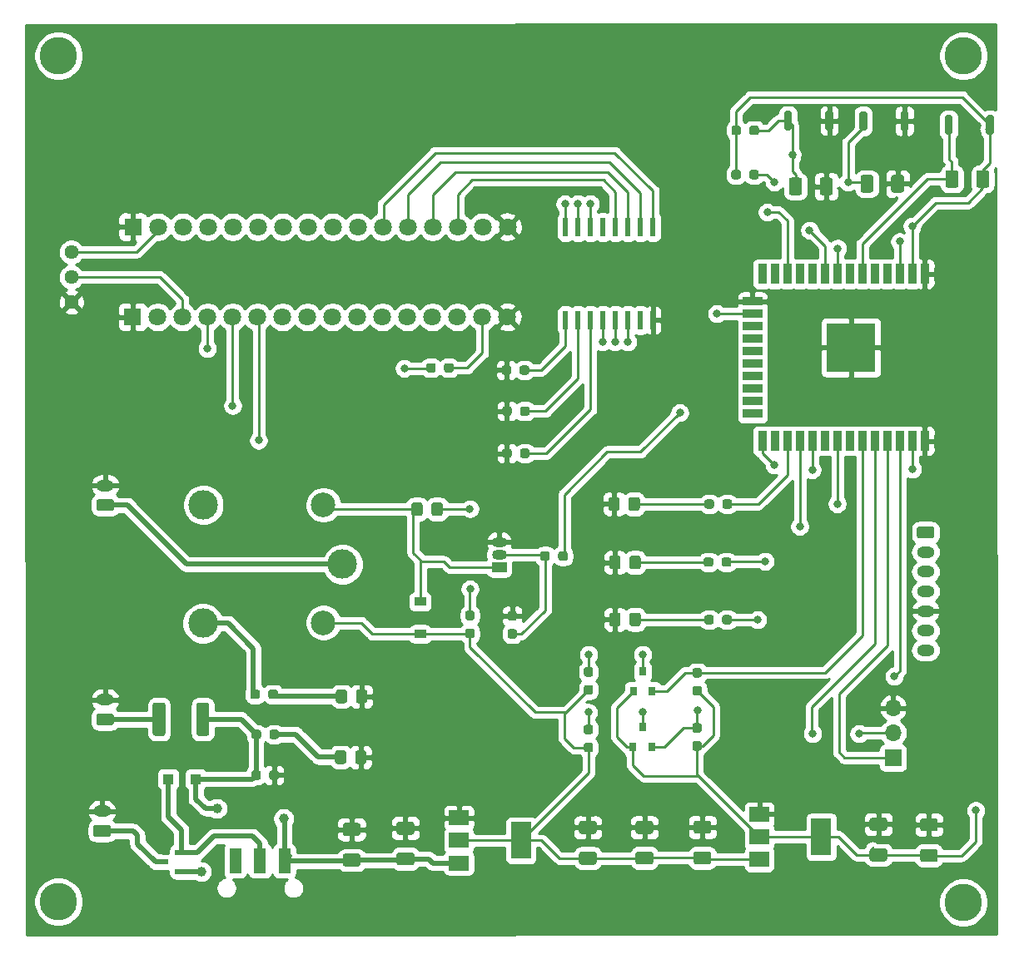
<source format=gbr>
%TF.GenerationSoftware,KiCad,Pcbnew,(5.1.10)-1*%
%TF.CreationDate,2022-05-26T21:18:39-05:00*%
%TF.ProjectId,SE,53452e6b-6963-4616-945f-706362585858,rev?*%
%TF.SameCoordinates,Original*%
%TF.FileFunction,Copper,L1,Top*%
%TF.FilePolarity,Positive*%
%FSLAX46Y46*%
G04 Gerber Fmt 4.6, Leading zero omitted, Abs format (unit mm)*
G04 Created by KiCad (PCBNEW (5.1.10)-1) date 2022-05-26 21:18:39*
%MOMM*%
%LPD*%
G01*
G04 APERTURE LIST*
%TA.AperFunction,ComponentPad*%
%ADD10C,3.800000*%
%TD*%
%TA.AperFunction,ComponentPad*%
%ADD11C,1.800000*%
%TD*%
%TA.AperFunction,ComponentPad*%
%ADD12R,1.800000X1.800000*%
%TD*%
%TA.AperFunction,SMDPad,CuDef*%
%ADD13R,1.320800X0.558800*%
%TD*%
%TA.AperFunction,SMDPad,CuDef*%
%ADD14R,2.000000X1.500000*%
%TD*%
%TA.AperFunction,SMDPad,CuDef*%
%ADD15R,2.000000X3.800000*%
%TD*%
%TA.AperFunction,SMDPad,CuDef*%
%ADD16R,0.568000X1.874000*%
%TD*%
%TA.AperFunction,SMDPad,CuDef*%
%ADD17R,0.900000X2.000000*%
%TD*%
%TA.AperFunction,SMDPad,CuDef*%
%ADD18R,2.000000X0.900000*%
%TD*%
%TA.AperFunction,SMDPad,CuDef*%
%ADD19R,5.000000X5.000000*%
%TD*%
%TA.AperFunction,SMDPad,CuDef*%
%ADD20R,1.250000X2.500000*%
%TD*%
%TA.AperFunction,ComponentPad*%
%ADD21C,1.440000*%
%TD*%
%TA.AperFunction,ComponentPad*%
%ADD22R,1.500000X1.050000*%
%TD*%
%TA.AperFunction,ComponentPad*%
%ADD23O,1.500000X1.050000*%
%TD*%
%TA.AperFunction,SMDPad,CuDef*%
%ADD24R,0.800000X0.900000*%
%TD*%
%TA.AperFunction,ComponentPad*%
%ADD25C,3.000000*%
%TD*%
%TA.AperFunction,ComponentPad*%
%ADD26C,2.500000*%
%TD*%
%TA.AperFunction,ComponentPad*%
%ADD27O,1.800000X1.200000*%
%TD*%
%TA.AperFunction,ComponentPad*%
%ADD28O,1.700000X1.700000*%
%TD*%
%TA.AperFunction,ComponentPad*%
%ADD29R,1.700000X1.700000*%
%TD*%
%TA.AperFunction,SMDPad,CuDef*%
%ADD30R,1.100000X1.100000*%
%TD*%
%TA.AperFunction,SMDPad,CuDef*%
%ADD31R,1.200000X0.900000*%
%TD*%
%TA.AperFunction,ViaPad*%
%ADD32C,0.800000*%
%TD*%
%TA.AperFunction,ViaPad*%
%ADD33C,1.000000*%
%TD*%
%TA.AperFunction,Conductor*%
%ADD34C,0.250000*%
%TD*%
%TA.AperFunction,Conductor*%
%ADD35C,0.525491*%
%TD*%
%TA.AperFunction,Conductor*%
%ADD36C,0.254000*%
%TD*%
%TA.AperFunction,Conductor*%
%ADD37C,0.100000*%
%TD*%
G04 APERTURE END LIST*
%TO.P,D8,2*%
%TO.N,Net-(D8-Pad2)*%
%TA.AperFunction,SMDPad,CuDef*%
G36*
G01*
X145000000Y-126519999D02*
X145000000Y-127420001D01*
G75*
G02*
X144750001Y-127670000I-249999J0D01*
G01*
X144099999Y-127670000D01*
G75*
G02*
X143850000Y-127420001I0J249999D01*
G01*
X143850000Y-126519999D01*
G75*
G02*
X144099999Y-126270000I249999J0D01*
G01*
X144750001Y-126270000D01*
G75*
G02*
X145000000Y-126519999I0J-249999D01*
G01*
G37*
%TD.AperFunction*%
%TO.P,D8,1*%
%TO.N,GND*%
%TA.AperFunction,SMDPad,CuDef*%
G36*
G01*
X147050000Y-126519999D02*
X147050000Y-127420001D01*
G75*
G02*
X146800001Y-127670000I-249999J0D01*
G01*
X146149999Y-127670000D01*
G75*
G02*
X145900000Y-127420001I0J249999D01*
G01*
X145900000Y-126519999D01*
G75*
G02*
X146149999Y-126270000I249999J0D01*
G01*
X146800001Y-126270000D01*
G75*
G02*
X147050000Y-126519999I0J-249999D01*
G01*
G37*
%TD.AperFunction*%
%TD*%
%TO.P,D7,2*%
%TO.N,Net-(D7-Pad2)*%
%TA.AperFunction,SMDPad,CuDef*%
G36*
G01*
X144910000Y-132709999D02*
X144910000Y-133610001D01*
G75*
G02*
X144660001Y-133860000I-249999J0D01*
G01*
X144009999Y-133860000D01*
G75*
G02*
X143760000Y-133610001I0J249999D01*
G01*
X143760000Y-132709999D01*
G75*
G02*
X144009999Y-132460000I249999J0D01*
G01*
X144660001Y-132460000D01*
G75*
G02*
X144910000Y-132709999I0J-249999D01*
G01*
G37*
%TD.AperFunction*%
%TO.P,D7,1*%
%TO.N,GND*%
%TA.AperFunction,SMDPad,CuDef*%
G36*
G01*
X146960000Y-132709999D02*
X146960000Y-133610001D01*
G75*
G02*
X146710001Y-133860000I-249999J0D01*
G01*
X146059999Y-133860000D01*
G75*
G02*
X145810000Y-133610001I0J249999D01*
G01*
X145810000Y-132709999D01*
G75*
G02*
X146059999Y-132460000I249999J0D01*
G01*
X146710001Y-132460000D01*
G75*
G02*
X146960000Y-132709999I0J-249999D01*
G01*
G37*
%TD.AperFunction*%
%TD*%
%TO.P,D4,2*%
%TO.N,Net-(D4-Pad2)*%
%TA.AperFunction,SMDPad,CuDef*%
G36*
G01*
X153580000Y-108360001D02*
X153580000Y-107459999D01*
G75*
G02*
X153829999Y-107210000I249999J0D01*
G01*
X154480001Y-107210000D01*
G75*
G02*
X154730000Y-107459999I0J-249999D01*
G01*
X154730000Y-108360001D01*
G75*
G02*
X154480001Y-108610000I-249999J0D01*
G01*
X153829999Y-108610000D01*
G75*
G02*
X153580000Y-108360001I0J249999D01*
G01*
G37*
%TD.AperFunction*%
%TO.P,D4,1*%
%TO.N,Net-(D4-Pad1)*%
%TA.AperFunction,SMDPad,CuDef*%
G36*
G01*
X151530000Y-108360001D02*
X151530000Y-107459999D01*
G75*
G02*
X151779999Y-107210000I249999J0D01*
G01*
X152430001Y-107210000D01*
G75*
G02*
X152680000Y-107459999I0J-249999D01*
G01*
X152680000Y-108360001D01*
G75*
G02*
X152430001Y-108610000I-249999J0D01*
G01*
X151779999Y-108610000D01*
G75*
G02*
X151530000Y-108360001I0J249999D01*
G01*
G37*
%TD.AperFunction*%
%TD*%
%TO.P,D3,2*%
%TO.N,Net-(D3-Pad2)*%
%TA.AperFunction,SMDPad,CuDef*%
G36*
G01*
X173710000Y-119590001D02*
X173710000Y-118689999D01*
G75*
G02*
X173959999Y-118440000I249999J0D01*
G01*
X174610001Y-118440000D01*
G75*
G02*
X174860000Y-118689999I0J-249999D01*
G01*
X174860000Y-119590001D01*
G75*
G02*
X174610001Y-119840000I-249999J0D01*
G01*
X173959999Y-119840000D01*
G75*
G02*
X173710000Y-119590001I0J249999D01*
G01*
G37*
%TD.AperFunction*%
%TO.P,D3,1*%
%TO.N,GND*%
%TA.AperFunction,SMDPad,CuDef*%
G36*
G01*
X171660000Y-119590001D02*
X171660000Y-118689999D01*
G75*
G02*
X171909999Y-118440000I249999J0D01*
G01*
X172560001Y-118440000D01*
G75*
G02*
X172810000Y-118689999I0J-249999D01*
G01*
X172810000Y-119590001D01*
G75*
G02*
X172560001Y-119840000I-249999J0D01*
G01*
X171909999Y-119840000D01*
G75*
G02*
X171660000Y-119590001I0J249999D01*
G01*
G37*
%TD.AperFunction*%
%TD*%
%TO.P,D2,2*%
%TO.N,Net-(D2-Pad2)*%
%TA.AperFunction,SMDPad,CuDef*%
G36*
G01*
X173710000Y-113780001D02*
X173710000Y-112879999D01*
G75*
G02*
X173959999Y-112630000I249999J0D01*
G01*
X174610001Y-112630000D01*
G75*
G02*
X174860000Y-112879999I0J-249999D01*
G01*
X174860000Y-113780001D01*
G75*
G02*
X174610001Y-114030000I-249999J0D01*
G01*
X173959999Y-114030000D01*
G75*
G02*
X173710000Y-113780001I0J249999D01*
G01*
G37*
%TD.AperFunction*%
%TO.P,D2,1*%
%TO.N,GND*%
%TA.AperFunction,SMDPad,CuDef*%
G36*
G01*
X171660000Y-113780001D02*
X171660000Y-112879999D01*
G75*
G02*
X171909999Y-112630000I249999J0D01*
G01*
X172560001Y-112630000D01*
G75*
G02*
X172810000Y-112879999I0J-249999D01*
G01*
X172810000Y-113780001D01*
G75*
G02*
X172560001Y-114030000I-249999J0D01*
G01*
X171909999Y-114030000D01*
G75*
G02*
X171660000Y-113780001I0J249999D01*
G01*
G37*
%TD.AperFunction*%
%TD*%
%TO.P,D1,2*%
%TO.N,Net-(D1-Pad2)*%
%TA.AperFunction,SMDPad,CuDef*%
G36*
G01*
X173620000Y-107830001D02*
X173620000Y-106929999D01*
G75*
G02*
X173869999Y-106680000I249999J0D01*
G01*
X174520001Y-106680000D01*
G75*
G02*
X174770000Y-106929999I0J-249999D01*
G01*
X174770000Y-107830001D01*
G75*
G02*
X174520001Y-108080000I-249999J0D01*
G01*
X173869999Y-108080000D01*
G75*
G02*
X173620000Y-107830001I0J249999D01*
G01*
G37*
%TD.AperFunction*%
%TO.P,D1,1*%
%TO.N,GND*%
%TA.AperFunction,SMDPad,CuDef*%
G36*
G01*
X171570000Y-107830001D02*
X171570000Y-106929999D01*
G75*
G02*
X171819999Y-106680000I249999J0D01*
G01*
X172470001Y-106680000D01*
G75*
G02*
X172720000Y-106929999I0J-249999D01*
G01*
X172720000Y-107830001D01*
G75*
G02*
X172470001Y-108080000I-249999J0D01*
G01*
X171819999Y-108080000D01*
G75*
G02*
X171570000Y-107830001I0J249999D01*
G01*
G37*
%TD.AperFunction*%
%TD*%
%TO.P,C10,2*%
%TO.N,GND*%
%TA.AperFunction,SMDPad,CuDef*%
G36*
G01*
X204820001Y-140700000D02*
X203519999Y-140700000D01*
G75*
G02*
X203270000Y-140450001I0J249999D01*
G01*
X203270000Y-139624999D01*
G75*
G02*
X203519999Y-139375000I249999J0D01*
G01*
X204820001Y-139375000D01*
G75*
G02*
X205070000Y-139624999I0J-249999D01*
G01*
X205070000Y-140450001D01*
G75*
G02*
X204820001Y-140700000I-249999J0D01*
G01*
G37*
%TD.AperFunction*%
%TO.P,C10,1*%
%TO.N,+3V3*%
%TA.AperFunction,SMDPad,CuDef*%
G36*
G01*
X204820001Y-143825000D02*
X203519999Y-143825000D01*
G75*
G02*
X203270000Y-143575001I0J249999D01*
G01*
X203270000Y-142749999D01*
G75*
G02*
X203519999Y-142500000I249999J0D01*
G01*
X204820001Y-142500000D01*
G75*
G02*
X205070000Y-142749999I0J-249999D01*
G01*
X205070000Y-143575001D01*
G75*
G02*
X204820001Y-143825000I-249999J0D01*
G01*
G37*
%TD.AperFunction*%
%TD*%
%TO.P,C9,2*%
%TO.N,GND*%
%TA.AperFunction,SMDPad,CuDef*%
G36*
G01*
X199680001Y-140640000D02*
X198379999Y-140640000D01*
G75*
G02*
X198130000Y-140390001I0J249999D01*
G01*
X198130000Y-139564999D01*
G75*
G02*
X198379999Y-139315000I249999J0D01*
G01*
X199680001Y-139315000D01*
G75*
G02*
X199930000Y-139564999I0J-249999D01*
G01*
X199930000Y-140390001D01*
G75*
G02*
X199680001Y-140640000I-249999J0D01*
G01*
G37*
%TD.AperFunction*%
%TO.P,C9,1*%
%TO.N,+3V3*%
%TA.AperFunction,SMDPad,CuDef*%
G36*
G01*
X199680001Y-143765000D02*
X198379999Y-143765000D01*
G75*
G02*
X198130000Y-143515001I0J249999D01*
G01*
X198130000Y-142689999D01*
G75*
G02*
X198379999Y-142440000I249999J0D01*
G01*
X199680001Y-142440000D01*
G75*
G02*
X199930000Y-142689999I0J-249999D01*
G01*
X199930000Y-143515001D01*
G75*
G02*
X199680001Y-143765000I-249999J0D01*
G01*
G37*
%TD.AperFunction*%
%TD*%
%TO.P,C8,2*%
%TO.N,GND*%
%TA.AperFunction,SMDPad,CuDef*%
G36*
G01*
X175880001Y-140960000D02*
X174579999Y-140960000D01*
G75*
G02*
X174330000Y-140710001I0J249999D01*
G01*
X174330000Y-139884999D01*
G75*
G02*
X174579999Y-139635000I249999J0D01*
G01*
X175880001Y-139635000D01*
G75*
G02*
X176130000Y-139884999I0J-249999D01*
G01*
X176130000Y-140710001D01*
G75*
G02*
X175880001Y-140960000I-249999J0D01*
G01*
G37*
%TD.AperFunction*%
%TO.P,C8,1*%
%TO.N,+5V*%
%TA.AperFunction,SMDPad,CuDef*%
G36*
G01*
X175880001Y-144085000D02*
X174579999Y-144085000D01*
G75*
G02*
X174330000Y-143835001I0J249999D01*
G01*
X174330000Y-143009999D01*
G75*
G02*
X174579999Y-142760000I249999J0D01*
G01*
X175880001Y-142760000D01*
G75*
G02*
X176130000Y-143009999I0J-249999D01*
G01*
X176130000Y-143835001D01*
G75*
G02*
X175880001Y-144085000I-249999J0D01*
G01*
G37*
%TD.AperFunction*%
%TD*%
%TO.P,C7,2*%
%TO.N,GND*%
%TA.AperFunction,SMDPad,CuDef*%
G36*
G01*
X181780001Y-140940000D02*
X180479999Y-140940000D01*
G75*
G02*
X180230000Y-140690001I0J249999D01*
G01*
X180230000Y-139864999D01*
G75*
G02*
X180479999Y-139615000I249999J0D01*
G01*
X181780001Y-139615000D01*
G75*
G02*
X182030000Y-139864999I0J-249999D01*
G01*
X182030000Y-140690001D01*
G75*
G02*
X181780001Y-140940000I-249999J0D01*
G01*
G37*
%TD.AperFunction*%
%TO.P,C7,1*%
%TO.N,+5V*%
%TA.AperFunction,SMDPad,CuDef*%
G36*
G01*
X181780001Y-144065000D02*
X180479999Y-144065000D01*
G75*
G02*
X180230000Y-143815001I0J249999D01*
G01*
X180230000Y-142989999D01*
G75*
G02*
X180479999Y-142740000I249999J0D01*
G01*
X181780001Y-142740000D01*
G75*
G02*
X182030000Y-142989999I0J-249999D01*
G01*
X182030000Y-143815001D01*
G75*
G02*
X181780001Y-144065000I-249999J0D01*
G01*
G37*
%TD.AperFunction*%
%TD*%
%TO.P,C6,2*%
%TO.N,GND*%
%TA.AperFunction,SMDPad,CuDef*%
G36*
G01*
X170130001Y-140970000D02*
X168829999Y-140970000D01*
G75*
G02*
X168580000Y-140720001I0J249999D01*
G01*
X168580000Y-139894999D01*
G75*
G02*
X168829999Y-139645000I249999J0D01*
G01*
X170130001Y-139645000D01*
G75*
G02*
X170380000Y-139894999I0J-249999D01*
G01*
X170380000Y-140720001D01*
G75*
G02*
X170130001Y-140970000I-249999J0D01*
G01*
G37*
%TD.AperFunction*%
%TO.P,C6,1*%
%TO.N,+5V*%
%TA.AperFunction,SMDPad,CuDef*%
G36*
G01*
X170130001Y-144095000D02*
X168829999Y-144095000D01*
G75*
G02*
X168580000Y-143845001I0J249999D01*
G01*
X168580000Y-143019999D01*
G75*
G02*
X168829999Y-142770000I249999J0D01*
G01*
X170130001Y-142770000D01*
G75*
G02*
X170380000Y-143019999I0J-249999D01*
G01*
X170380000Y-143845001D01*
G75*
G02*
X170130001Y-144095000I-249999J0D01*
G01*
G37*
%TD.AperFunction*%
%TD*%
%TO.P,C5,2*%
%TO.N,GND*%
%TA.AperFunction,SMDPad,CuDef*%
G36*
G01*
X146110001Y-141170000D02*
X144809999Y-141170000D01*
G75*
G02*
X144560000Y-140920001I0J249999D01*
G01*
X144560000Y-140094999D01*
G75*
G02*
X144809999Y-139845000I249999J0D01*
G01*
X146110001Y-139845000D01*
G75*
G02*
X146360000Y-140094999I0J-249999D01*
G01*
X146360000Y-140920001D01*
G75*
G02*
X146110001Y-141170000I-249999J0D01*
G01*
G37*
%TD.AperFunction*%
%TO.P,C5,1*%
%TO.N,+12V*%
%TA.AperFunction,SMDPad,CuDef*%
G36*
G01*
X146110001Y-144295000D02*
X144809999Y-144295000D01*
G75*
G02*
X144560000Y-144045001I0J249999D01*
G01*
X144560000Y-143219999D01*
G75*
G02*
X144809999Y-142970000I249999J0D01*
G01*
X146110001Y-142970000D01*
G75*
G02*
X146360000Y-143219999I0J-249999D01*
G01*
X146360000Y-144045001D01*
G75*
G02*
X146110001Y-144295000I-249999J0D01*
G01*
G37*
%TD.AperFunction*%
%TD*%
%TO.P,C4,2*%
%TO.N,GND*%
%TA.AperFunction,SMDPad,CuDef*%
G36*
G01*
X151580001Y-141040000D02*
X150279999Y-141040000D01*
G75*
G02*
X150030000Y-140790001I0J249999D01*
G01*
X150030000Y-139964999D01*
G75*
G02*
X150279999Y-139715000I249999J0D01*
G01*
X151580001Y-139715000D01*
G75*
G02*
X151830000Y-139964999I0J-249999D01*
G01*
X151830000Y-140790001D01*
G75*
G02*
X151580001Y-141040000I-249999J0D01*
G01*
G37*
%TD.AperFunction*%
%TO.P,C4,1*%
%TO.N,+12V*%
%TA.AperFunction,SMDPad,CuDef*%
G36*
G01*
X151580001Y-144165000D02*
X150279999Y-144165000D01*
G75*
G02*
X150030000Y-143915001I0J249999D01*
G01*
X150030000Y-143089999D01*
G75*
G02*
X150279999Y-142840000I249999J0D01*
G01*
X151580001Y-142840000D01*
G75*
G02*
X151830000Y-143089999I0J-249999D01*
G01*
X151830000Y-143915001D01*
G75*
G02*
X151580001Y-144165000I-249999J0D01*
G01*
G37*
%TD.AperFunction*%
%TD*%
%TO.P,C3,2*%
%TO.N,Net-(C3-Pad2)*%
%TA.AperFunction,SMDPad,CuDef*%
G36*
G01*
X198530000Y-74129999D02*
X198530000Y-75430001D01*
G75*
G02*
X198280001Y-75680000I-249999J0D01*
G01*
X197454999Y-75680000D01*
G75*
G02*
X197205000Y-75430001I0J249999D01*
G01*
X197205000Y-74129999D01*
G75*
G02*
X197454999Y-73880000I249999J0D01*
G01*
X198280001Y-73880000D01*
G75*
G02*
X198530000Y-74129999I0J-249999D01*
G01*
G37*
%TD.AperFunction*%
%TO.P,C3,1*%
%TO.N,GND*%
%TA.AperFunction,SMDPad,CuDef*%
G36*
G01*
X201655000Y-74129999D02*
X201655000Y-75430001D01*
G75*
G02*
X201405001Y-75680000I-249999J0D01*
G01*
X200579999Y-75680000D01*
G75*
G02*
X200330000Y-75430001I0J249999D01*
G01*
X200330000Y-74129999D01*
G75*
G02*
X200579999Y-73880000I249999J0D01*
G01*
X201405001Y-73880000D01*
G75*
G02*
X201655000Y-74129999I0J-249999D01*
G01*
G37*
%TD.AperFunction*%
%TD*%
%TO.P,C2,2*%
%TO.N,Net-(C2-Pad2)*%
%TA.AperFunction,SMDPad,CuDef*%
G36*
G01*
X207170000Y-73649999D02*
X207170000Y-74950001D01*
G75*
G02*
X206920001Y-75200000I-249999J0D01*
G01*
X206094999Y-75200000D01*
G75*
G02*
X205845000Y-74950001I0J249999D01*
G01*
X205845000Y-73649999D01*
G75*
G02*
X206094999Y-73400000I249999J0D01*
G01*
X206920001Y-73400000D01*
G75*
G02*
X207170000Y-73649999I0J-249999D01*
G01*
G37*
%TD.AperFunction*%
%TO.P,C2,1*%
%TO.N,+3V3*%
%TA.AperFunction,SMDPad,CuDef*%
G36*
G01*
X210295000Y-73649999D02*
X210295000Y-74950001D01*
G75*
G02*
X210045001Y-75200000I-249999J0D01*
G01*
X209219999Y-75200000D01*
G75*
G02*
X208970000Y-74950001I0J249999D01*
G01*
X208970000Y-73649999D01*
G75*
G02*
X209219999Y-73400000I249999J0D01*
G01*
X210045001Y-73400000D01*
G75*
G02*
X210295000Y-73649999I0J-249999D01*
G01*
G37*
%TD.AperFunction*%
%TD*%
%TO.P,C1,2*%
%TO.N,GND*%
%TA.AperFunction,SMDPad,CuDef*%
G36*
G01*
X193060000Y-75700001D02*
X193060000Y-74399999D01*
G75*
G02*
X193309999Y-74150000I249999J0D01*
G01*
X194135001Y-74150000D01*
G75*
G02*
X194385000Y-74399999I0J-249999D01*
G01*
X194385000Y-75700001D01*
G75*
G02*
X194135001Y-75950000I-249999J0D01*
G01*
X193309999Y-75950000D01*
G75*
G02*
X193060000Y-75700001I0J249999D01*
G01*
G37*
%TD.AperFunction*%
%TO.P,C1,1*%
%TO.N,Net-(C1-Pad1)*%
%TA.AperFunction,SMDPad,CuDef*%
G36*
G01*
X189935000Y-75700001D02*
X189935000Y-74399999D01*
G75*
G02*
X190184999Y-74150000I249999J0D01*
G01*
X191010001Y-74150000D01*
G75*
G02*
X191260000Y-74399999I0J-249999D01*
G01*
X191260000Y-75700001D01*
G75*
G02*
X191010001Y-75950000I-249999J0D01*
G01*
X190184999Y-75950000D01*
G75*
G02*
X189935000Y-75700001I0J249999D01*
G01*
G37*
%TD.AperFunction*%
%TD*%
D10*
%TO.P,REF\u002A\u002A,1*%
%TO.N,N/C*%
X115650000Y-147870000D03*
%TD*%
%TO.P,REF\u002A\u002A,1*%
%TO.N,N/C*%
X207670000Y-147950000D03*
%TD*%
%TO.P,REF\u002A\u002A,1*%
%TO.N,N/C*%
X207690000Y-61760000D03*
%TD*%
%TO.P,REF\u002A\u002A,1*%
%TO.N,N/C*%
X115650000Y-61750000D03*
%TD*%
D11*
%TO.P,U2,16*%
%TO.N,GND*%
X161290000Y-88340000D03*
%TO.P,U2,15*%
%TO.N,Net-(R8-Pad2)*%
X158750000Y-88340000D03*
%TO.P,U2,14*%
%TO.N,Net-(U2-Pad14)*%
X156210000Y-88340000D03*
%TO.P,U2,13*%
%TO.N,Net-(U2-Pad13)*%
X153670000Y-88340000D03*
%TO.P,U2,12*%
%TO.N,Net-(U2-Pad12)*%
X151130000Y-88340000D03*
%TO.P,U2,11*%
%TO.N,Net-(U2-Pad11)*%
X148590000Y-88340000D03*
%TO.P,U2,10*%
%TO.N,Net-(U2-Pad10)*%
X146050000Y-88340000D03*
%TO.P,U2,9*%
%TO.N,Net-(U2-Pad9)*%
X143510000Y-88340000D03*
%TO.P,U2,8*%
%TO.N,Net-(U2-Pad8)*%
X140970000Y-88340000D03*
%TO.P,U2,7*%
%TO.N,Net-(U2-Pad7)*%
X138430000Y-88340000D03*
%TO.P,U2,6*%
%TO.N,Net-(U2-Pad6)*%
X135890000Y-88340000D03*
%TO.P,U2,5*%
%TO.N,Net-(U2-Pad5)*%
X133350000Y-88340000D03*
%TO.P,U2,4*%
%TO.N,Net-(U2-Pad4)*%
X130810000Y-88340000D03*
%TO.P,U2,3*%
%TO.N,Net-(RV1-Pad2)*%
X128270000Y-88340000D03*
%TO.P,U2,2*%
%TO.N,+5V*%
X125730000Y-88340000D03*
D12*
%TO.P,U2,1*%
%TO.N,GND*%
X123190000Y-88340000D03*
%TD*%
D11*
%TO.P,U3,16*%
%TO.N,GND*%
X161310000Y-79160000D03*
%TO.P,U3,15*%
%TO.N,Net-(R8-Pad2)*%
X158770000Y-79160000D03*
%TO.P,U3,14*%
%TO.N,Net-(U2-Pad14)*%
X156230000Y-79160000D03*
%TO.P,U3,13*%
%TO.N,Net-(U2-Pad13)*%
X153690000Y-79160000D03*
%TO.P,U3,12*%
%TO.N,Net-(U2-Pad12)*%
X151150000Y-79160000D03*
%TO.P,U3,11*%
%TO.N,Net-(U2-Pad11)*%
X148610000Y-79160000D03*
%TO.P,U3,10*%
%TO.N,Net-(U3-Pad10)*%
X146070000Y-79160000D03*
%TO.P,U3,9*%
%TO.N,Net-(U3-Pad9)*%
X143530000Y-79160000D03*
%TO.P,U3,8*%
%TO.N,Net-(U3-Pad8)*%
X140990000Y-79160000D03*
%TO.P,U3,7*%
%TO.N,Net-(U3-Pad7)*%
X138450000Y-79160000D03*
%TO.P,U3,6*%
%TO.N,Net-(U2-Pad6)*%
X135910000Y-79160000D03*
%TO.P,U3,5*%
%TO.N,Net-(U2-Pad5)*%
X133370000Y-79160000D03*
%TO.P,U3,4*%
%TO.N,Net-(U2-Pad4)*%
X130830000Y-79160000D03*
%TO.P,U3,3*%
%TO.N,Net-(RV1-Pad2)*%
X128290000Y-79160000D03*
%TO.P,U3,2*%
%TO.N,+5V*%
X125750000Y-79160000D03*
D12*
%TO.P,U3,1*%
%TO.N,GND*%
X123210000Y-79160000D03*
%TD*%
D13*
%TO.P,U7,3*%
%TO.N,Vbat*%
X126104000Y-143820000D03*
%TO.P,U7,2*%
%TO.N,Net-(D6-Pad1)*%
X128136000Y-142854800D03*
%TO.P,U7,1*%
%TO.N,Net-(D6-Pad2)*%
X128136000Y-144785200D03*
%TD*%
D14*
%TO.P,U6,1*%
%TO.N,GND*%
X186920000Y-138960000D03*
%TO.P,U6,3*%
%TO.N,+5V*%
X186920000Y-143560000D03*
%TO.P,U6,2*%
%TO.N,+3V3*%
X186920000Y-141260000D03*
D15*
X193220000Y-141260000D03*
%TD*%
D14*
%TO.P,U5,1*%
%TO.N,GND*%
X156370000Y-139330000D03*
%TO.P,U5,3*%
%TO.N,+12V*%
X156370000Y-143930000D03*
%TO.P,U5,2*%
%TO.N,+5V*%
X156370000Y-141630000D03*
D15*
X162670000Y-141630000D03*
%TD*%
D16*
%TO.P,U4,16*%
%TO.N,+5V*%
X167205000Y-79195700D03*
%TO.P,U4,15*%
%TO.N,Net-(Q2-Pad3)*%
X168475000Y-79195700D03*
%TO.P,U4,14*%
%TO.N,Net-(Q1-Pad3)*%
X169745000Y-79195700D03*
%TO.P,U4,13*%
%TO.N,Net-(U4-Pad13)*%
X171015000Y-79195700D03*
%TO.P,U4,12*%
%TO.N,Net-(U2-Pad14)*%
X172285000Y-79195700D03*
%TO.P,U4,11*%
%TO.N,Net-(U2-Pad13)*%
X173555000Y-79195700D03*
%TO.P,U4,10*%
%TO.N,Net-(U2-Pad12)*%
X174825000Y-79195700D03*
%TO.P,U4,9*%
%TO.N,Net-(U2-Pad11)*%
X176095000Y-79195700D03*
%TO.P,U4,8*%
%TO.N,GND*%
X176095000Y-88664300D03*
%TO.P,U4,7*%
%TO.N,Net-(U4-Pad7)*%
X174825000Y-88664300D03*
%TO.P,U4,6*%
%TO.N,Net-(U2-Pad6)*%
X173555000Y-88664300D03*
%TO.P,U4,5*%
%TO.N,Net-(U2-Pad5)*%
X172285000Y-88664300D03*
%TO.P,U4,4*%
%TO.N,Net-(U2-Pad4)*%
X171015000Y-88664300D03*
%TO.P,U4,3*%
%TO.N,Net-(R7-Pad2)*%
X169745000Y-88664300D03*
%TO.P,U4,2*%
%TO.N,Net-(R6-Pad2)*%
X168475000Y-88664300D03*
%TO.P,U4,1*%
%TO.N,Net-(R5-Pad2)*%
X167205000Y-88664300D03*
%TD*%
D17*
%TO.P,U1,38*%
%TO.N,GND*%
X203735000Y-100960000D03*
%TO.P,U1,37*%
%TO.N,Net-(J2-Pad3)*%
X202465000Y-100960000D03*
%TO.P,U1,36*%
%TO.N,SCL*%
X201195000Y-100960000D03*
%TO.P,U1,35*%
%TO.N,Net-(J1-Pad1)*%
X199925000Y-100960000D03*
%TO.P,U1,34*%
%TO.N,Net-(J1-Pad2)*%
X198655000Y-100960000D03*
%TO.P,U1,33*%
%TO.N,SDA*%
X197385000Y-100960000D03*
%TO.P,U1,32*%
%TO.N,Net-(U1-Pad32)*%
X196115000Y-100960000D03*
%TO.P,U1,31*%
%TO.N,Net-(J2-Pad4)*%
X194845000Y-100960000D03*
%TO.P,U1,30*%
%TO.N,Net-(U1-Pad30)*%
X193575000Y-100960000D03*
%TO.P,U1,29*%
%TO.N,Net-(J2-Pad1)*%
X192305000Y-100960000D03*
%TO.P,U1,28*%
%TO.N,Net-(J2-Pad6)*%
X191035000Y-100960000D03*
%TO.P,U1,27*%
%TO.N,Net-(R2-Pad2)*%
X189765000Y-100960000D03*
%TO.P,U1,26*%
%TO.N,Net-(U1-Pad26)*%
X188495000Y-100960000D03*
%TO.P,U1,25*%
%TO.N,Net-(C3-Pad2)*%
X187225000Y-100960000D03*
D18*
%TO.P,U1,24*%
%TO.N,Net-(U1-Pad24)*%
X186225000Y-98175000D03*
%TO.P,U1,23*%
%TO.N,Net-(U1-Pad23)*%
X186225000Y-96905000D03*
%TO.P,U1,22*%
%TO.N,Net-(U1-Pad22)*%
X186225000Y-95635000D03*
%TO.P,U1,21*%
%TO.N,Net-(U1-Pad21)*%
X186225000Y-94365000D03*
%TO.P,U1,20*%
%TO.N,Net-(U1-Pad20)*%
X186225000Y-93095000D03*
%TO.P,U1,19*%
%TO.N,Net-(U1-Pad19)*%
X186225000Y-91825000D03*
%TO.P,U1,18*%
%TO.N,Net-(U1-Pad18)*%
X186225000Y-90555000D03*
%TO.P,U1,17*%
%TO.N,Net-(U1-Pad17)*%
X186225000Y-89285000D03*
%TO.P,U1,16*%
%TO.N,Net-(J2-Pad2)*%
X186225000Y-88015000D03*
%TO.P,U1,15*%
%TO.N,GND*%
X186225000Y-86745000D03*
D17*
%TO.P,U1,14*%
%TO.N,Net-(U1-Pad14)*%
X187225000Y-83960000D03*
%TO.P,U1,13*%
%TO.N,Net-(U1-Pad13)*%
X188495000Y-83960000D03*
%TO.P,U1,12*%
%TO.N,Crelay*%
X189765000Y-83960000D03*
%TO.P,U1,11*%
%TO.N,Net-(U1-Pad11)*%
X191035000Y-83960000D03*
%TO.P,U1,10*%
%TO.N,Net-(U1-Pad10)*%
X192305000Y-83960000D03*
%TO.P,U1,9*%
%TO.N,Net-(R12-Pad2)*%
X193575000Y-83960000D03*
%TO.P,U1,8*%
%TO.N,Net-(R11-Pad2)*%
X194845000Y-83960000D03*
%TO.P,U1,7*%
%TO.N,Net-(U1-Pad7)*%
X196115000Y-83960000D03*
%TO.P,U1,6*%
%TO.N,Net-(C2-Pad2)*%
X197385000Y-83960000D03*
%TO.P,U1,5*%
%TO.N,Net-(U1-Pad5)*%
X198655000Y-83960000D03*
%TO.P,U1,4*%
%TO.N,Net-(U1-Pad4)*%
X199925000Y-83960000D03*
%TO.P,U1,3*%
%TO.N,Net-(C1-Pad1)*%
X201195000Y-83960000D03*
%TO.P,U1,2*%
%TO.N,+3V3*%
X202465000Y-83960000D03*
%TO.P,U1,1*%
%TO.N,GND*%
X203735000Y-83960000D03*
D19*
%TO.P,U1,39*%
X196235000Y-91460000D03*
%TD*%
D20*
%TO.P,SW4,3*%
%TO.N,+12V*%
X138630000Y-143720000D03*
%TO.P,SW4,2*%
%TO.N,Net-(D6-Pad1)*%
X136130000Y-143720000D03*
%TO.P,SW4,1*%
%TO.N,Net-(SW4-Pad1)*%
X133630000Y-143720000D03*
%TD*%
%TO.P,SW3,1*%
%TO.N,+3V3*%
%TA.AperFunction,SMDPad,CuDef*%
G36*
G01*
X210780000Y-67990000D02*
X210780000Y-69590000D01*
G75*
G02*
X210580000Y-69790000I-200000J0D01*
G01*
X210180000Y-69790000D01*
G75*
G02*
X209980000Y-69590000I0J200000D01*
G01*
X209980000Y-67990000D01*
G75*
G02*
X210180000Y-67790000I200000J0D01*
G01*
X210580000Y-67790000D01*
G75*
G02*
X210780000Y-67990000I0J-200000D01*
G01*
G37*
%TD.AperFunction*%
%TO.P,SW3,2*%
%TO.N,Net-(C2-Pad2)*%
%TA.AperFunction,SMDPad,CuDef*%
G36*
G01*
X206580000Y-67990000D02*
X206580000Y-69590000D01*
G75*
G02*
X206380000Y-69790000I-200000J0D01*
G01*
X205980000Y-69790000D01*
G75*
G02*
X205780000Y-69590000I0J200000D01*
G01*
X205780000Y-67990000D01*
G75*
G02*
X205980000Y-67790000I200000J0D01*
G01*
X206380000Y-67790000D01*
G75*
G02*
X206580000Y-67990000I0J-200000D01*
G01*
G37*
%TD.AperFunction*%
%TD*%
%TO.P,SW2,1*%
%TO.N,Net-(C1-Pad1)*%
%TA.AperFunction,SMDPad,CuDef*%
G36*
G01*
X189430000Y-69160000D02*
X189430000Y-67560000D01*
G75*
G02*
X189630000Y-67360000I200000J0D01*
G01*
X190030000Y-67360000D01*
G75*
G02*
X190230000Y-67560000I0J-200000D01*
G01*
X190230000Y-69160000D01*
G75*
G02*
X190030000Y-69360000I-200000J0D01*
G01*
X189630000Y-69360000D01*
G75*
G02*
X189430000Y-69160000I0J200000D01*
G01*
G37*
%TD.AperFunction*%
%TO.P,SW2,2*%
%TO.N,GND*%
%TA.AperFunction,SMDPad,CuDef*%
G36*
G01*
X193630000Y-69160000D02*
X193630000Y-67560000D01*
G75*
G02*
X193830000Y-67360000I200000J0D01*
G01*
X194230000Y-67360000D01*
G75*
G02*
X194430000Y-67560000I0J-200000D01*
G01*
X194430000Y-69160000D01*
G75*
G02*
X194230000Y-69360000I-200000J0D01*
G01*
X193830000Y-69360000D01*
G75*
G02*
X193630000Y-69160000I0J200000D01*
G01*
G37*
%TD.AperFunction*%
%TD*%
%TO.P,SW1,1*%
%TO.N,Net-(C3-Pad2)*%
%TA.AperFunction,SMDPad,CuDef*%
G36*
G01*
X197080000Y-69190000D02*
X197080000Y-67590000D01*
G75*
G02*
X197280000Y-67390000I200000J0D01*
G01*
X197680000Y-67390000D01*
G75*
G02*
X197880000Y-67590000I0J-200000D01*
G01*
X197880000Y-69190000D01*
G75*
G02*
X197680000Y-69390000I-200000J0D01*
G01*
X197280000Y-69390000D01*
G75*
G02*
X197080000Y-69190000I0J200000D01*
G01*
G37*
%TD.AperFunction*%
%TO.P,SW1,2*%
%TO.N,GND*%
%TA.AperFunction,SMDPad,CuDef*%
G36*
G01*
X201280000Y-69190000D02*
X201280000Y-67590000D01*
G75*
G02*
X201480000Y-67390000I200000J0D01*
G01*
X201880000Y-67390000D01*
G75*
G02*
X202080000Y-67590000I0J-200000D01*
G01*
X202080000Y-69190000D01*
G75*
G02*
X201880000Y-69390000I-200000J0D01*
G01*
X201480000Y-69390000D01*
G75*
G02*
X201280000Y-69190000I0J200000D01*
G01*
G37*
%TD.AperFunction*%
%TD*%
D21*
%TO.P,RV1,3*%
%TO.N,GND*%
X116960000Y-86820000D03*
%TO.P,RV1,2*%
%TO.N,Net-(RV1-Pad2)*%
X116960000Y-84280000D03*
%TO.P,RV1,1*%
%TO.N,+5V*%
X116960000Y-81740000D03*
%TD*%
%TO.P,R19,2*%
%TO.N,GND*%
%TA.AperFunction,SMDPad,CuDef*%
G36*
G01*
X162027500Y-119262500D02*
X161552500Y-119262500D01*
G75*
G02*
X161315000Y-119025000I0J237500D01*
G01*
X161315000Y-118525000D01*
G75*
G02*
X161552500Y-118287500I237500J0D01*
G01*
X162027500Y-118287500D01*
G75*
G02*
X162265000Y-118525000I0J-237500D01*
G01*
X162265000Y-119025000D01*
G75*
G02*
X162027500Y-119262500I-237500J0D01*
G01*
G37*
%TD.AperFunction*%
%TO.P,R19,1*%
%TO.N,Net-(Q4-Pad2)*%
%TA.AperFunction,SMDPad,CuDef*%
G36*
G01*
X162027500Y-121087500D02*
X161552500Y-121087500D01*
G75*
G02*
X161315000Y-120850000I0J237500D01*
G01*
X161315000Y-120350000D01*
G75*
G02*
X161552500Y-120112500I237500J0D01*
G01*
X162027500Y-120112500D01*
G75*
G02*
X162265000Y-120350000I0J-237500D01*
G01*
X162265000Y-120850000D01*
G75*
G02*
X162027500Y-121087500I-237500J0D01*
G01*
G37*
%TD.AperFunction*%
%TD*%
%TO.P,R18,2*%
%TO.N,+5V*%
%TA.AperFunction,SMDPad,CuDef*%
G36*
G01*
X157252500Y-120065000D02*
X157727500Y-120065000D01*
G75*
G02*
X157965000Y-120302500I0J-237500D01*
G01*
X157965000Y-120802500D01*
G75*
G02*
X157727500Y-121040000I-237500J0D01*
G01*
X157252500Y-121040000D01*
G75*
G02*
X157015000Y-120802500I0J237500D01*
G01*
X157015000Y-120302500D01*
G75*
G02*
X157252500Y-120065000I237500J0D01*
G01*
G37*
%TD.AperFunction*%
%TO.P,R18,1*%
%TO.N,Net-(D4-Pad2)*%
%TA.AperFunction,SMDPad,CuDef*%
G36*
G01*
X157252500Y-118240000D02*
X157727500Y-118240000D01*
G75*
G02*
X157965000Y-118477500I0J-237500D01*
G01*
X157965000Y-118977500D01*
G75*
G02*
X157727500Y-119215000I-237500J0D01*
G01*
X157252500Y-119215000D01*
G75*
G02*
X157015000Y-118977500I0J237500D01*
G01*
X157015000Y-118477500D01*
G75*
G02*
X157252500Y-118240000I237500J0D01*
G01*
G37*
%TD.AperFunction*%
%TD*%
%TO.P,R17,2*%
%TO.N,Net-(D8-Pad2)*%
%TA.AperFunction,SMDPad,CuDef*%
G36*
G01*
X136975000Y-126987500D02*
X136975000Y-126512500D01*
G75*
G02*
X137212500Y-126275000I237500J0D01*
G01*
X137712500Y-126275000D01*
G75*
G02*
X137950000Y-126512500I0J-237500D01*
G01*
X137950000Y-126987500D01*
G75*
G02*
X137712500Y-127225000I-237500J0D01*
G01*
X137212500Y-127225000D01*
G75*
G02*
X136975000Y-126987500I0J237500D01*
G01*
G37*
%TD.AperFunction*%
%TO.P,R17,1*%
%TO.N,+12V*%
%TA.AperFunction,SMDPad,CuDef*%
G36*
G01*
X135150000Y-126987500D02*
X135150000Y-126512500D01*
G75*
G02*
X135387500Y-126275000I237500J0D01*
G01*
X135887500Y-126275000D01*
G75*
G02*
X136125000Y-126512500I0J-237500D01*
G01*
X136125000Y-126987500D01*
G75*
G02*
X135887500Y-127225000I-237500J0D01*
G01*
X135387500Y-127225000D01*
G75*
G02*
X135150000Y-126987500I0J237500D01*
G01*
G37*
%TD.AperFunction*%
%TD*%
%TO.P,R16,2*%
%TO.N,Net-(D7-Pad2)*%
%TA.AperFunction,SMDPad,CuDef*%
G36*
G01*
X137095000Y-131067500D02*
X137095000Y-130592500D01*
G75*
G02*
X137332500Y-130355000I237500J0D01*
G01*
X137832500Y-130355000D01*
G75*
G02*
X138070000Y-130592500I0J-237500D01*
G01*
X138070000Y-131067500D01*
G75*
G02*
X137832500Y-131305000I-237500J0D01*
G01*
X137332500Y-131305000D01*
G75*
G02*
X137095000Y-131067500I0J237500D01*
G01*
G37*
%TD.AperFunction*%
%TO.P,R16,1*%
%TO.N,Net-(D6-Pad2)*%
%TA.AperFunction,SMDPad,CuDef*%
G36*
G01*
X135270000Y-131067500D02*
X135270000Y-130592500D01*
G75*
G02*
X135507500Y-130355000I237500J0D01*
G01*
X136007500Y-130355000D01*
G75*
G02*
X136245000Y-130592500I0J-237500D01*
G01*
X136245000Y-131067500D01*
G75*
G02*
X136007500Y-131305000I-237500J0D01*
G01*
X135507500Y-131305000D01*
G75*
G02*
X135270000Y-131067500I0J237500D01*
G01*
G37*
%TD.AperFunction*%
%TD*%
%TO.P,R15,2*%
%TO.N,GND*%
%TA.AperFunction,SMDPad,CuDef*%
G36*
G01*
X137082500Y-135217500D02*
X137082500Y-134742500D01*
G75*
G02*
X137320000Y-134505000I237500J0D01*
G01*
X137820000Y-134505000D01*
G75*
G02*
X138057500Y-134742500I0J-237500D01*
G01*
X138057500Y-135217500D01*
G75*
G02*
X137820000Y-135455000I-237500J0D01*
G01*
X137320000Y-135455000D01*
G75*
G02*
X137082500Y-135217500I0J237500D01*
G01*
G37*
%TD.AperFunction*%
%TO.P,R15,1*%
%TO.N,Net-(D6-Pad2)*%
%TA.AperFunction,SMDPad,CuDef*%
G36*
G01*
X135257500Y-135217500D02*
X135257500Y-134742500D01*
G75*
G02*
X135495000Y-134505000I237500J0D01*
G01*
X135995000Y-134505000D01*
G75*
G02*
X136232500Y-134742500I0J-237500D01*
G01*
X136232500Y-135217500D01*
G75*
G02*
X135995000Y-135455000I-237500J0D01*
G01*
X135495000Y-135455000D01*
G75*
G02*
X135257500Y-135217500I0J237500D01*
G01*
G37*
%TD.AperFunction*%
%TD*%
%TO.P,R14,2*%
%TO.N,Net-(Q4-Pad2)*%
%TA.AperFunction,SMDPad,CuDef*%
G36*
G01*
X165615000Y-112442500D02*
X165615000Y-112917500D01*
G75*
G02*
X165377500Y-113155000I-237500J0D01*
G01*
X164877500Y-113155000D01*
G75*
G02*
X164640000Y-112917500I0J237500D01*
G01*
X164640000Y-112442500D01*
G75*
G02*
X164877500Y-112205000I237500J0D01*
G01*
X165377500Y-112205000D01*
G75*
G02*
X165615000Y-112442500I0J-237500D01*
G01*
G37*
%TD.AperFunction*%
%TO.P,R14,1*%
%TO.N,Crelay*%
%TA.AperFunction,SMDPad,CuDef*%
G36*
G01*
X167440000Y-112442500D02*
X167440000Y-112917500D01*
G75*
G02*
X167202500Y-113155000I-237500J0D01*
G01*
X166702500Y-113155000D01*
G75*
G02*
X166465000Y-112917500I0J237500D01*
G01*
X166465000Y-112442500D01*
G75*
G02*
X166702500Y-112205000I237500J0D01*
G01*
X167202500Y-112205000D01*
G75*
G02*
X167440000Y-112442500I0J-237500D01*
G01*
G37*
%TD.AperFunction*%
%TD*%
%TO.P,R13,2*%
%TO.N,Net-(C3-Pad2)*%
%TA.AperFunction,SMDPad,CuDef*%
G36*
G01*
X185895000Y-74087500D02*
X185895000Y-73612500D01*
G75*
G02*
X186132500Y-73375000I237500J0D01*
G01*
X186632500Y-73375000D01*
G75*
G02*
X186870000Y-73612500I0J-237500D01*
G01*
X186870000Y-74087500D01*
G75*
G02*
X186632500Y-74325000I-237500J0D01*
G01*
X186132500Y-74325000D01*
G75*
G02*
X185895000Y-74087500I0J237500D01*
G01*
G37*
%TD.AperFunction*%
%TO.P,R13,1*%
%TO.N,+3V3*%
%TA.AperFunction,SMDPad,CuDef*%
G36*
G01*
X184070000Y-74087500D02*
X184070000Y-73612500D01*
G75*
G02*
X184307500Y-73375000I237500J0D01*
G01*
X184807500Y-73375000D01*
G75*
G02*
X185045000Y-73612500I0J-237500D01*
G01*
X185045000Y-74087500D01*
G75*
G02*
X184807500Y-74325000I-237500J0D01*
G01*
X184307500Y-74325000D01*
G75*
G02*
X184070000Y-74087500I0J237500D01*
G01*
G37*
%TD.AperFunction*%
%TD*%
%TO.P,R12,2*%
%TO.N,Net-(R12-Pad2)*%
%TA.AperFunction,SMDPad,CuDef*%
G36*
G01*
X183145000Y-119397500D02*
X183145000Y-118922500D01*
G75*
G02*
X183382500Y-118685000I237500J0D01*
G01*
X183882500Y-118685000D01*
G75*
G02*
X184120000Y-118922500I0J-237500D01*
G01*
X184120000Y-119397500D01*
G75*
G02*
X183882500Y-119635000I-237500J0D01*
G01*
X183382500Y-119635000D01*
G75*
G02*
X183145000Y-119397500I0J237500D01*
G01*
G37*
%TD.AperFunction*%
%TO.P,R12,1*%
%TO.N,Net-(D3-Pad2)*%
%TA.AperFunction,SMDPad,CuDef*%
G36*
G01*
X181320000Y-119397500D02*
X181320000Y-118922500D01*
G75*
G02*
X181557500Y-118685000I237500J0D01*
G01*
X182057500Y-118685000D01*
G75*
G02*
X182295000Y-118922500I0J-237500D01*
G01*
X182295000Y-119397500D01*
G75*
G02*
X182057500Y-119635000I-237500J0D01*
G01*
X181557500Y-119635000D01*
G75*
G02*
X181320000Y-119397500I0J237500D01*
G01*
G37*
%TD.AperFunction*%
%TD*%
%TO.P,R11,2*%
%TO.N,Net-(R11-Pad2)*%
%TA.AperFunction,SMDPad,CuDef*%
G36*
G01*
X183085000Y-113537500D02*
X183085000Y-113062500D01*
G75*
G02*
X183322500Y-112825000I237500J0D01*
G01*
X183822500Y-112825000D01*
G75*
G02*
X184060000Y-113062500I0J-237500D01*
G01*
X184060000Y-113537500D01*
G75*
G02*
X183822500Y-113775000I-237500J0D01*
G01*
X183322500Y-113775000D01*
G75*
G02*
X183085000Y-113537500I0J237500D01*
G01*
G37*
%TD.AperFunction*%
%TO.P,R11,1*%
%TO.N,Net-(D2-Pad2)*%
%TA.AperFunction,SMDPad,CuDef*%
G36*
G01*
X181260000Y-113537500D02*
X181260000Y-113062500D01*
G75*
G02*
X181497500Y-112825000I237500J0D01*
G01*
X181997500Y-112825000D01*
G75*
G02*
X182235000Y-113062500I0J-237500D01*
G01*
X182235000Y-113537500D01*
G75*
G02*
X181997500Y-113775000I-237500J0D01*
G01*
X181497500Y-113775000D01*
G75*
G02*
X181260000Y-113537500I0J237500D01*
G01*
G37*
%TD.AperFunction*%
%TD*%
%TO.P,R10,2*%
%TO.N,+3V3*%
%TA.AperFunction,SMDPad,CuDef*%
G36*
G01*
X180362500Y-125895000D02*
X180837500Y-125895000D01*
G75*
G02*
X181075000Y-126132500I0J-237500D01*
G01*
X181075000Y-126632500D01*
G75*
G02*
X180837500Y-126870000I-237500J0D01*
G01*
X180362500Y-126870000D01*
G75*
G02*
X180125000Y-126632500I0J237500D01*
G01*
X180125000Y-126132500D01*
G75*
G02*
X180362500Y-125895000I237500J0D01*
G01*
G37*
%TD.AperFunction*%
%TO.P,R10,1*%
%TO.N,SDA*%
%TA.AperFunction,SMDPad,CuDef*%
G36*
G01*
X180362500Y-124070000D02*
X180837500Y-124070000D01*
G75*
G02*
X181075000Y-124307500I0J-237500D01*
G01*
X181075000Y-124807500D01*
G75*
G02*
X180837500Y-125045000I-237500J0D01*
G01*
X180362500Y-125045000D01*
G75*
G02*
X180125000Y-124807500I0J237500D01*
G01*
X180125000Y-124307500D01*
G75*
G02*
X180362500Y-124070000I237500J0D01*
G01*
G37*
%TD.AperFunction*%
%TD*%
%TO.P,R9,2*%
%TO.N,+3V3*%
%TA.AperFunction,SMDPad,CuDef*%
G36*
G01*
X180352500Y-131515000D02*
X180827500Y-131515000D01*
G75*
G02*
X181065000Y-131752500I0J-237500D01*
G01*
X181065000Y-132252500D01*
G75*
G02*
X180827500Y-132490000I-237500J0D01*
G01*
X180352500Y-132490000D01*
G75*
G02*
X180115000Y-132252500I0J237500D01*
G01*
X180115000Y-131752500D01*
G75*
G02*
X180352500Y-131515000I237500J0D01*
G01*
G37*
%TD.AperFunction*%
%TO.P,R9,1*%
%TO.N,SCL*%
%TA.AperFunction,SMDPad,CuDef*%
G36*
G01*
X180352500Y-129690000D02*
X180827500Y-129690000D01*
G75*
G02*
X181065000Y-129927500I0J-237500D01*
G01*
X181065000Y-130427500D01*
G75*
G02*
X180827500Y-130665000I-237500J0D01*
G01*
X180352500Y-130665000D01*
G75*
G02*
X180115000Y-130427500I0J237500D01*
G01*
X180115000Y-129927500D01*
G75*
G02*
X180352500Y-129690000I237500J0D01*
G01*
G37*
%TD.AperFunction*%
%TD*%
%TO.P,R8,2*%
%TO.N,Net-(R8-Pad2)*%
%TA.AperFunction,SMDPad,CuDef*%
G36*
G01*
X154865000Y-93757500D02*
X154865000Y-93282500D01*
G75*
G02*
X155102500Y-93045000I237500J0D01*
G01*
X155602500Y-93045000D01*
G75*
G02*
X155840000Y-93282500I0J-237500D01*
G01*
X155840000Y-93757500D01*
G75*
G02*
X155602500Y-93995000I-237500J0D01*
G01*
X155102500Y-93995000D01*
G75*
G02*
X154865000Y-93757500I0J237500D01*
G01*
G37*
%TD.AperFunction*%
%TO.P,R8,1*%
%TO.N,+5V*%
%TA.AperFunction,SMDPad,CuDef*%
G36*
G01*
X153040000Y-93757500D02*
X153040000Y-93282500D01*
G75*
G02*
X153277500Y-93045000I237500J0D01*
G01*
X153777500Y-93045000D01*
G75*
G02*
X154015000Y-93282500I0J-237500D01*
G01*
X154015000Y-93757500D01*
G75*
G02*
X153777500Y-93995000I-237500J0D01*
G01*
X153277500Y-93995000D01*
G75*
G02*
X153040000Y-93757500I0J237500D01*
G01*
G37*
%TD.AperFunction*%
%TD*%
%TO.P,R7,2*%
%TO.N,Net-(R7-Pad2)*%
%TA.AperFunction,SMDPad,CuDef*%
G36*
G01*
X162585000Y-102457500D02*
X162585000Y-101982500D01*
G75*
G02*
X162822500Y-101745000I237500J0D01*
G01*
X163322500Y-101745000D01*
G75*
G02*
X163560000Y-101982500I0J-237500D01*
G01*
X163560000Y-102457500D01*
G75*
G02*
X163322500Y-102695000I-237500J0D01*
G01*
X162822500Y-102695000D01*
G75*
G02*
X162585000Y-102457500I0J237500D01*
G01*
G37*
%TD.AperFunction*%
%TO.P,R7,1*%
%TO.N,GND*%
%TA.AperFunction,SMDPad,CuDef*%
G36*
G01*
X160760000Y-102457500D02*
X160760000Y-101982500D01*
G75*
G02*
X160997500Y-101745000I237500J0D01*
G01*
X161497500Y-101745000D01*
G75*
G02*
X161735000Y-101982500I0J-237500D01*
G01*
X161735000Y-102457500D01*
G75*
G02*
X161497500Y-102695000I-237500J0D01*
G01*
X160997500Y-102695000D01*
G75*
G02*
X160760000Y-102457500I0J237500D01*
G01*
G37*
%TD.AperFunction*%
%TD*%
%TO.P,R6,2*%
%TO.N,Net-(R6-Pad2)*%
%TA.AperFunction,SMDPad,CuDef*%
G36*
G01*
X162585000Y-98167500D02*
X162585000Y-97692500D01*
G75*
G02*
X162822500Y-97455000I237500J0D01*
G01*
X163322500Y-97455000D01*
G75*
G02*
X163560000Y-97692500I0J-237500D01*
G01*
X163560000Y-98167500D01*
G75*
G02*
X163322500Y-98405000I-237500J0D01*
G01*
X162822500Y-98405000D01*
G75*
G02*
X162585000Y-98167500I0J237500D01*
G01*
G37*
%TD.AperFunction*%
%TO.P,R6,1*%
%TO.N,GND*%
%TA.AperFunction,SMDPad,CuDef*%
G36*
G01*
X160760000Y-98167500D02*
X160760000Y-97692500D01*
G75*
G02*
X160997500Y-97455000I237500J0D01*
G01*
X161497500Y-97455000D01*
G75*
G02*
X161735000Y-97692500I0J-237500D01*
G01*
X161735000Y-98167500D01*
G75*
G02*
X161497500Y-98405000I-237500J0D01*
G01*
X160997500Y-98405000D01*
G75*
G02*
X160760000Y-98167500I0J237500D01*
G01*
G37*
%TD.AperFunction*%
%TD*%
%TO.P,R5,2*%
%TO.N,Net-(R5-Pad2)*%
%TA.AperFunction,SMDPad,CuDef*%
G36*
G01*
X162545000Y-93987500D02*
X162545000Y-93512500D01*
G75*
G02*
X162782500Y-93275000I237500J0D01*
G01*
X163282500Y-93275000D01*
G75*
G02*
X163520000Y-93512500I0J-237500D01*
G01*
X163520000Y-93987500D01*
G75*
G02*
X163282500Y-94225000I-237500J0D01*
G01*
X162782500Y-94225000D01*
G75*
G02*
X162545000Y-93987500I0J237500D01*
G01*
G37*
%TD.AperFunction*%
%TO.P,R5,1*%
%TO.N,GND*%
%TA.AperFunction,SMDPad,CuDef*%
G36*
G01*
X160720000Y-93987500D02*
X160720000Y-93512500D01*
G75*
G02*
X160957500Y-93275000I237500J0D01*
G01*
X161457500Y-93275000D01*
G75*
G02*
X161695000Y-93512500I0J-237500D01*
G01*
X161695000Y-93987500D01*
G75*
G02*
X161457500Y-94225000I-237500J0D01*
G01*
X160957500Y-94225000D01*
G75*
G02*
X160720000Y-93987500I0J237500D01*
G01*
G37*
%TD.AperFunction*%
%TD*%
%TO.P,R4,2*%
%TO.N,Net-(Q2-Pad3)*%
%TA.AperFunction,SMDPad,CuDef*%
G36*
G01*
X169777500Y-124955000D02*
X169302500Y-124955000D01*
G75*
G02*
X169065000Y-124717500I0J237500D01*
G01*
X169065000Y-124217500D01*
G75*
G02*
X169302500Y-123980000I237500J0D01*
G01*
X169777500Y-123980000D01*
G75*
G02*
X170015000Y-124217500I0J-237500D01*
G01*
X170015000Y-124717500D01*
G75*
G02*
X169777500Y-124955000I-237500J0D01*
G01*
G37*
%TD.AperFunction*%
%TO.P,R4,1*%
%TO.N,+5V*%
%TA.AperFunction,SMDPad,CuDef*%
G36*
G01*
X169777500Y-126780000D02*
X169302500Y-126780000D01*
G75*
G02*
X169065000Y-126542500I0J237500D01*
G01*
X169065000Y-126042500D01*
G75*
G02*
X169302500Y-125805000I237500J0D01*
G01*
X169777500Y-125805000D01*
G75*
G02*
X170015000Y-126042500I0J-237500D01*
G01*
X170015000Y-126542500D01*
G75*
G02*
X169777500Y-126780000I-237500J0D01*
G01*
G37*
%TD.AperFunction*%
%TD*%
%TO.P,R3,2*%
%TO.N,Net-(Q1-Pad3)*%
%TA.AperFunction,SMDPad,CuDef*%
G36*
G01*
X169777500Y-130825000D02*
X169302500Y-130825000D01*
G75*
G02*
X169065000Y-130587500I0J237500D01*
G01*
X169065000Y-130087500D01*
G75*
G02*
X169302500Y-129850000I237500J0D01*
G01*
X169777500Y-129850000D01*
G75*
G02*
X170015000Y-130087500I0J-237500D01*
G01*
X170015000Y-130587500D01*
G75*
G02*
X169777500Y-130825000I-237500J0D01*
G01*
G37*
%TD.AperFunction*%
%TO.P,R3,1*%
%TO.N,+5V*%
%TA.AperFunction,SMDPad,CuDef*%
G36*
G01*
X169777500Y-132650000D02*
X169302500Y-132650000D01*
G75*
G02*
X169065000Y-132412500I0J237500D01*
G01*
X169065000Y-131912500D01*
G75*
G02*
X169302500Y-131675000I237500J0D01*
G01*
X169777500Y-131675000D01*
G75*
G02*
X170015000Y-131912500I0J-237500D01*
G01*
X170015000Y-132412500D01*
G75*
G02*
X169777500Y-132650000I-237500J0D01*
G01*
G37*
%TD.AperFunction*%
%TD*%
%TO.P,R2,2*%
%TO.N,Net-(R2-Pad2)*%
%TA.AperFunction,SMDPad,CuDef*%
G36*
G01*
X183165000Y-107617500D02*
X183165000Y-107142500D01*
G75*
G02*
X183402500Y-106905000I237500J0D01*
G01*
X183902500Y-106905000D01*
G75*
G02*
X184140000Y-107142500I0J-237500D01*
G01*
X184140000Y-107617500D01*
G75*
G02*
X183902500Y-107855000I-237500J0D01*
G01*
X183402500Y-107855000D01*
G75*
G02*
X183165000Y-107617500I0J237500D01*
G01*
G37*
%TD.AperFunction*%
%TO.P,R2,1*%
%TO.N,Net-(D1-Pad2)*%
%TA.AperFunction,SMDPad,CuDef*%
G36*
G01*
X181340000Y-107617500D02*
X181340000Y-107142500D01*
G75*
G02*
X181577500Y-106905000I237500J0D01*
G01*
X182077500Y-106905000D01*
G75*
G02*
X182315000Y-107142500I0J-237500D01*
G01*
X182315000Y-107617500D01*
G75*
G02*
X182077500Y-107855000I-237500J0D01*
G01*
X181577500Y-107855000D01*
G75*
G02*
X181340000Y-107617500I0J237500D01*
G01*
G37*
%TD.AperFunction*%
%TD*%
%TO.P,R1,2*%
%TO.N,Net-(C1-Pad1)*%
%TA.AperFunction,SMDPad,CuDef*%
G36*
G01*
X185902500Y-69577500D02*
X185902500Y-69102500D01*
G75*
G02*
X186140000Y-68865000I237500J0D01*
G01*
X186640000Y-68865000D01*
G75*
G02*
X186877500Y-69102500I0J-237500D01*
G01*
X186877500Y-69577500D01*
G75*
G02*
X186640000Y-69815000I-237500J0D01*
G01*
X186140000Y-69815000D01*
G75*
G02*
X185902500Y-69577500I0J237500D01*
G01*
G37*
%TD.AperFunction*%
%TO.P,R1,1*%
%TO.N,+3V3*%
%TA.AperFunction,SMDPad,CuDef*%
G36*
G01*
X184077500Y-69577500D02*
X184077500Y-69102500D01*
G75*
G02*
X184315000Y-68865000I237500J0D01*
G01*
X184815000Y-68865000D01*
G75*
G02*
X185052500Y-69102500I0J-237500D01*
G01*
X185052500Y-69577500D01*
G75*
G02*
X184815000Y-69815000I-237500J0D01*
G01*
X184315000Y-69815000D01*
G75*
G02*
X184077500Y-69577500I0J237500D01*
G01*
G37*
%TD.AperFunction*%
%TD*%
D22*
%TO.P,Q4,1*%
%TO.N,Net-(D4-Pad1)*%
X160460000Y-113800000D03*
D23*
%TO.P,Q4,3*%
%TO.N,GND*%
X160460000Y-111260000D03*
%TO.P,Q4,2*%
%TO.N,Net-(Q4-Pad2)*%
X160460000Y-112530000D03*
%TD*%
D24*
%TO.P,Q2,3*%
%TO.N,Net-(Q2-Pad3)*%
X175060000Y-124420000D03*
%TO.P,Q2,2*%
%TO.N,SDA*%
X176010000Y-126420000D03*
%TO.P,Q2,1*%
%TO.N,+3V3*%
X174110000Y-126420000D03*
%TD*%
%TO.P,Q1,3*%
%TO.N,Net-(Q1-Pad3)*%
X175020000Y-130110000D03*
%TO.P,Q1,2*%
%TO.N,SCL*%
X175970000Y-132110000D03*
%TO.P,Q1,1*%
%TO.N,+3V3*%
X174070000Y-132110000D03*
%TD*%
D25*
%TO.P,K1,1*%
%TO.N,Net-(J5-Pad1)*%
X144530000Y-113520000D03*
D26*
%TO.P,K1,5*%
%TO.N,+5V*%
X142580000Y-119470000D03*
D25*
%TO.P,K1,4*%
%TO.N,+12V*%
X130330000Y-119520000D03*
%TO.P,K1,3*%
%TO.N,Net-(K1-Pad3)*%
X130380000Y-107470000D03*
D26*
%TO.P,K1,2*%
%TO.N,Net-(D4-Pad1)*%
X142580000Y-107470000D03*
%TD*%
D27*
%TO.P,J5,2*%
%TO.N,GND*%
X120400000Y-105490000D03*
%TO.P,J5,1*%
%TO.N,Net-(J5-Pad1)*%
%TA.AperFunction,ComponentPad*%
G36*
G01*
X121050001Y-108090000D02*
X119749999Y-108090000D01*
G75*
G02*
X119500000Y-107840001I0J249999D01*
G01*
X119500000Y-107139999D01*
G75*
G02*
X119749999Y-106890000I249999J0D01*
G01*
X121050001Y-106890000D01*
G75*
G02*
X121300000Y-107139999I0J-249999D01*
G01*
X121300000Y-107840001D01*
G75*
G02*
X121050001Y-108090000I-249999J0D01*
G01*
G37*
%TD.AperFunction*%
%TD*%
%TO.P,J4,2*%
%TO.N,GND*%
X120070000Y-138660000D03*
%TO.P,J4,1*%
%TO.N,Vbat*%
%TA.AperFunction,ComponentPad*%
G36*
G01*
X120720001Y-141260000D02*
X119419999Y-141260000D01*
G75*
G02*
X119170000Y-141010001I0J249999D01*
G01*
X119170000Y-140309999D01*
G75*
G02*
X119419999Y-140060000I249999J0D01*
G01*
X120720001Y-140060000D01*
G75*
G02*
X120970000Y-140309999I0J-249999D01*
G01*
X120970000Y-141010001D01*
G75*
G02*
X120720001Y-141260000I-249999J0D01*
G01*
G37*
%TD.AperFunction*%
%TD*%
%TO.P,J3,2*%
%TO.N,GND*%
X120380000Y-127310000D03*
%TO.P,J3,1*%
%TO.N,Net-(F1-Pad1)*%
%TA.AperFunction,ComponentPad*%
G36*
G01*
X121030001Y-129910000D02*
X119729999Y-129910000D01*
G75*
G02*
X119480000Y-129660001I0J249999D01*
G01*
X119480000Y-128959999D01*
G75*
G02*
X119729999Y-128710000I249999J0D01*
G01*
X121030001Y-128710000D01*
G75*
G02*
X121280000Y-128959999I0J-249999D01*
G01*
X121280000Y-129660001D01*
G75*
G02*
X121030001Y-129910000I-249999J0D01*
G01*
G37*
%TD.AperFunction*%
%TD*%
%TO.P,J2,7*%
%TO.N,+3V3*%
X203820000Y-122270000D03*
%TO.P,J2,6*%
%TO.N,Net-(J2-Pad6)*%
X203820000Y-120270000D03*
%TO.P,J2,5*%
%TO.N,GND*%
X203820000Y-118270000D03*
%TO.P,J2,4*%
%TO.N,Net-(J2-Pad4)*%
X203820000Y-116270000D03*
%TO.P,J2,3*%
%TO.N,Net-(J2-Pad3)*%
X203820000Y-114270000D03*
%TO.P,J2,2*%
%TO.N,Net-(J2-Pad2)*%
X203820000Y-112270000D03*
%TO.P,J2,1*%
%TO.N,Net-(J2-Pad1)*%
%TA.AperFunction,ComponentPad*%
G36*
G01*
X203169999Y-109670000D02*
X204470001Y-109670000D01*
G75*
G02*
X204720000Y-109919999I0J-249999D01*
G01*
X204720000Y-110620001D01*
G75*
G02*
X204470001Y-110870000I-249999J0D01*
G01*
X203169999Y-110870000D01*
G75*
G02*
X202920000Y-110620001I0J249999D01*
G01*
X202920000Y-109919999D01*
G75*
G02*
X203169999Y-109670000I249999J0D01*
G01*
G37*
%TD.AperFunction*%
%TD*%
D28*
%TO.P,J1,3*%
%TO.N,GND*%
X200520000Y-128140000D03*
%TO.P,J1,2*%
%TO.N,Net-(J1-Pad2)*%
X200520000Y-130680000D03*
D29*
%TO.P,J1,1*%
%TO.N,Net-(J1-Pad1)*%
X200520000Y-133220000D03*
%TD*%
%TO.P,F1,2*%
%TO.N,Net-(D6-Pad2)*%
%TA.AperFunction,SMDPad,CuDef*%
G36*
G01*
X129675000Y-130740000D02*
X129675000Y-127840000D01*
G75*
G02*
X129925000Y-127590000I250000J0D01*
G01*
X130725000Y-127590000D01*
G75*
G02*
X130975000Y-127840000I0J-250000D01*
G01*
X130975000Y-130740000D01*
G75*
G02*
X130725000Y-130990000I-250000J0D01*
G01*
X129925000Y-130990000D01*
G75*
G02*
X129675000Y-130740000I0J250000D01*
G01*
G37*
%TD.AperFunction*%
%TO.P,F1,1*%
%TO.N,Net-(F1-Pad1)*%
%TA.AperFunction,SMDPad,CuDef*%
G36*
G01*
X125225000Y-130740000D02*
X125225000Y-127840000D01*
G75*
G02*
X125475000Y-127590000I250000J0D01*
G01*
X126275000Y-127590000D01*
G75*
G02*
X126525000Y-127840000I0J-250000D01*
G01*
X126525000Y-130740000D01*
G75*
G02*
X126275000Y-130990000I-250000J0D01*
G01*
X125475000Y-130990000D01*
G75*
G02*
X125225000Y-130740000I0J250000D01*
G01*
G37*
%TD.AperFunction*%
%TD*%
D30*
%TO.P,D6,2*%
%TO.N,Net-(D6-Pad2)*%
X129610000Y-135370000D03*
%TO.P,D6,1*%
%TO.N,Net-(D6-Pad1)*%
X126810000Y-135370000D03*
%TD*%
D31*
%TO.P,D5,2*%
%TO.N,Net-(D4-Pad1)*%
X152440000Y-117310000D03*
%TO.P,D5,1*%
%TO.N,+5V*%
X152440000Y-120610000D03*
%TD*%
D32*
%TO.N,Net-(C1-Pad1)*%
X190270000Y-71810000D03*
X201180000Y-80670000D03*
%TO.N,+3V3*%
X202465000Y-79085000D03*
X208930000Y-138570000D03*
%TO.N,Net-(C3-Pad2)*%
X188450000Y-74600000D03*
X195940000Y-74640000D03*
X188440000Y-103420000D03*
D33*
%TO.N,+12V*%
X138540000Y-139420000D03*
D32*
%TO.N,+5V*%
X150820000Y-93570000D03*
X167150000Y-76840000D03*
%TO.N,Net-(D4-Pad2)*%
X157490000Y-107870000D03*
X157500000Y-116040000D03*
D33*
%TO.N,Net-(D6-Pad2)*%
X131770000Y-138370000D03*
X130190000Y-144800000D03*
D32*
%TO.N,Net-(J1-Pad2)*%
X197050000Y-130770000D03*
X192350000Y-130770000D03*
%TO.N,Net-(Q1-Pad3)*%
X169540000Y-128590000D03*
X175020000Y-128530000D03*
X169730000Y-76830000D03*
%TO.N,SCL*%
X200650000Y-124930000D03*
X180610000Y-128410000D03*
%TO.N,Net-(Q2-Pad3)*%
X169570000Y-122690000D03*
X175040000Y-122690000D03*
X168480000Y-76840000D03*
%TO.N,Net-(R11-Pad2)*%
X194880000Y-81350000D03*
X187490000Y-113210000D03*
%TO.N,Net-(R12-Pad2)*%
X186730000Y-119160000D03*
X192020000Y-79510000D03*
%TO.N,Crelay*%
X187720000Y-77670000D03*
X178830000Y-98090000D03*
%TO.N,Net-(U2-Pad6)*%
X136000000Y-100890000D03*
X173530000Y-90890000D03*
%TO.N,Net-(U2-Pad5)*%
X133350000Y-97370000D03*
X172240000Y-90870000D03*
%TO.N,Net-(U2-Pad4)*%
X130770000Y-91560000D03*
X170970000Y-90870000D03*
%TO.N,Net-(J2-Pad6)*%
X191035000Y-109665000D03*
%TO.N,Net-(J2-Pad4)*%
X194845000Y-107365000D03*
%TO.N,Net-(J2-Pad3)*%
X202480000Y-103830000D03*
%TO.N,Net-(J2-Pad2)*%
X182610000Y-88000000D03*
%TO.N,Net-(J2-Pad1)*%
X192290000Y-103900000D03*
%TD*%
D34*
%TO.N,Net-(C1-Pad1)*%
X201195000Y-80685000D02*
X201180000Y-80670000D01*
X201195000Y-83960000D02*
X201195000Y-80685000D01*
X190497500Y-72037500D02*
X190270000Y-71810000D01*
X190270000Y-68800000D02*
X189830000Y-68360000D01*
X190270000Y-71810000D02*
X190270000Y-68800000D01*
X186390000Y-69340000D02*
X187880000Y-69340000D01*
X188860000Y-68360000D02*
X189830000Y-68360000D01*
X187880000Y-69340000D02*
X188860000Y-68360000D01*
X190597500Y-75050000D02*
X190597500Y-73817500D01*
X190270000Y-73490000D02*
X190270000Y-71810000D01*
X190597500Y-73817500D02*
X190270000Y-73490000D01*
%TO.N,Net-(C2-Pad2)*%
X197385000Y-83960000D02*
X197385000Y-82805000D01*
X206507500Y-74300000D02*
X206507500Y-72557500D01*
X206180000Y-72230000D02*
X206180000Y-68790000D01*
X206507500Y-72557500D02*
X206180000Y-72230000D01*
X206507500Y-74300000D02*
X204000000Y-74300000D01*
X197385000Y-80915000D02*
X197385000Y-83960000D01*
X204000000Y-74300000D02*
X197385000Y-80915000D01*
%TO.N,+3V3*%
X186920000Y-141260000D02*
X193220000Y-141260000D01*
X193220000Y-141260000D02*
X194290000Y-141260000D01*
X198480000Y-142452500D02*
X198410000Y-142382500D01*
X202465000Y-83960000D02*
X202465000Y-79085000D01*
X186920000Y-141260000D02*
X186910000Y-141260000D01*
X180590000Y-134940000D02*
X180590000Y-132002500D01*
X174070000Y-132110000D02*
X173450000Y-132110000D01*
X173450000Y-132110000D02*
X172440000Y-131100000D01*
X172440000Y-128090000D02*
X174110000Y-126420000D01*
X172440000Y-131100000D02*
X172440000Y-128090000D01*
X174070000Y-132110000D02*
X174070000Y-133980000D01*
X175160000Y-135070000D02*
X180720000Y-135070000D01*
X174070000Y-133980000D02*
X175160000Y-135070000D01*
X180720000Y-135070000D02*
X180590000Y-134940000D01*
X186910000Y-141260000D02*
X180720000Y-135070000D01*
X209972500Y-69197500D02*
X210380000Y-68790000D01*
X180590000Y-132002500D02*
X181167500Y-132002500D01*
X181167500Y-132002500D02*
X182220000Y-130950000D01*
X182220000Y-128002500D02*
X180600000Y-126382500D01*
X182220000Y-130950000D02*
X182220000Y-128002500D01*
X202465000Y-79085000D02*
X202465000Y-79085000D01*
X210380000Y-68790000D02*
X207550000Y-65960000D01*
X207550000Y-65960000D02*
X186010000Y-65960000D01*
X184565000Y-67405000D02*
X184565000Y-69340000D01*
X186010000Y-65960000D02*
X184565000Y-67405000D01*
X184565000Y-73842500D02*
X184557500Y-73850000D01*
X184565000Y-69340000D02*
X184565000Y-73842500D01*
X209632500Y-74300000D02*
X209632500Y-73417500D01*
X210380000Y-72670000D02*
X210380000Y-68790000D01*
X209632500Y-73417500D02*
X210380000Y-72670000D01*
X202465000Y-79085000D02*
X204830000Y-76720000D01*
X204830000Y-76720000D02*
X208160000Y-76720000D01*
X209632500Y-75247500D02*
X209632500Y-74300000D01*
X208160000Y-76720000D02*
X209632500Y-75247500D01*
X193220000Y-141260000D02*
X194980000Y-141260000D01*
X196822500Y-143102500D02*
X199030000Y-143102500D01*
X194980000Y-141260000D02*
X196822500Y-143102500D01*
X204110000Y-143102500D02*
X204170000Y-143162500D01*
X199030000Y-143102500D02*
X204110000Y-143102500D01*
X204170000Y-143162500D02*
X207487500Y-143162500D01*
X208930000Y-141720000D02*
X208930000Y-138570000D01*
X207487500Y-143162500D02*
X208930000Y-141720000D01*
%TO.N,Net-(C3-Pad2)*%
X187225000Y-102205000D02*
X188440000Y-103420000D01*
X187225000Y-100960000D02*
X187225000Y-102205000D01*
X196080000Y-74780000D02*
X195940000Y-74640000D01*
X187700000Y-73850000D02*
X188450000Y-74600000D01*
X186382500Y-73850000D02*
X187700000Y-73850000D01*
X195940000Y-74640000D02*
X195940000Y-70580000D01*
X197480000Y-69040000D02*
X197480000Y-68390000D01*
X195940000Y-70580000D02*
X197480000Y-69040000D01*
X197727500Y-74640000D02*
X197867500Y-74780000D01*
X195940000Y-74640000D02*
X197727500Y-74640000D01*
D35*
%TO.N,+12V*%
X139145000Y-143205000D02*
X138630000Y-143720000D01*
X130330000Y-119520000D02*
X132870000Y-119520000D01*
X132870000Y-119520000D02*
X135470000Y-122120000D01*
X135470000Y-126582500D02*
X135637500Y-126750000D01*
X135470000Y-122120000D02*
X135470000Y-126582500D01*
X145372500Y-143720000D02*
X145460000Y-143632500D01*
X138630000Y-143720000D02*
X145372500Y-143720000D01*
X150800000Y-143632500D02*
X150930000Y-143502500D01*
X145460000Y-143632500D02*
X150800000Y-143632500D01*
X150930000Y-143502500D02*
X153282500Y-143502500D01*
X153710000Y-143930000D02*
X156370000Y-143930000D01*
X153282500Y-143502500D02*
X153710000Y-143930000D01*
D34*
X138540000Y-139420000D02*
X138540000Y-139420000D01*
D35*
X138630000Y-139510000D02*
X138540000Y-139420000D01*
X138630000Y-143720000D02*
X138630000Y-139510000D01*
D34*
%TO.N,+5V*%
X162670000Y-141630000D02*
X156370000Y-141630000D01*
X162670000Y-141630000D02*
X163700000Y-141630000D01*
X180862500Y-143122500D02*
X180920000Y-143065000D01*
X142580000Y-119470000D02*
X146420000Y-119470000D01*
X147560000Y-120610000D02*
X152440000Y-120610000D01*
X146420000Y-119470000D02*
X147560000Y-120610000D01*
X157432500Y-120610000D02*
X157490000Y-120552500D01*
X152440000Y-120610000D02*
X157432500Y-120610000D01*
X169540000Y-134760000D02*
X162670000Y-141630000D01*
X169540000Y-132162500D02*
X169540000Y-134760000D01*
X169540000Y-132162500D02*
X168022500Y-132162500D01*
X168022500Y-132162500D02*
X167100000Y-131240000D01*
X167100000Y-131240000D02*
X167100000Y-128732500D01*
X157490000Y-120552500D02*
X157490000Y-121940000D01*
X164141250Y-128591250D02*
X167241250Y-128591250D01*
X157490000Y-121940000D02*
X164141250Y-128591250D01*
X167241250Y-128591250D02*
X169540000Y-126292500D01*
X167100000Y-128732500D02*
X167241250Y-128591250D01*
X116960000Y-81740000D02*
X123570000Y-81740000D01*
X125750000Y-79560000D02*
X125750000Y-79160000D01*
X123570000Y-81740000D02*
X125750000Y-79560000D01*
X167205000Y-76895000D02*
X167150000Y-76840000D01*
X167205000Y-79195700D02*
X167205000Y-76895000D01*
X153477500Y-93570000D02*
X153527500Y-93520000D01*
X150820000Y-93570000D02*
X153477500Y-93570000D01*
X181287500Y-143560000D02*
X181130000Y-143402500D01*
X186920000Y-143560000D02*
X181287500Y-143560000D01*
X175250000Y-143402500D02*
X175230000Y-143422500D01*
X181130000Y-143402500D02*
X175250000Y-143402500D01*
X169490000Y-143422500D02*
X169480000Y-143432500D01*
X175230000Y-143422500D02*
X169490000Y-143422500D01*
X162670000Y-141630000D02*
X164760000Y-141630000D01*
X166562500Y-143432500D02*
X169480000Y-143432500D01*
X164760000Y-141630000D02*
X166562500Y-143432500D01*
%TO.N,Net-(D1-Pad2)*%
X181827500Y-107380000D02*
X176657500Y-107380000D01*
X176657500Y-107380000D02*
X174195000Y-107380000D01*
%TO.N,Net-(D2-Pad2)*%
X181747500Y-113300000D02*
X176640000Y-113300000D01*
X174315000Y-113300000D02*
X174285000Y-113330000D01*
X176640000Y-113300000D02*
X174315000Y-113300000D01*
%TO.N,Net-(D3-Pad2)*%
X174305000Y-119160000D02*
X174285000Y-119140000D01*
X181807500Y-119160000D02*
X174305000Y-119160000D01*
%TO.N,Net-(D4-Pad2)*%
X154737500Y-107870000D02*
X154707500Y-107900000D01*
X157490000Y-107870000D02*
X154737500Y-107870000D01*
X157490000Y-116050000D02*
X157500000Y-116040000D01*
X157490000Y-118727500D02*
X157490000Y-116050000D01*
%TO.N,Net-(D4-Pad1)*%
X143010000Y-107900000D02*
X142580000Y-107470000D01*
X151732500Y-107900000D02*
X143010000Y-107900000D01*
X151732500Y-112352500D02*
X151732500Y-107900000D01*
X152440000Y-113060000D02*
X151732500Y-112352500D01*
X160460000Y-113800000D02*
X155390000Y-113800000D01*
X154850000Y-113260000D02*
X152440000Y-113260000D01*
X152440000Y-113260000D02*
X152440000Y-113060000D01*
X155390000Y-113800000D02*
X154850000Y-113260000D01*
X152440000Y-117310000D02*
X152440000Y-113260000D01*
D35*
%TO.N,Net-(D6-Pad2)*%
X134217500Y-129290000D02*
X135757500Y-130830000D01*
X130325000Y-129290000D02*
X134217500Y-129290000D01*
X135745000Y-130842500D02*
X135757500Y-130830000D01*
X135745000Y-134980000D02*
X135745000Y-130842500D01*
X135355000Y-135370000D02*
X135745000Y-134980000D01*
X129610000Y-135370000D02*
X135355000Y-135370000D01*
X131770000Y-138370000D02*
X130580000Y-138370000D01*
X129610000Y-137400000D02*
X129610000Y-135370000D01*
X130580000Y-138370000D02*
X129610000Y-137400000D01*
X128150800Y-144800000D02*
X128136000Y-144785200D01*
X130190000Y-144800000D02*
X128150800Y-144800000D01*
%TO.N,Net-(D6-Pad1)*%
X126810000Y-135370000D02*
X126810000Y-139250000D01*
X128136000Y-140576000D02*
X128136000Y-142854800D01*
X126810000Y-139250000D02*
X128136000Y-140576000D01*
X128136000Y-142854800D02*
X129765200Y-142854800D01*
X129765200Y-142854800D02*
X131430000Y-141190000D01*
X136130000Y-141944509D02*
X136130000Y-143720000D01*
X135375491Y-141190000D02*
X136130000Y-141944509D01*
X131430000Y-141190000D02*
X135375491Y-141190000D01*
%TO.N,Net-(D7-Pad2)*%
X144012500Y-133120000D02*
X142080000Y-133120000D01*
X139790000Y-130830000D02*
X137582500Y-130830000D01*
X142080000Y-133120000D02*
X139790000Y-130830000D01*
%TO.N,Net-(D8-Pad2)*%
X137662500Y-126950000D02*
X137462500Y-126750000D01*
X143785000Y-126950000D02*
X137662500Y-126950000D01*
D34*
X143805000Y-126970000D02*
X143785000Y-126950000D01*
X144425000Y-126970000D02*
X143805000Y-126970000D01*
D35*
%TO.N,Net-(F1-Pad1)*%
X125855000Y-129310000D02*
X125875000Y-129290000D01*
X120380000Y-129310000D02*
X125855000Y-129310000D01*
D34*
%TO.N,Net-(J1-Pad2)*%
X197140000Y-130680000D02*
X197050000Y-130770000D01*
X200520000Y-130680000D02*
X197140000Y-130680000D01*
X198655000Y-100960000D02*
X198655000Y-121625000D01*
X198655000Y-121625000D02*
X192260000Y-128020000D01*
X192260000Y-130680000D02*
X192350000Y-130770000D01*
X192260000Y-128020000D02*
X192260000Y-130680000D01*
%TO.N,Net-(J1-Pad1)*%
X199925000Y-100960000D02*
X199925000Y-121775000D01*
X199925000Y-121775000D02*
X195010000Y-126690000D01*
X195010000Y-126690000D02*
X195010000Y-132650000D01*
X195580000Y-133220000D02*
X200520000Y-133220000D01*
X195010000Y-132650000D02*
X195580000Y-133220000D01*
D35*
%TO.N,Vbat*%
X126054000Y-143770000D02*
X126104000Y-143820000D01*
X126104000Y-143820000D02*
X125490000Y-143820000D01*
X125490000Y-143820000D02*
X123670000Y-142000000D01*
X123670000Y-142000000D02*
X123670000Y-141090000D01*
X123240000Y-140660000D02*
X120070000Y-140660000D01*
X123670000Y-141090000D02*
X123240000Y-140660000D01*
%TO.N,Net-(J5-Pad1)*%
X120400000Y-107490000D02*
X122630000Y-107490000D01*
X128660000Y-113520000D02*
X144530000Y-113520000D01*
X122630000Y-107490000D02*
X128660000Y-113520000D01*
D34*
%TO.N,Net-(Q1-Pad3)*%
X169730000Y-79180700D02*
X169745000Y-79195700D01*
X169730000Y-76830000D02*
X169730000Y-79180700D01*
X175020000Y-130110000D02*
X175020000Y-128530000D01*
X169540000Y-130337500D02*
X169540000Y-128590000D01*
%TO.N,SCL*%
X175970000Y-132110000D02*
X177290000Y-132110000D01*
X179222500Y-130177500D02*
X180590000Y-130177500D01*
X177290000Y-132110000D02*
X179222500Y-130177500D01*
X180590000Y-128430000D02*
X180610000Y-128410000D01*
X180590000Y-130177500D02*
X180590000Y-128430000D01*
X201195000Y-124385000D02*
X200650000Y-124930000D01*
X201195000Y-100960000D02*
X201195000Y-124385000D01*
%TO.N,Net-(Q2-Pad3)*%
X168480000Y-79190700D02*
X168475000Y-79195700D01*
X168480000Y-76840000D02*
X168480000Y-79190700D01*
X169540000Y-122720000D02*
X169570000Y-122690000D01*
X169540000Y-124467500D02*
X169540000Y-122720000D01*
X175060000Y-122710000D02*
X175040000Y-122690000D01*
X175060000Y-124420000D02*
X175060000Y-122710000D01*
%TO.N,SDA*%
X176010000Y-126420000D02*
X177510000Y-126420000D01*
X179372500Y-124557500D02*
X180600000Y-124557500D01*
X177510000Y-126420000D02*
X179372500Y-124557500D01*
X197385000Y-100960000D02*
X197385000Y-120765000D01*
X197385000Y-120765000D02*
X193620000Y-124530000D01*
X180627500Y-124530000D02*
X180600000Y-124557500D01*
X193620000Y-124530000D02*
X180627500Y-124530000D01*
%TO.N,Net-(Q4-Pad2)*%
X164977500Y-112530000D02*
X165127500Y-112680000D01*
X160460000Y-112530000D02*
X164977500Y-112530000D01*
X161790000Y-120600000D02*
X162730000Y-120600000D01*
X165127500Y-118202500D02*
X165127500Y-112680000D01*
X162730000Y-120600000D02*
X165127500Y-118202500D01*
%TO.N,Net-(R2-Pad2)*%
X183652500Y-107380000D02*
X186810000Y-107380000D01*
X189765000Y-104425000D02*
X189765000Y-100960000D01*
X186810000Y-107380000D02*
X189765000Y-104425000D01*
%TO.N,Net-(R5-Pad2)*%
X163032500Y-93750000D02*
X163810000Y-93750000D01*
X163032500Y-93750000D02*
X164760000Y-93750000D01*
X167205000Y-91305000D02*
X167205000Y-88664300D01*
X164760000Y-93750000D02*
X167205000Y-91305000D01*
%TO.N,Net-(R6-Pad2)*%
X168475000Y-88664300D02*
X168475000Y-94635000D01*
X165180000Y-97930000D02*
X163072500Y-97930000D01*
X168475000Y-94635000D02*
X165180000Y-97930000D01*
%TO.N,Net-(R7-Pad2)*%
X163072500Y-102220000D02*
X165280000Y-102220000D01*
X169745000Y-97755000D02*
X169745000Y-88664300D01*
X165280000Y-102220000D02*
X169745000Y-97755000D01*
%TO.N,Net-(R8-Pad2)*%
X155352500Y-93520000D02*
X157230000Y-93520000D01*
X158750000Y-92000000D02*
X158750000Y-88340000D01*
X157230000Y-93520000D02*
X158750000Y-92000000D01*
%TO.N,Net-(R11-Pad2)*%
X183632500Y-113240000D02*
X183572500Y-113300000D01*
X185950000Y-113240000D02*
X183632500Y-113240000D01*
X185980000Y-113210000D02*
X185950000Y-113240000D01*
X187490000Y-113210000D02*
X185980000Y-113210000D01*
X194820000Y-83935000D02*
X194845000Y-83960000D01*
X194880000Y-83925000D02*
X194845000Y-83960000D01*
X194880000Y-81350000D02*
X194880000Y-83925000D01*
%TO.N,Net-(R12-Pad2)*%
X183632500Y-119160000D02*
X184100000Y-119160000D01*
X183632500Y-119160000D02*
X186730000Y-119160000D01*
X192020000Y-79510000D02*
X193620000Y-81110000D01*
X193620000Y-83915000D02*
X193575000Y-83960000D01*
X193620000Y-81110000D02*
X193620000Y-83915000D01*
%TO.N,Crelay*%
X189765000Y-83960000D02*
X189720000Y-83915000D01*
X174840000Y-102080000D02*
X178830000Y-98090000D01*
X171440000Y-102080000D02*
X174840000Y-102080000D01*
X167090000Y-106430000D02*
X171440000Y-102080000D01*
X167090000Y-112542500D02*
X167090000Y-106430000D01*
X166952500Y-112680000D02*
X167090000Y-112542500D01*
X187720000Y-77670000D02*
X188890000Y-77670000D01*
X189765000Y-78545000D02*
X189765000Y-83960000D01*
X188890000Y-77670000D02*
X189765000Y-78545000D01*
%TO.N,Net-(RV1-Pad2)*%
X128270000Y-86590000D02*
X128270000Y-88340000D01*
X116960000Y-84280000D02*
X125960000Y-84280000D01*
X125960000Y-84280000D02*
X128270000Y-86590000D01*
%TO.N,Net-(U2-Pad14)*%
X172285000Y-79195700D02*
X172285000Y-75625000D01*
X172285000Y-75625000D02*
X171060000Y-74400000D01*
X171060000Y-74400000D02*
X157680000Y-74400000D01*
X156230000Y-75850000D02*
X156230000Y-79160000D01*
X157680000Y-74400000D02*
X156230000Y-75850000D01*
%TO.N,Net-(U2-Pad13)*%
X173555000Y-79195700D02*
X173555000Y-75625000D01*
X173555000Y-75625000D02*
X171520000Y-73590000D01*
X171520000Y-73590000D02*
X156020000Y-73590000D01*
X153690000Y-75920000D02*
X153690000Y-79160000D01*
X156020000Y-73590000D02*
X153690000Y-75920000D01*
%TO.N,Net-(U2-Pad12)*%
X174825000Y-79195700D02*
X174825000Y-75745000D01*
X174825000Y-75745000D02*
X171690000Y-72610000D01*
X171690000Y-72610000D02*
X154460000Y-72610000D01*
X151150000Y-75920000D02*
X151150000Y-79160000D01*
X154460000Y-72610000D02*
X151150000Y-75920000D01*
%TO.N,Net-(U2-Pad11)*%
X176095000Y-79195700D02*
X176095000Y-75505000D01*
X176095000Y-75505000D02*
X172220000Y-71630000D01*
X172220000Y-71630000D02*
X153960000Y-71630000D01*
X153960000Y-71630000D02*
X148700000Y-76890000D01*
X148700000Y-79070000D02*
X148610000Y-79160000D01*
X148700000Y-76890000D02*
X148700000Y-79070000D01*
%TO.N,Net-(U2-Pad6)*%
X173555000Y-90865000D02*
X173530000Y-90890000D01*
X173555000Y-88664300D02*
X173555000Y-90865000D01*
X136000000Y-88450000D02*
X135890000Y-88340000D01*
X136000000Y-100890000D02*
X136000000Y-88450000D01*
%TO.N,Net-(U2-Pad5)*%
X172285000Y-90825000D02*
X172240000Y-90870000D01*
X172285000Y-88664300D02*
X172285000Y-90825000D01*
X133350000Y-97370000D02*
X133350000Y-88340000D01*
%TO.N,Net-(U2-Pad4)*%
X171015000Y-90825000D02*
X170970000Y-90870000D01*
X171015000Y-88664300D02*
X171015000Y-90825000D01*
X130810000Y-91520000D02*
X130770000Y-91560000D01*
X130810000Y-88340000D02*
X130810000Y-91520000D01*
%TO.N,Net-(J2-Pad6)*%
X191035000Y-109665000D02*
X191035000Y-100960000D01*
%TO.N,Net-(J2-Pad4)*%
X194845000Y-107365000D02*
X194845000Y-100960000D01*
%TO.N,Net-(J2-Pad3)*%
X202465000Y-103815000D02*
X202480000Y-103830000D01*
X202465000Y-100960000D02*
X202465000Y-103815000D01*
%TO.N,Net-(J2-Pad2)*%
X182625000Y-88015000D02*
X182610000Y-88000000D01*
X186225000Y-88015000D02*
X182625000Y-88015000D01*
%TO.N,Net-(J2-Pad1)*%
X192305000Y-103885000D02*
X192290000Y-103900000D01*
X192305000Y-100960000D02*
X192305000Y-103885000D01*
%TD*%
D36*
%TO.N,GND*%
X210972017Y-67253833D02*
X210900716Y-67215722D01*
X210743500Y-67168031D01*
X210580000Y-67151928D01*
X210180000Y-67151928D01*
X210016500Y-67168031D01*
X209875581Y-67210778D01*
X208113804Y-65449003D01*
X208090001Y-65419999D01*
X207974276Y-65325026D01*
X207842247Y-65254454D01*
X207698986Y-65210997D01*
X207587333Y-65200000D01*
X207587322Y-65200000D01*
X207550000Y-65196324D01*
X207512678Y-65200000D01*
X186047333Y-65200000D01*
X186010000Y-65196323D01*
X185972667Y-65200000D01*
X185861014Y-65210997D01*
X185717753Y-65254454D01*
X185585724Y-65325026D01*
X185469999Y-65419999D01*
X185446201Y-65448997D01*
X184054003Y-66841196D01*
X184024999Y-66864999D01*
X183969871Y-66932174D01*
X183930026Y-66980724D01*
X183869269Y-67094392D01*
X183859454Y-67112754D01*
X183815997Y-67256015D01*
X183805000Y-67367668D01*
X183805000Y-67367678D01*
X183801324Y-67405000D01*
X183805000Y-67442323D01*
X183805001Y-68393821D01*
X183695877Y-68483377D01*
X183586988Y-68616058D01*
X183506077Y-68767433D01*
X183456252Y-68931684D01*
X183439428Y-69102500D01*
X183439428Y-69577500D01*
X183456252Y-69748316D01*
X183506077Y-69912567D01*
X183586988Y-70063942D01*
X183695877Y-70196623D01*
X183805000Y-70286179D01*
X183805001Y-72897666D01*
X183688377Y-72993377D01*
X183579488Y-73126058D01*
X183498577Y-73277433D01*
X183448752Y-73441684D01*
X183431928Y-73612500D01*
X183431928Y-74087500D01*
X183448752Y-74258316D01*
X183498577Y-74422567D01*
X183579488Y-74573942D01*
X183688377Y-74706623D01*
X183821058Y-74815512D01*
X183972433Y-74896423D01*
X184136684Y-74946248D01*
X184307500Y-74963072D01*
X184807500Y-74963072D01*
X184978316Y-74946248D01*
X185142567Y-74896423D01*
X185293942Y-74815512D01*
X185426623Y-74706623D01*
X185470000Y-74653768D01*
X185513377Y-74706623D01*
X185646058Y-74815512D01*
X185797433Y-74896423D01*
X185961684Y-74946248D01*
X186132500Y-74963072D01*
X186632500Y-74963072D01*
X186803316Y-74946248D01*
X186967567Y-74896423D01*
X187118942Y-74815512D01*
X187251623Y-74706623D01*
X187330920Y-74610000D01*
X187385199Y-74610000D01*
X187415000Y-74639801D01*
X187415000Y-74701939D01*
X187454774Y-74901898D01*
X187532795Y-75090256D01*
X187646063Y-75259774D01*
X187790226Y-75403937D01*
X187959744Y-75517205D01*
X188148102Y-75595226D01*
X188348061Y-75635000D01*
X188551939Y-75635000D01*
X188751898Y-75595226D01*
X188940256Y-75517205D01*
X189109774Y-75403937D01*
X189253937Y-75259774D01*
X189296928Y-75195433D01*
X189296928Y-75700001D01*
X189313992Y-75873255D01*
X189364528Y-76039851D01*
X189446595Y-76193387D01*
X189557038Y-76327962D01*
X189691613Y-76438405D01*
X189845149Y-76520472D01*
X190011745Y-76571008D01*
X190184999Y-76588072D01*
X191010001Y-76588072D01*
X191183255Y-76571008D01*
X191349851Y-76520472D01*
X191503387Y-76438405D01*
X191637962Y-76327962D01*
X191748405Y-76193387D01*
X191830472Y-76039851D01*
X191857727Y-75950000D01*
X192421928Y-75950000D01*
X192434188Y-76074482D01*
X192470498Y-76194180D01*
X192529463Y-76304494D01*
X192608815Y-76401185D01*
X192705506Y-76480537D01*
X192815820Y-76539502D01*
X192935518Y-76575812D01*
X193060000Y-76588072D01*
X193436750Y-76585000D01*
X193595500Y-76426250D01*
X193595500Y-75177000D01*
X192583750Y-75177000D01*
X192425000Y-75335750D01*
X192421928Y-75950000D01*
X191857727Y-75950000D01*
X191881008Y-75873255D01*
X191898072Y-75700001D01*
X191898072Y-74399999D01*
X191881008Y-74226745D01*
X191857728Y-74150000D01*
X192421928Y-74150000D01*
X192425000Y-74764250D01*
X192583750Y-74923000D01*
X193595500Y-74923000D01*
X193595500Y-73673750D01*
X193849500Y-73673750D01*
X193849500Y-74923000D01*
X193869500Y-74923000D01*
X193869500Y-75177000D01*
X193849500Y-75177000D01*
X193849500Y-76426250D01*
X194008250Y-76585000D01*
X194385000Y-76588072D01*
X194509482Y-76575812D01*
X194629180Y-76539502D01*
X194739494Y-76480537D01*
X194836185Y-76401185D01*
X194915537Y-76304494D01*
X194974502Y-76194180D01*
X195010812Y-76074482D01*
X195023072Y-75950000D01*
X195020000Y-75335750D01*
X194861252Y-75177002D01*
X195020000Y-75177002D01*
X195020000Y-75123508D01*
X195022795Y-75130256D01*
X195136063Y-75299774D01*
X195280226Y-75443937D01*
X195449744Y-75557205D01*
X195638102Y-75635226D01*
X195838061Y-75675000D01*
X196041939Y-75675000D01*
X196241898Y-75635226D01*
X196430256Y-75557205D01*
X196570244Y-75463668D01*
X196583992Y-75603255D01*
X196634528Y-75769851D01*
X196716595Y-75923387D01*
X196827038Y-76057962D01*
X196961613Y-76168405D01*
X197115149Y-76250472D01*
X197281745Y-76301008D01*
X197454999Y-76318072D01*
X198280001Y-76318072D01*
X198453255Y-76301008D01*
X198619851Y-76250472D01*
X198773387Y-76168405D01*
X198907962Y-76057962D01*
X199018405Y-75923387D01*
X199100472Y-75769851D01*
X199151008Y-75603255D01*
X199168072Y-75430001D01*
X199168072Y-74129999D01*
X199151008Y-73956745D01*
X199127728Y-73880000D01*
X199691928Y-73880000D01*
X199695000Y-74494250D01*
X199853750Y-74653000D01*
X200865500Y-74653000D01*
X200865500Y-73403750D01*
X201119500Y-73403750D01*
X201119500Y-74653000D01*
X202131250Y-74653000D01*
X202290000Y-74494250D01*
X202293072Y-73880000D01*
X202280812Y-73755518D01*
X202244502Y-73635820D01*
X202185537Y-73525506D01*
X202106185Y-73428815D01*
X202009494Y-73349463D01*
X201899180Y-73290498D01*
X201779482Y-73254188D01*
X201655000Y-73241928D01*
X201278250Y-73245000D01*
X201119500Y-73403750D01*
X200865500Y-73403750D01*
X200706750Y-73245000D01*
X200330000Y-73241928D01*
X200205518Y-73254188D01*
X200085820Y-73290498D01*
X199975506Y-73349463D01*
X199878815Y-73428815D01*
X199799463Y-73525506D01*
X199740498Y-73635820D01*
X199704188Y-73755518D01*
X199691928Y-73880000D01*
X199127728Y-73880000D01*
X199100472Y-73790149D01*
X199018405Y-73636613D01*
X198907962Y-73502038D01*
X198773387Y-73391595D01*
X198619851Y-73309528D01*
X198453255Y-73258992D01*
X198280001Y-73241928D01*
X197454999Y-73241928D01*
X197281745Y-73258992D01*
X197115149Y-73309528D01*
X196961613Y-73391595D01*
X196827038Y-73502038D01*
X196716595Y-73636613D01*
X196700000Y-73667660D01*
X196700000Y-70894801D01*
X197566730Y-70028072D01*
X197680000Y-70028072D01*
X197843500Y-70011969D01*
X198000716Y-69964278D01*
X198145608Y-69886831D01*
X198272606Y-69782606D01*
X198376831Y-69655608D01*
X198454278Y-69510716D01*
X198490896Y-69390000D01*
X200641928Y-69390000D01*
X200654188Y-69514482D01*
X200690498Y-69634180D01*
X200749463Y-69744494D01*
X200828815Y-69841185D01*
X200925506Y-69920537D01*
X201035820Y-69979502D01*
X201155518Y-70015812D01*
X201280000Y-70028072D01*
X201394250Y-70025000D01*
X201553000Y-69866250D01*
X201553000Y-68517000D01*
X201807000Y-68517000D01*
X201807000Y-69866250D01*
X201965750Y-70025000D01*
X202080000Y-70028072D01*
X202204482Y-70015812D01*
X202324180Y-69979502D01*
X202434494Y-69920537D01*
X202531185Y-69841185D01*
X202610537Y-69744494D01*
X202669502Y-69634180D01*
X202705812Y-69514482D01*
X202718072Y-69390000D01*
X202715000Y-68675750D01*
X202556250Y-68517000D01*
X201807000Y-68517000D01*
X201553000Y-68517000D01*
X200803750Y-68517000D01*
X200645000Y-68675750D01*
X200641928Y-69390000D01*
X198490896Y-69390000D01*
X198501969Y-69353500D01*
X198518072Y-69190000D01*
X198518072Y-67590000D01*
X198501969Y-67426500D01*
X198490897Y-67390000D01*
X200641928Y-67390000D01*
X200645000Y-68104250D01*
X200803750Y-68263000D01*
X201553000Y-68263000D01*
X201553000Y-66913750D01*
X201807000Y-66913750D01*
X201807000Y-68263000D01*
X202556250Y-68263000D01*
X202715000Y-68104250D01*
X202718072Y-67390000D01*
X202705812Y-67265518D01*
X202669502Y-67145820D01*
X202610537Y-67035506D01*
X202531185Y-66938815D01*
X202434494Y-66859463D01*
X202324180Y-66800498D01*
X202204482Y-66764188D01*
X202080000Y-66751928D01*
X201965750Y-66755000D01*
X201807000Y-66913750D01*
X201553000Y-66913750D01*
X201394250Y-66755000D01*
X201280000Y-66751928D01*
X201155518Y-66764188D01*
X201035820Y-66800498D01*
X200925506Y-66859463D01*
X200828815Y-66938815D01*
X200749463Y-67035506D01*
X200690498Y-67145820D01*
X200654188Y-67265518D01*
X200641928Y-67390000D01*
X198490897Y-67390000D01*
X198454278Y-67269284D01*
X198376831Y-67124392D01*
X198272606Y-66997394D01*
X198145608Y-66893169D01*
X198000716Y-66815722D01*
X197843500Y-66768031D01*
X197680000Y-66751928D01*
X197280000Y-66751928D01*
X197116500Y-66768031D01*
X196959284Y-66815722D01*
X196814392Y-66893169D01*
X196687394Y-66997394D01*
X196583169Y-67124392D01*
X196505722Y-67269284D01*
X196458031Y-67426500D01*
X196441928Y-67590000D01*
X196441928Y-69003270D01*
X195428998Y-70016201D01*
X195400000Y-70039999D01*
X195376202Y-70068997D01*
X195376201Y-70068998D01*
X195305026Y-70155724D01*
X195234454Y-70287754D01*
X195211242Y-70364278D01*
X195190998Y-70431014D01*
X195180001Y-70542667D01*
X195176324Y-70580000D01*
X195180001Y-70617332D01*
X195180000Y-73936289D01*
X195136063Y-73980226D01*
X195023014Y-74149416D01*
X195010812Y-74025518D01*
X194974502Y-73905820D01*
X194915537Y-73795506D01*
X194836185Y-73698815D01*
X194739494Y-73619463D01*
X194629180Y-73560498D01*
X194509482Y-73524188D01*
X194385000Y-73511928D01*
X194008250Y-73515000D01*
X193849500Y-73673750D01*
X193595500Y-73673750D01*
X193436750Y-73515000D01*
X193060000Y-73511928D01*
X192935518Y-73524188D01*
X192815820Y-73560498D01*
X192705506Y-73619463D01*
X192608815Y-73698815D01*
X192529463Y-73795506D01*
X192470498Y-73905820D01*
X192434188Y-74025518D01*
X192421928Y-74150000D01*
X191857728Y-74150000D01*
X191830472Y-74060149D01*
X191748405Y-73906613D01*
X191637962Y-73772038D01*
X191503387Y-73661595D01*
X191349851Y-73579528D01*
X191316435Y-73569391D01*
X191303046Y-73525253D01*
X191232474Y-73393224D01*
X191137501Y-73277499D01*
X191108497Y-73253696D01*
X191030000Y-73175199D01*
X191030000Y-72583657D01*
X191037501Y-72577501D01*
X191132474Y-72461776D01*
X191203046Y-72329746D01*
X191246503Y-72186486D01*
X191250300Y-72147931D01*
X191265226Y-72111898D01*
X191305000Y-71911939D01*
X191305000Y-71708061D01*
X191265226Y-71508102D01*
X191187205Y-71319744D01*
X191073937Y-71150226D01*
X191030000Y-71106289D01*
X191030000Y-69360000D01*
X192991928Y-69360000D01*
X193004188Y-69484482D01*
X193040498Y-69604180D01*
X193099463Y-69714494D01*
X193178815Y-69811185D01*
X193275506Y-69890537D01*
X193385820Y-69949502D01*
X193505518Y-69985812D01*
X193630000Y-69998072D01*
X193744250Y-69995000D01*
X193903000Y-69836250D01*
X193903000Y-68487000D01*
X194157000Y-68487000D01*
X194157000Y-69836250D01*
X194315750Y-69995000D01*
X194430000Y-69998072D01*
X194554482Y-69985812D01*
X194674180Y-69949502D01*
X194784494Y-69890537D01*
X194881185Y-69811185D01*
X194960537Y-69714494D01*
X195019502Y-69604180D01*
X195055812Y-69484482D01*
X195068072Y-69360000D01*
X195065000Y-68645750D01*
X194906250Y-68487000D01*
X194157000Y-68487000D01*
X193903000Y-68487000D01*
X193153750Y-68487000D01*
X192995000Y-68645750D01*
X192991928Y-69360000D01*
X191030000Y-69360000D01*
X191030000Y-68837323D01*
X191033676Y-68800000D01*
X191030000Y-68762677D01*
X191030000Y-68762667D01*
X191019003Y-68651014D01*
X190975546Y-68507753D01*
X190958681Y-68476201D01*
X190904974Y-68375723D01*
X190870031Y-68333146D01*
X190868072Y-68330759D01*
X190868072Y-67560000D01*
X190851969Y-67396500D01*
X190840897Y-67360000D01*
X192991928Y-67360000D01*
X192995000Y-68074250D01*
X193153750Y-68233000D01*
X193903000Y-68233000D01*
X193903000Y-66883750D01*
X194157000Y-66883750D01*
X194157000Y-68233000D01*
X194906250Y-68233000D01*
X195065000Y-68074250D01*
X195068072Y-67360000D01*
X195055812Y-67235518D01*
X195019502Y-67115820D01*
X194960537Y-67005506D01*
X194881185Y-66908815D01*
X194784494Y-66829463D01*
X194674180Y-66770498D01*
X194554482Y-66734188D01*
X194430000Y-66721928D01*
X194315750Y-66725000D01*
X194157000Y-66883750D01*
X193903000Y-66883750D01*
X193744250Y-66725000D01*
X193630000Y-66721928D01*
X193505518Y-66734188D01*
X193385820Y-66770498D01*
X193275506Y-66829463D01*
X193178815Y-66908815D01*
X193099463Y-67005506D01*
X193040498Y-67115820D01*
X193004188Y-67235518D01*
X192991928Y-67360000D01*
X190840897Y-67360000D01*
X190804278Y-67239284D01*
X190726831Y-67094392D01*
X190622606Y-66967394D01*
X190495608Y-66863169D01*
X190350716Y-66785722D01*
X190193500Y-66738031D01*
X190030000Y-66721928D01*
X189630000Y-66721928D01*
X189466500Y-66738031D01*
X189309284Y-66785722D01*
X189164392Y-66863169D01*
X189037394Y-66967394D01*
X188933169Y-67094392D01*
X188855722Y-67239284D01*
X188808031Y-67396500D01*
X188791928Y-67560000D01*
X188791928Y-67603028D01*
X188711014Y-67610997D01*
X188567753Y-67654454D01*
X188435724Y-67725026D01*
X188319999Y-67819999D01*
X188296201Y-67848997D01*
X187565199Y-68580000D01*
X187338420Y-68580000D01*
X187259123Y-68483377D01*
X187126442Y-68374488D01*
X186975067Y-68293577D01*
X186810816Y-68243752D01*
X186640000Y-68226928D01*
X186140000Y-68226928D01*
X185969184Y-68243752D01*
X185804933Y-68293577D01*
X185653558Y-68374488D01*
X185520877Y-68483377D01*
X185477500Y-68536232D01*
X185434123Y-68483377D01*
X185325000Y-68393822D01*
X185325000Y-67719801D01*
X186324802Y-66720000D01*
X207235199Y-66720000D01*
X209320421Y-68805224D01*
X209266954Y-68905254D01*
X209223498Y-69048515D01*
X209208824Y-69197500D01*
X209223498Y-69346485D01*
X209266954Y-69489746D01*
X209337526Y-69621776D01*
X209346085Y-69632205D01*
X209358031Y-69753500D01*
X209405722Y-69910716D01*
X209483169Y-70055608D01*
X209587394Y-70182606D01*
X209620001Y-70209366D01*
X209620000Y-72355198D01*
X209212536Y-72762663D01*
X209046745Y-72778992D01*
X208880149Y-72829528D01*
X208726613Y-72911595D01*
X208592038Y-73022038D01*
X208481595Y-73156613D01*
X208399528Y-73310149D01*
X208348992Y-73476745D01*
X208331928Y-73649999D01*
X208331928Y-74950001D01*
X208348992Y-75123255D01*
X208399528Y-75289851D01*
X208439871Y-75365327D01*
X207845199Y-75960000D01*
X204867322Y-75960000D01*
X204829999Y-75956324D01*
X204792676Y-75960000D01*
X204792667Y-75960000D01*
X204681014Y-75970997D01*
X204548556Y-76011177D01*
X204537753Y-76014454D01*
X204405723Y-76085026D01*
X204322083Y-76153668D01*
X204289999Y-76179999D01*
X204266201Y-76208997D01*
X202425199Y-78050000D01*
X202363061Y-78050000D01*
X202163102Y-78089774D01*
X201974744Y-78167795D01*
X201805226Y-78281063D01*
X201661063Y-78425226D01*
X201547795Y-78594744D01*
X201469774Y-78783102D01*
X201430000Y-78983061D01*
X201430000Y-79186939D01*
X201469774Y-79386898D01*
X201547795Y-79575256D01*
X201661063Y-79744774D01*
X201668255Y-79751966D01*
X201481898Y-79674774D01*
X201281939Y-79635000D01*
X201078061Y-79635000D01*
X200878102Y-79674774D01*
X200689744Y-79752795D01*
X200520226Y-79866063D01*
X200376063Y-80010226D01*
X200262795Y-80179744D01*
X200184774Y-80368102D01*
X200145000Y-80568061D01*
X200145000Y-80771939D01*
X200184774Y-80971898D01*
X200262795Y-81160256D01*
X200376063Y-81329774D01*
X200435001Y-81388712D01*
X200435000Y-82327837D01*
X200375000Y-82321928D01*
X199475000Y-82321928D01*
X199350518Y-82334188D01*
X199290000Y-82352546D01*
X199229482Y-82334188D01*
X199105000Y-82321928D01*
X198205000Y-82321928D01*
X198145000Y-82327837D01*
X198145000Y-81229801D01*
X204314802Y-75060000D01*
X205217762Y-75060000D01*
X205223992Y-75123255D01*
X205274528Y-75289851D01*
X205356595Y-75443387D01*
X205467038Y-75577962D01*
X205601613Y-75688405D01*
X205755149Y-75770472D01*
X205921745Y-75821008D01*
X206094999Y-75838072D01*
X206920001Y-75838072D01*
X207093255Y-75821008D01*
X207259851Y-75770472D01*
X207413387Y-75688405D01*
X207547962Y-75577962D01*
X207658405Y-75443387D01*
X207740472Y-75289851D01*
X207791008Y-75123255D01*
X207808072Y-74950001D01*
X207808072Y-73649999D01*
X207791008Y-73476745D01*
X207740472Y-73310149D01*
X207658405Y-73156613D01*
X207547962Y-73022038D01*
X207413387Y-72911595D01*
X207267500Y-72833616D01*
X207267500Y-72594823D01*
X207271176Y-72557500D01*
X207267500Y-72520177D01*
X207267500Y-72520167D01*
X207256503Y-72408514D01*
X207213046Y-72265253D01*
X207142474Y-72133224D01*
X207047501Y-72017499D01*
X207018497Y-71993696D01*
X206940000Y-71915199D01*
X206940000Y-70209365D01*
X206972606Y-70182606D01*
X207076831Y-70055608D01*
X207154278Y-69910716D01*
X207201969Y-69753500D01*
X207218072Y-69590000D01*
X207218072Y-67990000D01*
X207201969Y-67826500D01*
X207154278Y-67669284D01*
X207076831Y-67524392D01*
X206972606Y-67397394D01*
X206845608Y-67293169D01*
X206700716Y-67215722D01*
X206543500Y-67168031D01*
X206380000Y-67151928D01*
X205980000Y-67151928D01*
X205816500Y-67168031D01*
X205659284Y-67215722D01*
X205514392Y-67293169D01*
X205387394Y-67397394D01*
X205283169Y-67524392D01*
X205205722Y-67669284D01*
X205158031Y-67826500D01*
X205141928Y-67990000D01*
X205141928Y-69590000D01*
X205158031Y-69753500D01*
X205205722Y-69910716D01*
X205283169Y-70055608D01*
X205387394Y-70182606D01*
X205420001Y-70209366D01*
X205420000Y-72192677D01*
X205416324Y-72230000D01*
X205420000Y-72267322D01*
X205420000Y-72267332D01*
X205430997Y-72378985D01*
X205456111Y-72461776D01*
X205474454Y-72522246D01*
X205545026Y-72654276D01*
X205557931Y-72670000D01*
X205639999Y-72770001D01*
X205669003Y-72793804D01*
X205722290Y-72847091D01*
X205601613Y-72911595D01*
X205467038Y-73022038D01*
X205356595Y-73156613D01*
X205274528Y-73310149D01*
X205223992Y-73476745D01*
X205217762Y-73540000D01*
X204037325Y-73540000D01*
X204000000Y-73536324D01*
X203962675Y-73540000D01*
X203962667Y-73540000D01*
X203851014Y-73550997D01*
X203707753Y-73594454D01*
X203575724Y-73665026D01*
X203459999Y-73759999D01*
X203436201Y-73788997D01*
X202224724Y-75000474D01*
X202131250Y-74907000D01*
X201119500Y-74907000D01*
X201119500Y-74927000D01*
X200865500Y-74927000D01*
X200865500Y-74907000D01*
X199853750Y-74907000D01*
X199695000Y-75065750D01*
X199691928Y-75680000D01*
X199704188Y-75804482D01*
X199740498Y-75924180D01*
X199799463Y-76034494D01*
X199878815Y-76131185D01*
X199975506Y-76210537D01*
X200085820Y-76269502D01*
X200205518Y-76305812D01*
X200330000Y-76318072D01*
X200706750Y-76315000D01*
X200865498Y-76156252D01*
X200865498Y-76315000D01*
X200910198Y-76315000D01*
X196874003Y-80351196D01*
X196844999Y-80374999D01*
X196789871Y-80442174D01*
X196750026Y-80490724D01*
X196686721Y-80609158D01*
X196679454Y-80622754D01*
X196635997Y-80766015D01*
X196625000Y-80877668D01*
X196625000Y-80877678D01*
X196621324Y-80915000D01*
X196625000Y-80952323D01*
X196625000Y-82327837D01*
X196565000Y-82321928D01*
X195665000Y-82321928D01*
X195640000Y-82324390D01*
X195640000Y-82053711D01*
X195683937Y-82009774D01*
X195797205Y-81840256D01*
X195875226Y-81651898D01*
X195915000Y-81451939D01*
X195915000Y-81248061D01*
X195875226Y-81048102D01*
X195797205Y-80859744D01*
X195683937Y-80690226D01*
X195539774Y-80546063D01*
X195370256Y-80432795D01*
X195181898Y-80354774D01*
X194981939Y-80315000D01*
X194778061Y-80315000D01*
X194578102Y-80354774D01*
X194389744Y-80432795D01*
X194220226Y-80546063D01*
X194176358Y-80589931D01*
X194160001Y-80569999D01*
X194131004Y-80546202D01*
X193055000Y-79470199D01*
X193055000Y-79408061D01*
X193015226Y-79208102D01*
X192937205Y-79019744D01*
X192823937Y-78850226D01*
X192679774Y-78706063D01*
X192510256Y-78592795D01*
X192321898Y-78514774D01*
X192121939Y-78475000D01*
X191918061Y-78475000D01*
X191718102Y-78514774D01*
X191529744Y-78592795D01*
X191360226Y-78706063D01*
X191216063Y-78850226D01*
X191102795Y-79019744D01*
X191024774Y-79208102D01*
X190985000Y-79408061D01*
X190985000Y-79611939D01*
X191024774Y-79811898D01*
X191102795Y-80000256D01*
X191216063Y-80169774D01*
X191360226Y-80313937D01*
X191529744Y-80427205D01*
X191718102Y-80505226D01*
X191918061Y-80545000D01*
X191980199Y-80545000D01*
X192860000Y-81424802D01*
X192860000Y-82332269D01*
X192755000Y-82321928D01*
X191855000Y-82321928D01*
X191730518Y-82334188D01*
X191670000Y-82352546D01*
X191609482Y-82334188D01*
X191485000Y-82321928D01*
X190585000Y-82321928D01*
X190525000Y-82327837D01*
X190525000Y-78582323D01*
X190528676Y-78545000D01*
X190525000Y-78507677D01*
X190525000Y-78507667D01*
X190514003Y-78396014D01*
X190470546Y-78252753D01*
X190399974Y-78120724D01*
X190305001Y-78004999D01*
X190276004Y-77981202D01*
X189453803Y-77159002D01*
X189430001Y-77129999D01*
X189314276Y-77035026D01*
X189182247Y-76964454D01*
X189038986Y-76920997D01*
X188927333Y-76910000D01*
X188927322Y-76910000D01*
X188890000Y-76906324D01*
X188852678Y-76910000D01*
X188423711Y-76910000D01*
X188379774Y-76866063D01*
X188210256Y-76752795D01*
X188021898Y-76674774D01*
X187821939Y-76635000D01*
X187618061Y-76635000D01*
X187418102Y-76674774D01*
X187229744Y-76752795D01*
X187060226Y-76866063D01*
X186916063Y-77010226D01*
X186802795Y-77179744D01*
X186724774Y-77368102D01*
X186685000Y-77568061D01*
X186685000Y-77771939D01*
X186724774Y-77971898D01*
X186802795Y-78160256D01*
X186916063Y-78329774D01*
X187060226Y-78473937D01*
X187229744Y-78587205D01*
X187418102Y-78665226D01*
X187618061Y-78705000D01*
X187821939Y-78705000D01*
X188021898Y-78665226D01*
X188210256Y-78587205D01*
X188379774Y-78473937D01*
X188423711Y-78430000D01*
X188575199Y-78430000D01*
X189005000Y-78859802D01*
X189005001Y-82327837D01*
X188945000Y-82321928D01*
X188045000Y-82321928D01*
X187920518Y-82334188D01*
X187860000Y-82352546D01*
X187799482Y-82334188D01*
X187675000Y-82321928D01*
X186775000Y-82321928D01*
X186650518Y-82334188D01*
X186530820Y-82370498D01*
X186420506Y-82429463D01*
X186323815Y-82508815D01*
X186244463Y-82605506D01*
X186185498Y-82715820D01*
X186149188Y-82835518D01*
X186136928Y-82960000D01*
X186136928Y-84960000D01*
X186149188Y-85084482D01*
X186185498Y-85204180D01*
X186244463Y-85314494D01*
X186323815Y-85411185D01*
X186420506Y-85490537D01*
X186530820Y-85549502D01*
X186650518Y-85585812D01*
X186775000Y-85598072D01*
X187675000Y-85598072D01*
X187799482Y-85585812D01*
X187860000Y-85567454D01*
X187920518Y-85585812D01*
X188045000Y-85598072D01*
X188945000Y-85598072D01*
X189069482Y-85585812D01*
X189130000Y-85567454D01*
X189190518Y-85585812D01*
X189315000Y-85598072D01*
X190215000Y-85598072D01*
X190339482Y-85585812D01*
X190400000Y-85567454D01*
X190460518Y-85585812D01*
X190585000Y-85598072D01*
X191485000Y-85598072D01*
X191609482Y-85585812D01*
X191670000Y-85567454D01*
X191730518Y-85585812D01*
X191855000Y-85598072D01*
X192755000Y-85598072D01*
X192879482Y-85585812D01*
X192940000Y-85567454D01*
X193000518Y-85585812D01*
X193125000Y-85598072D01*
X194025000Y-85598072D01*
X194149482Y-85585812D01*
X194210000Y-85567454D01*
X194270518Y-85585812D01*
X194395000Y-85598072D01*
X195295000Y-85598072D01*
X195419482Y-85585812D01*
X195480000Y-85567454D01*
X195540518Y-85585812D01*
X195665000Y-85598072D01*
X196565000Y-85598072D01*
X196689482Y-85585812D01*
X196750000Y-85567454D01*
X196810518Y-85585812D01*
X196935000Y-85598072D01*
X197835000Y-85598072D01*
X197959482Y-85585812D01*
X198020000Y-85567454D01*
X198080518Y-85585812D01*
X198205000Y-85598072D01*
X199105000Y-85598072D01*
X199229482Y-85585812D01*
X199290000Y-85567454D01*
X199350518Y-85585812D01*
X199475000Y-85598072D01*
X200375000Y-85598072D01*
X200499482Y-85585812D01*
X200560000Y-85567454D01*
X200620518Y-85585812D01*
X200745000Y-85598072D01*
X201645000Y-85598072D01*
X201769482Y-85585812D01*
X201830000Y-85567454D01*
X201890518Y-85585812D01*
X202015000Y-85598072D01*
X202915000Y-85598072D01*
X203039482Y-85585812D01*
X203100000Y-85567454D01*
X203160518Y-85585812D01*
X203285000Y-85598072D01*
X203449250Y-85595000D01*
X203608000Y-85436250D01*
X203608000Y-84087000D01*
X203862000Y-84087000D01*
X203862000Y-85436250D01*
X204020750Y-85595000D01*
X204185000Y-85598072D01*
X204309482Y-85585812D01*
X204429180Y-85549502D01*
X204539494Y-85490537D01*
X204636185Y-85411185D01*
X204715537Y-85314494D01*
X204774502Y-85204180D01*
X204810812Y-85084482D01*
X204823072Y-84960000D01*
X204820000Y-84245750D01*
X204661250Y-84087000D01*
X203862000Y-84087000D01*
X203608000Y-84087000D01*
X203588000Y-84087000D01*
X203588000Y-83833000D01*
X203608000Y-83833000D01*
X203608000Y-82483750D01*
X203862000Y-82483750D01*
X203862000Y-83833000D01*
X204661250Y-83833000D01*
X204820000Y-83674250D01*
X204823072Y-82960000D01*
X204810812Y-82835518D01*
X204774502Y-82715820D01*
X204715537Y-82605506D01*
X204636185Y-82508815D01*
X204539494Y-82429463D01*
X204429180Y-82370498D01*
X204309482Y-82334188D01*
X204185000Y-82321928D01*
X204020750Y-82325000D01*
X203862000Y-82483750D01*
X203608000Y-82483750D01*
X203449250Y-82325000D01*
X203285000Y-82321928D01*
X203225000Y-82327837D01*
X203225000Y-79788711D01*
X203268937Y-79744774D01*
X203382205Y-79575256D01*
X203460226Y-79386898D01*
X203500000Y-79186939D01*
X203500000Y-79124801D01*
X205144802Y-77480000D01*
X208122678Y-77480000D01*
X208160000Y-77483676D01*
X208197322Y-77480000D01*
X208197333Y-77480000D01*
X208308986Y-77469003D01*
X208452247Y-77425546D01*
X208584276Y-77354974D01*
X208700001Y-77260001D01*
X208723803Y-77230998D01*
X210124568Y-75830235D01*
X210218255Y-75821008D01*
X210384851Y-75770472D01*
X210538387Y-75688405D01*
X210672962Y-75577962D01*
X210783405Y-75443387D01*
X210865472Y-75289851D01*
X210916008Y-75123255D01*
X210933072Y-74950001D01*
X210933072Y-73649999D01*
X210916008Y-73476745D01*
X210865472Y-73310149D01*
X210847770Y-73277032D01*
X210891004Y-73233798D01*
X210920001Y-73210001D01*
X210976400Y-73141278D01*
X211034491Y-151165549D01*
X112414198Y-151244453D01*
X112409959Y-147620324D01*
X113115000Y-147620324D01*
X113115000Y-148119676D01*
X113212418Y-148609432D01*
X113403512Y-149070773D01*
X113680937Y-149485968D01*
X114034032Y-149839063D01*
X114449227Y-150116488D01*
X114910568Y-150307582D01*
X115400324Y-150405000D01*
X115899676Y-150405000D01*
X116389432Y-150307582D01*
X116850773Y-150116488D01*
X117265968Y-149839063D01*
X117619063Y-149485968D01*
X117896488Y-149070773D01*
X118087582Y-148609432D01*
X118185000Y-148119676D01*
X118185000Y-147700324D01*
X205135000Y-147700324D01*
X205135000Y-148199676D01*
X205232418Y-148689432D01*
X205423512Y-149150773D01*
X205700937Y-149565968D01*
X206054032Y-149919063D01*
X206469227Y-150196488D01*
X206930568Y-150387582D01*
X207420324Y-150485000D01*
X207919676Y-150485000D01*
X208409432Y-150387582D01*
X208870773Y-150196488D01*
X209285968Y-149919063D01*
X209639063Y-149565968D01*
X209916488Y-149150773D01*
X210107582Y-148689432D01*
X210205000Y-148199676D01*
X210205000Y-147700324D01*
X210107582Y-147210568D01*
X209916488Y-146749227D01*
X209639063Y-146334032D01*
X209285968Y-145980937D01*
X208870773Y-145703512D01*
X208409432Y-145512418D01*
X207919676Y-145415000D01*
X207420324Y-145415000D01*
X206930568Y-145512418D01*
X206469227Y-145703512D01*
X206054032Y-145980937D01*
X205700937Y-146334032D01*
X205423512Y-146749227D01*
X205232418Y-147210568D01*
X205135000Y-147700324D01*
X118185000Y-147700324D01*
X118185000Y-147620324D01*
X118087582Y-147130568D01*
X117896488Y-146669227D01*
X117619063Y-146254032D01*
X117265968Y-145900937D01*
X116850773Y-145623512D01*
X116389432Y-145432418D01*
X115899676Y-145335000D01*
X115400324Y-145335000D01*
X114910568Y-145432418D01*
X114449227Y-145623512D01*
X114034032Y-145900937D01*
X113680937Y-146254032D01*
X113403512Y-146669227D01*
X113212418Y-147130568D01*
X113115000Y-147620324D01*
X112409959Y-147620324D01*
X112401409Y-140309999D01*
X118531928Y-140309999D01*
X118531928Y-141010001D01*
X118548992Y-141183255D01*
X118599528Y-141349851D01*
X118681595Y-141503387D01*
X118792038Y-141637962D01*
X118926613Y-141748405D01*
X119080149Y-141830472D01*
X119246745Y-141881008D01*
X119419999Y-141898072D01*
X120720001Y-141898072D01*
X120893255Y-141881008D01*
X121059851Y-141830472D01*
X121213387Y-141748405D01*
X121347962Y-141637962D01*
X121413794Y-141557745D01*
X122772255Y-141557745D01*
X122772255Y-141955906D01*
X122767912Y-142000000D01*
X122772255Y-142044093D01*
X122772255Y-142044095D01*
X122785245Y-142175988D01*
X122836579Y-142345213D01*
X122860518Y-142390000D01*
X122919941Y-142501173D01*
X122941569Y-142527526D01*
X123032127Y-142637873D01*
X123066388Y-142665990D01*
X124824014Y-144423617D01*
X124852127Y-144457873D01*
X124924485Y-144517255D01*
X124988826Y-144570059D01*
X125067171Y-144611935D01*
X125089106Y-144629937D01*
X125199420Y-144688902D01*
X125319118Y-144725212D01*
X125443600Y-144737472D01*
X126764400Y-144737472D01*
X126837528Y-144730270D01*
X126837528Y-145064600D01*
X126849788Y-145189082D01*
X126886098Y-145308780D01*
X126945063Y-145419094D01*
X127024415Y-145515785D01*
X127121106Y-145595137D01*
X127231420Y-145654102D01*
X127351118Y-145690412D01*
X127475600Y-145702672D01*
X128796400Y-145702672D01*
X128846426Y-145697745D01*
X129490625Y-145697745D01*
X129652376Y-145805824D01*
X129858933Y-145891383D01*
X130078212Y-145935000D01*
X130301788Y-145935000D01*
X130521067Y-145891383D01*
X130727624Y-145805824D01*
X130913520Y-145681612D01*
X131071612Y-145523520D01*
X131195824Y-145337624D01*
X131281383Y-145131067D01*
X131325000Y-144911788D01*
X131325000Y-144688212D01*
X131281383Y-144468933D01*
X131195824Y-144262376D01*
X131071612Y-144076480D01*
X130913520Y-143918388D01*
X130727624Y-143794176D01*
X130521067Y-143708617D01*
X130301788Y-143665000D01*
X130153857Y-143665000D01*
X130266373Y-143604859D01*
X130403073Y-143492673D01*
X130431190Y-143458412D01*
X131801858Y-142087745D01*
X132497246Y-142087745D01*
X132474463Y-142115506D01*
X132415498Y-142225820D01*
X132379188Y-142345518D01*
X132366928Y-142470000D01*
X132366928Y-144970000D01*
X132379188Y-145094482D01*
X132415498Y-145214180D01*
X132474463Y-145324494D01*
X132538014Y-145401932D01*
X132413517Y-145426696D01*
X132216060Y-145508485D01*
X132038353Y-145627225D01*
X131887225Y-145778353D01*
X131768485Y-145956060D01*
X131686696Y-146153517D01*
X131645000Y-146363137D01*
X131645000Y-146576863D01*
X131686696Y-146786483D01*
X131768485Y-146983940D01*
X131887225Y-147161647D01*
X132038353Y-147312775D01*
X132216060Y-147431515D01*
X132413517Y-147513304D01*
X132623137Y-147555000D01*
X132836863Y-147555000D01*
X133046483Y-147513304D01*
X133243940Y-147431515D01*
X133421647Y-147312775D01*
X133572775Y-147161647D01*
X133691515Y-146983940D01*
X133773304Y-146786483D01*
X133815000Y-146576863D01*
X133815000Y-146363137D01*
X133773304Y-146153517D01*
X133691515Y-145956060D01*
X133572775Y-145778353D01*
X133421647Y-145627225D01*
X133392983Y-145608072D01*
X134255000Y-145608072D01*
X134379482Y-145595812D01*
X134499180Y-145559502D01*
X134609494Y-145500537D01*
X134706185Y-145421185D01*
X134785537Y-145324494D01*
X134844502Y-145214180D01*
X134880000Y-145097159D01*
X134915498Y-145214180D01*
X134974463Y-145324494D01*
X135053815Y-145421185D01*
X135150506Y-145500537D01*
X135260820Y-145559502D01*
X135380518Y-145595812D01*
X135505000Y-145608072D01*
X136755000Y-145608072D01*
X136879482Y-145595812D01*
X136999180Y-145559502D01*
X137109494Y-145500537D01*
X137206185Y-145421185D01*
X137285537Y-145324494D01*
X137344502Y-145214180D01*
X137380000Y-145097159D01*
X137415498Y-145214180D01*
X137474463Y-145324494D01*
X137553815Y-145421185D01*
X137650506Y-145500537D01*
X137760820Y-145559502D01*
X137880518Y-145595812D01*
X138005000Y-145608072D01*
X138867017Y-145608072D01*
X138838353Y-145627225D01*
X138687225Y-145778353D01*
X138568485Y-145956060D01*
X138486696Y-146153517D01*
X138445000Y-146363137D01*
X138445000Y-146576863D01*
X138486696Y-146786483D01*
X138568485Y-146983940D01*
X138687225Y-147161647D01*
X138838353Y-147312775D01*
X139016060Y-147431515D01*
X139213517Y-147513304D01*
X139423137Y-147555000D01*
X139636863Y-147555000D01*
X139846483Y-147513304D01*
X140043940Y-147431515D01*
X140221647Y-147312775D01*
X140372775Y-147161647D01*
X140491515Y-146983940D01*
X140573304Y-146786483D01*
X140615000Y-146576863D01*
X140615000Y-146363137D01*
X140573304Y-146153517D01*
X140491515Y-145956060D01*
X140372775Y-145778353D01*
X140221647Y-145627225D01*
X140043940Y-145508485D01*
X139846483Y-145426696D01*
X139721986Y-145401932D01*
X139785537Y-145324494D01*
X139844502Y-145214180D01*
X139880812Y-145094482D01*
X139893072Y-144970000D01*
X139893072Y-144617745D01*
X144136723Y-144617745D01*
X144182038Y-144672962D01*
X144316613Y-144783405D01*
X144470149Y-144865472D01*
X144636745Y-144916008D01*
X144809999Y-144933072D01*
X146110001Y-144933072D01*
X146283255Y-144916008D01*
X146449851Y-144865472D01*
X146603387Y-144783405D01*
X146737962Y-144672962D01*
X146848405Y-144538387D01*
X146852757Y-144530245D01*
X149641601Y-144530245D01*
X149652038Y-144542962D01*
X149786613Y-144653405D01*
X149940149Y-144735472D01*
X150106745Y-144786008D01*
X150279999Y-144803072D01*
X151580001Y-144803072D01*
X151753255Y-144786008D01*
X151919851Y-144735472D01*
X152073387Y-144653405D01*
X152207962Y-144542962D01*
X152318405Y-144408387D01*
X152322757Y-144400245D01*
X152910643Y-144400245D01*
X153044010Y-144533612D01*
X153072127Y-144567873D01*
X153208827Y-144680059D01*
X153364786Y-144763421D01*
X153534011Y-144814755D01*
X153665904Y-144827745D01*
X153665905Y-144827745D01*
X153709999Y-144832088D01*
X153754093Y-144827745D01*
X154751245Y-144827745D01*
X154780498Y-144924180D01*
X154839463Y-145034494D01*
X154918815Y-145131185D01*
X155015506Y-145210537D01*
X155125820Y-145269502D01*
X155245518Y-145305812D01*
X155370000Y-145318072D01*
X157370000Y-145318072D01*
X157494482Y-145305812D01*
X157614180Y-145269502D01*
X157724494Y-145210537D01*
X157821185Y-145131185D01*
X157900537Y-145034494D01*
X157959502Y-144924180D01*
X157995812Y-144804482D01*
X158008072Y-144680000D01*
X158008072Y-143180000D01*
X157995812Y-143055518D01*
X157959502Y-142935820D01*
X157900537Y-142825506D01*
X157863191Y-142780000D01*
X157900537Y-142734494D01*
X157959502Y-142624180D01*
X157995812Y-142504482D01*
X158007087Y-142390000D01*
X161031928Y-142390000D01*
X161031928Y-143530000D01*
X161044188Y-143654482D01*
X161080498Y-143774180D01*
X161139463Y-143884494D01*
X161218815Y-143981185D01*
X161315506Y-144060537D01*
X161425820Y-144119502D01*
X161545518Y-144155812D01*
X161670000Y-144168072D01*
X163670000Y-144168072D01*
X163794482Y-144155812D01*
X163914180Y-144119502D01*
X164024494Y-144060537D01*
X164121185Y-143981185D01*
X164200537Y-143884494D01*
X164259502Y-143774180D01*
X164295812Y-143654482D01*
X164308072Y-143530000D01*
X164308072Y-142390000D01*
X164445199Y-142390000D01*
X165998701Y-143943503D01*
X166022499Y-143972501D01*
X166051497Y-143996299D01*
X166138223Y-144067474D01*
X166262072Y-144133673D01*
X166270253Y-144138046D01*
X166413514Y-144181503D01*
X166525167Y-144192500D01*
X166525177Y-144192500D01*
X166562500Y-144196176D01*
X166599823Y-144192500D01*
X168013616Y-144192500D01*
X168091595Y-144338387D01*
X168202038Y-144472962D01*
X168336613Y-144583405D01*
X168490149Y-144665472D01*
X168656745Y-144716008D01*
X168829999Y-144733072D01*
X170130001Y-144733072D01*
X170303255Y-144716008D01*
X170469851Y-144665472D01*
X170623387Y-144583405D01*
X170757962Y-144472962D01*
X170868405Y-144338387D01*
X170950472Y-144184851D01*
X170951185Y-144182500D01*
X173763616Y-144182500D01*
X173841595Y-144328387D01*
X173952038Y-144462962D01*
X174086613Y-144573405D01*
X174240149Y-144655472D01*
X174406745Y-144706008D01*
X174579999Y-144723072D01*
X175880001Y-144723072D01*
X176053255Y-144706008D01*
X176219851Y-144655472D01*
X176373387Y-144573405D01*
X176507962Y-144462962D01*
X176618405Y-144328387D01*
X176700472Y-144174851D01*
X176704219Y-144162500D01*
X179663616Y-144162500D01*
X179741595Y-144308387D01*
X179852038Y-144442962D01*
X179986613Y-144553405D01*
X180140149Y-144635472D01*
X180306745Y-144686008D01*
X180479999Y-144703072D01*
X181780001Y-144703072D01*
X181953255Y-144686008D01*
X182119851Y-144635472D01*
X182273387Y-144553405D01*
X182407962Y-144442962D01*
X182508874Y-144320000D01*
X185282913Y-144320000D01*
X185294188Y-144434482D01*
X185330498Y-144554180D01*
X185389463Y-144664494D01*
X185468815Y-144761185D01*
X185565506Y-144840537D01*
X185675820Y-144899502D01*
X185795518Y-144935812D01*
X185920000Y-144948072D01*
X187920000Y-144948072D01*
X188044482Y-144935812D01*
X188164180Y-144899502D01*
X188274494Y-144840537D01*
X188371185Y-144761185D01*
X188450537Y-144664494D01*
X188509502Y-144554180D01*
X188545812Y-144434482D01*
X188558072Y-144310000D01*
X188558072Y-142810000D01*
X188545812Y-142685518D01*
X188509502Y-142565820D01*
X188450537Y-142455506D01*
X188413191Y-142410000D01*
X188450537Y-142364494D01*
X188509502Y-142254180D01*
X188545812Y-142134482D01*
X188557087Y-142020000D01*
X191581928Y-142020000D01*
X191581928Y-143160000D01*
X191594188Y-143284482D01*
X191630498Y-143404180D01*
X191689463Y-143514494D01*
X191768815Y-143611185D01*
X191865506Y-143690537D01*
X191975820Y-143749502D01*
X192095518Y-143785812D01*
X192220000Y-143798072D01*
X194220000Y-143798072D01*
X194344482Y-143785812D01*
X194464180Y-143749502D01*
X194574494Y-143690537D01*
X194671185Y-143611185D01*
X194750537Y-143514494D01*
X194809502Y-143404180D01*
X194845812Y-143284482D01*
X194858072Y-143160000D01*
X194858072Y-142212873D01*
X196258705Y-143613508D01*
X196282499Y-143642501D01*
X196311492Y-143666295D01*
X196311496Y-143666299D01*
X196363511Y-143708986D01*
X196398224Y-143737474D01*
X196530253Y-143808046D01*
X196673514Y-143851503D01*
X196785167Y-143862500D01*
X196785176Y-143862500D01*
X196822499Y-143866176D01*
X196859822Y-143862500D01*
X197563616Y-143862500D01*
X197641595Y-144008387D01*
X197752038Y-144142962D01*
X197886613Y-144253405D01*
X198040149Y-144335472D01*
X198206745Y-144386008D01*
X198379999Y-144403072D01*
X199680001Y-144403072D01*
X199853255Y-144386008D01*
X200019851Y-144335472D01*
X200173387Y-144253405D01*
X200307962Y-144142962D01*
X200418405Y-144008387D01*
X200496384Y-143862500D01*
X202683648Y-143862500D01*
X202699528Y-143914851D01*
X202781595Y-144068387D01*
X202892038Y-144202962D01*
X203026613Y-144313405D01*
X203180149Y-144395472D01*
X203346745Y-144446008D01*
X203519999Y-144463072D01*
X204820001Y-144463072D01*
X204993255Y-144446008D01*
X205159851Y-144395472D01*
X205313387Y-144313405D01*
X205447962Y-144202962D01*
X205558405Y-144068387D01*
X205636384Y-143922500D01*
X207450178Y-143922500D01*
X207487500Y-143926176D01*
X207524822Y-143922500D01*
X207524833Y-143922500D01*
X207636486Y-143911503D01*
X207779747Y-143868046D01*
X207911776Y-143797474D01*
X208027501Y-143702501D01*
X208051304Y-143673497D01*
X209441004Y-142283798D01*
X209470001Y-142260001D01*
X209505351Y-142216927D01*
X209564974Y-142144277D01*
X209635546Y-142012247D01*
X209646919Y-141974754D01*
X209679003Y-141868986D01*
X209690000Y-141757333D01*
X209690000Y-141757324D01*
X209693676Y-141720001D01*
X209690000Y-141682678D01*
X209690000Y-139273711D01*
X209733937Y-139229774D01*
X209847205Y-139060256D01*
X209925226Y-138871898D01*
X209965000Y-138671939D01*
X209965000Y-138468061D01*
X209925226Y-138268102D01*
X209847205Y-138079744D01*
X209733937Y-137910226D01*
X209589774Y-137766063D01*
X209420256Y-137652795D01*
X209231898Y-137574774D01*
X209031939Y-137535000D01*
X208828061Y-137535000D01*
X208628102Y-137574774D01*
X208439744Y-137652795D01*
X208270226Y-137766063D01*
X208126063Y-137910226D01*
X208012795Y-138079744D01*
X207934774Y-138268102D01*
X207895000Y-138468061D01*
X207895000Y-138671939D01*
X207934774Y-138871898D01*
X208012795Y-139060256D01*
X208126063Y-139229774D01*
X208170001Y-139273712D01*
X208170000Y-141405198D01*
X207172699Y-142402500D01*
X205636384Y-142402500D01*
X205558405Y-142256613D01*
X205447962Y-142122038D01*
X205313387Y-142011595D01*
X205159851Y-141929528D01*
X204993255Y-141878992D01*
X204820001Y-141861928D01*
X203519999Y-141861928D01*
X203346745Y-141878992D01*
X203180149Y-141929528D01*
X203026613Y-142011595D01*
X202892038Y-142122038D01*
X202781595Y-142256613D01*
X202735687Y-142342500D01*
X200496384Y-142342500D01*
X200418405Y-142196613D01*
X200307962Y-142062038D01*
X200173387Y-141951595D01*
X200019851Y-141869528D01*
X199853255Y-141818992D01*
X199680001Y-141801928D01*
X198900564Y-141801928D01*
X198834276Y-141747526D01*
X198702246Y-141676954D01*
X198558985Y-141633498D01*
X198410000Y-141618824D01*
X198261015Y-141633498D01*
X198117754Y-141676954D01*
X197985724Y-141747526D01*
X197869999Y-141842499D01*
X197775026Y-141958224D01*
X197704454Y-142090254D01*
X197690131Y-142137471D01*
X197641595Y-142196613D01*
X197563616Y-142342500D01*
X197137303Y-142342500D01*
X195543803Y-140749002D01*
X195520001Y-140719999D01*
X195422522Y-140640000D01*
X197491928Y-140640000D01*
X197504188Y-140764482D01*
X197540498Y-140884180D01*
X197599463Y-140994494D01*
X197678815Y-141091185D01*
X197775506Y-141170537D01*
X197885820Y-141229502D01*
X198005518Y-141265812D01*
X198130000Y-141278072D01*
X198744250Y-141275000D01*
X198903000Y-141116250D01*
X198903000Y-140104500D01*
X199157000Y-140104500D01*
X199157000Y-141116250D01*
X199315750Y-141275000D01*
X199930000Y-141278072D01*
X200054482Y-141265812D01*
X200174180Y-141229502D01*
X200284494Y-141170537D01*
X200381185Y-141091185D01*
X200460537Y-140994494D01*
X200519502Y-140884180D01*
X200555812Y-140764482D01*
X200562162Y-140700000D01*
X202631928Y-140700000D01*
X202644188Y-140824482D01*
X202680498Y-140944180D01*
X202739463Y-141054494D01*
X202818815Y-141151185D01*
X202915506Y-141230537D01*
X203025820Y-141289502D01*
X203145518Y-141325812D01*
X203270000Y-141338072D01*
X203884250Y-141335000D01*
X204043000Y-141176250D01*
X204043000Y-140164500D01*
X204297000Y-140164500D01*
X204297000Y-141176250D01*
X204455750Y-141335000D01*
X205070000Y-141338072D01*
X205194482Y-141325812D01*
X205314180Y-141289502D01*
X205424494Y-141230537D01*
X205521185Y-141151185D01*
X205600537Y-141054494D01*
X205659502Y-140944180D01*
X205695812Y-140824482D01*
X205708072Y-140700000D01*
X205705000Y-140323250D01*
X205546250Y-140164500D01*
X204297000Y-140164500D01*
X204043000Y-140164500D01*
X202793750Y-140164500D01*
X202635000Y-140323250D01*
X202631928Y-140700000D01*
X200562162Y-140700000D01*
X200568072Y-140640000D01*
X200565000Y-140263250D01*
X200406250Y-140104500D01*
X199157000Y-140104500D01*
X198903000Y-140104500D01*
X197653750Y-140104500D01*
X197495000Y-140263250D01*
X197491928Y-140640000D01*
X195422522Y-140640000D01*
X195404276Y-140625026D01*
X195272247Y-140554454D01*
X195128986Y-140510997D01*
X195017333Y-140500000D01*
X195017322Y-140500000D01*
X194980000Y-140496324D01*
X194942678Y-140500000D01*
X194858072Y-140500000D01*
X194858072Y-139360000D01*
X194853641Y-139315000D01*
X197491928Y-139315000D01*
X197495000Y-139691750D01*
X197653750Y-139850500D01*
X198903000Y-139850500D01*
X198903000Y-138838750D01*
X199157000Y-138838750D01*
X199157000Y-139850500D01*
X200406250Y-139850500D01*
X200565000Y-139691750D01*
X200567582Y-139375000D01*
X202631928Y-139375000D01*
X202635000Y-139751750D01*
X202793750Y-139910500D01*
X204043000Y-139910500D01*
X204043000Y-138898750D01*
X204297000Y-138898750D01*
X204297000Y-139910500D01*
X205546250Y-139910500D01*
X205705000Y-139751750D01*
X205708072Y-139375000D01*
X205695812Y-139250518D01*
X205659502Y-139130820D01*
X205600537Y-139020506D01*
X205521185Y-138923815D01*
X205424494Y-138844463D01*
X205314180Y-138785498D01*
X205194482Y-138749188D01*
X205070000Y-138736928D01*
X204455750Y-138740000D01*
X204297000Y-138898750D01*
X204043000Y-138898750D01*
X203884250Y-138740000D01*
X203270000Y-138736928D01*
X203145518Y-138749188D01*
X203025820Y-138785498D01*
X202915506Y-138844463D01*
X202818815Y-138923815D01*
X202739463Y-139020506D01*
X202680498Y-139130820D01*
X202644188Y-139250518D01*
X202631928Y-139375000D01*
X200567582Y-139375000D01*
X200568072Y-139315000D01*
X200555812Y-139190518D01*
X200519502Y-139070820D01*
X200460537Y-138960506D01*
X200381185Y-138863815D01*
X200284494Y-138784463D01*
X200174180Y-138725498D01*
X200054482Y-138689188D01*
X199930000Y-138676928D01*
X199315750Y-138680000D01*
X199157000Y-138838750D01*
X198903000Y-138838750D01*
X198744250Y-138680000D01*
X198130000Y-138676928D01*
X198005518Y-138689188D01*
X197885820Y-138725498D01*
X197775506Y-138784463D01*
X197678815Y-138863815D01*
X197599463Y-138960506D01*
X197540498Y-139070820D01*
X197504188Y-139190518D01*
X197491928Y-139315000D01*
X194853641Y-139315000D01*
X194845812Y-139235518D01*
X194809502Y-139115820D01*
X194750537Y-139005506D01*
X194671185Y-138908815D01*
X194574494Y-138829463D01*
X194464180Y-138770498D01*
X194344482Y-138734188D01*
X194220000Y-138721928D01*
X192220000Y-138721928D01*
X192095518Y-138734188D01*
X191975820Y-138770498D01*
X191865506Y-138829463D01*
X191768815Y-138908815D01*
X191689463Y-139005506D01*
X191630498Y-139115820D01*
X191594188Y-139235518D01*
X191581928Y-139360000D01*
X191581928Y-140500000D01*
X188557087Y-140500000D01*
X188545812Y-140385518D01*
X188509502Y-140265820D01*
X188450537Y-140155506D01*
X188413191Y-140110000D01*
X188450537Y-140064494D01*
X188509502Y-139954180D01*
X188545812Y-139834482D01*
X188558072Y-139710000D01*
X188555000Y-139245750D01*
X188396250Y-139087000D01*
X187047000Y-139087000D01*
X187047000Y-139107000D01*
X186793000Y-139107000D01*
X186793000Y-139087000D01*
X186773000Y-139087000D01*
X186773000Y-138833000D01*
X186793000Y-138833000D01*
X186793000Y-137733750D01*
X187047000Y-137733750D01*
X187047000Y-138833000D01*
X188396250Y-138833000D01*
X188555000Y-138674250D01*
X188558072Y-138210000D01*
X188545812Y-138085518D01*
X188509502Y-137965820D01*
X188450537Y-137855506D01*
X188371185Y-137758815D01*
X188274494Y-137679463D01*
X188164180Y-137620498D01*
X188044482Y-137584188D01*
X187920000Y-137571928D01*
X187205750Y-137575000D01*
X187047000Y-137733750D01*
X186793000Y-137733750D01*
X186634250Y-137575000D01*
X185920000Y-137571928D01*
X185795518Y-137584188D01*
X185675820Y-137620498D01*
X185565506Y-137679463D01*
X185468815Y-137758815D01*
X185389463Y-137855506D01*
X185330498Y-137965820D01*
X185294188Y-138085518D01*
X185281928Y-138210000D01*
X185284240Y-138559439D01*
X181350000Y-134625199D01*
X181350000Y-132950920D01*
X181446623Y-132871623D01*
X181555512Y-132738942D01*
X181623791Y-132611200D01*
X181707501Y-132542501D01*
X181731304Y-132513498D01*
X182731004Y-131513798D01*
X182760001Y-131490001D01*
X182854974Y-131374276D01*
X182925546Y-131242247D01*
X182969003Y-131098986D01*
X182980000Y-130987333D01*
X182980000Y-130987325D01*
X182983676Y-130950000D01*
X182980000Y-130912675D01*
X182980000Y-128039823D01*
X182983676Y-128002500D01*
X182980000Y-127965177D01*
X182980000Y-127965167D01*
X182969003Y-127853514D01*
X182925546Y-127710253D01*
X182909908Y-127680997D01*
X182854974Y-127578223D01*
X182783799Y-127491497D01*
X182760001Y-127462499D01*
X182731003Y-127438701D01*
X181713072Y-126420771D01*
X181713072Y-126132500D01*
X181696248Y-125961684D01*
X181646423Y-125797433D01*
X181565512Y-125646058D01*
X181456623Y-125513377D01*
X181403768Y-125470000D01*
X181456623Y-125426623D01*
X181565512Y-125293942D01*
X181567619Y-125290000D01*
X193582678Y-125290000D01*
X193620000Y-125293676D01*
X193657322Y-125290000D01*
X193657333Y-125290000D01*
X193768986Y-125279003D01*
X193912247Y-125235546D01*
X194035572Y-125169626D01*
X191749003Y-127456196D01*
X191719999Y-127479999D01*
X191675847Y-127533799D01*
X191625026Y-127595724D01*
X191566908Y-127704454D01*
X191554454Y-127727754D01*
X191510997Y-127871015D01*
X191500000Y-127982668D01*
X191500000Y-127982678D01*
X191496324Y-128020000D01*
X191500000Y-128057323D01*
X191500001Y-130179163D01*
X191432795Y-130279744D01*
X191354774Y-130468102D01*
X191315000Y-130668061D01*
X191315000Y-130871939D01*
X191354774Y-131071898D01*
X191432795Y-131260256D01*
X191546063Y-131429774D01*
X191690226Y-131573937D01*
X191859744Y-131687205D01*
X192048102Y-131765226D01*
X192248061Y-131805000D01*
X192451939Y-131805000D01*
X192651898Y-131765226D01*
X192840256Y-131687205D01*
X193009774Y-131573937D01*
X193153937Y-131429774D01*
X193267205Y-131260256D01*
X193345226Y-131071898D01*
X193385000Y-130871939D01*
X193385000Y-130668061D01*
X193345226Y-130468102D01*
X193267205Y-130279744D01*
X193153937Y-130110226D01*
X193020000Y-129976289D01*
X193020000Y-128334801D01*
X194250000Y-127104801D01*
X194250001Y-132612668D01*
X194246324Y-132650000D01*
X194250001Y-132687333D01*
X194260998Y-132798986D01*
X194274180Y-132842442D01*
X194304454Y-132942246D01*
X194375026Y-133074276D01*
X194419176Y-133128072D01*
X194470000Y-133190001D01*
X194498998Y-133213799D01*
X195016200Y-133731002D01*
X195039999Y-133760001D01*
X195155724Y-133854974D01*
X195287753Y-133925546D01*
X195431014Y-133969003D01*
X195542667Y-133980000D01*
X195542675Y-133980000D01*
X195580000Y-133983676D01*
X195617325Y-133980000D01*
X199031928Y-133980000D01*
X199031928Y-134070000D01*
X199044188Y-134194482D01*
X199080498Y-134314180D01*
X199139463Y-134424494D01*
X199218815Y-134521185D01*
X199315506Y-134600537D01*
X199425820Y-134659502D01*
X199545518Y-134695812D01*
X199670000Y-134708072D01*
X201370000Y-134708072D01*
X201494482Y-134695812D01*
X201614180Y-134659502D01*
X201724494Y-134600537D01*
X201821185Y-134521185D01*
X201900537Y-134424494D01*
X201959502Y-134314180D01*
X201995812Y-134194482D01*
X202008072Y-134070000D01*
X202008072Y-132370000D01*
X201995812Y-132245518D01*
X201959502Y-132125820D01*
X201900537Y-132015506D01*
X201821185Y-131918815D01*
X201724494Y-131839463D01*
X201614180Y-131780498D01*
X201541620Y-131758487D01*
X201673475Y-131626632D01*
X201835990Y-131383411D01*
X201947932Y-131113158D01*
X202005000Y-130826260D01*
X202005000Y-130533740D01*
X201947932Y-130246842D01*
X201835990Y-129976589D01*
X201673475Y-129733368D01*
X201466632Y-129526525D01*
X201284466Y-129404805D01*
X201401355Y-129335178D01*
X201617588Y-129140269D01*
X201791641Y-128906920D01*
X201916825Y-128644099D01*
X201961476Y-128496890D01*
X201840155Y-128267000D01*
X200647000Y-128267000D01*
X200647000Y-128287000D01*
X200393000Y-128287000D01*
X200393000Y-128267000D01*
X199199845Y-128267000D01*
X199078524Y-128496890D01*
X199123175Y-128644099D01*
X199248359Y-128906920D01*
X199422412Y-129140269D01*
X199638645Y-129335178D01*
X199755534Y-129404805D01*
X199573368Y-129526525D01*
X199366525Y-129733368D01*
X199241822Y-129920000D01*
X197640836Y-129920000D01*
X197540256Y-129852795D01*
X197351898Y-129774774D01*
X197151939Y-129735000D01*
X196948061Y-129735000D01*
X196748102Y-129774774D01*
X196559744Y-129852795D01*
X196390226Y-129966063D01*
X196246063Y-130110226D01*
X196132795Y-130279744D01*
X196054774Y-130468102D01*
X196015000Y-130668061D01*
X196015000Y-130871939D01*
X196054774Y-131071898D01*
X196132795Y-131260256D01*
X196246063Y-131429774D01*
X196390226Y-131573937D01*
X196559744Y-131687205D01*
X196748102Y-131765226D01*
X196948061Y-131805000D01*
X197151939Y-131805000D01*
X197351898Y-131765226D01*
X197540256Y-131687205D01*
X197709774Y-131573937D01*
X197843711Y-131440000D01*
X199241822Y-131440000D01*
X199366525Y-131626632D01*
X199498380Y-131758487D01*
X199425820Y-131780498D01*
X199315506Y-131839463D01*
X199218815Y-131918815D01*
X199139463Y-132015506D01*
X199080498Y-132125820D01*
X199044188Y-132245518D01*
X199031928Y-132370000D01*
X199031928Y-132460000D01*
X195894802Y-132460000D01*
X195770000Y-132335199D01*
X195770000Y-127783110D01*
X199078524Y-127783110D01*
X199199845Y-128013000D01*
X200393000Y-128013000D01*
X200393000Y-126819186D01*
X200647000Y-126819186D01*
X200647000Y-128013000D01*
X201840155Y-128013000D01*
X201961476Y-127783110D01*
X201916825Y-127635901D01*
X201791641Y-127373080D01*
X201617588Y-127139731D01*
X201401355Y-126944822D01*
X201151252Y-126795843D01*
X200876891Y-126698519D01*
X200647000Y-126819186D01*
X200393000Y-126819186D01*
X200163109Y-126698519D01*
X199888748Y-126795843D01*
X199638645Y-126944822D01*
X199422412Y-127139731D01*
X199248359Y-127373080D01*
X199123175Y-127635901D01*
X199078524Y-127783110D01*
X195770000Y-127783110D01*
X195770000Y-127004801D01*
X200435001Y-122339801D01*
X200435001Y-123917489D01*
X200348102Y-123934774D01*
X200159744Y-124012795D01*
X199990226Y-124126063D01*
X199846063Y-124270226D01*
X199732795Y-124439744D01*
X199654774Y-124628102D01*
X199615000Y-124828061D01*
X199615000Y-125031939D01*
X199654774Y-125231898D01*
X199732795Y-125420256D01*
X199846063Y-125589774D01*
X199990226Y-125733937D01*
X200159744Y-125847205D01*
X200348102Y-125925226D01*
X200548061Y-125965000D01*
X200751939Y-125965000D01*
X200951898Y-125925226D01*
X201140256Y-125847205D01*
X201309774Y-125733937D01*
X201453937Y-125589774D01*
X201567205Y-125420256D01*
X201645226Y-125231898D01*
X201685000Y-125031939D01*
X201685000Y-124969803D01*
X201706007Y-124948795D01*
X201735001Y-124925001D01*
X201758795Y-124896008D01*
X201758799Y-124896004D01*
X201829973Y-124809277D01*
X201830923Y-124807500D01*
X201900546Y-124677247D01*
X201944003Y-124533986D01*
X201955000Y-124422333D01*
X201955000Y-124422324D01*
X201958676Y-124385001D01*
X201955000Y-124347678D01*
X201955000Y-120270000D01*
X202279025Y-120270000D01*
X202302870Y-120512102D01*
X202373489Y-120744901D01*
X202488167Y-120959449D01*
X202642498Y-121147502D01*
X202791762Y-121270000D01*
X202642498Y-121392498D01*
X202488167Y-121580551D01*
X202373489Y-121795099D01*
X202302870Y-122027898D01*
X202279025Y-122270000D01*
X202302870Y-122512102D01*
X202373489Y-122744901D01*
X202488167Y-122959449D01*
X202642498Y-123147502D01*
X202830551Y-123301833D01*
X203045099Y-123416511D01*
X203277898Y-123487130D01*
X203459335Y-123505000D01*
X204180665Y-123505000D01*
X204362102Y-123487130D01*
X204594901Y-123416511D01*
X204809449Y-123301833D01*
X204997502Y-123147502D01*
X205151833Y-122959449D01*
X205266511Y-122744901D01*
X205337130Y-122512102D01*
X205360975Y-122270000D01*
X205337130Y-122027898D01*
X205266511Y-121795099D01*
X205151833Y-121580551D01*
X204997502Y-121392498D01*
X204848238Y-121270000D01*
X204997502Y-121147502D01*
X205151833Y-120959449D01*
X205266511Y-120744901D01*
X205337130Y-120512102D01*
X205360975Y-120270000D01*
X205337130Y-120027898D01*
X205266511Y-119795099D01*
X205151833Y-119580551D01*
X204997502Y-119392498D01*
X204847652Y-119269519D01*
X204911725Y-119226307D01*
X205083078Y-119053474D01*
X205217421Y-118850533D01*
X205309591Y-118625282D01*
X205313462Y-118587609D01*
X205188731Y-118397000D01*
X203947000Y-118397000D01*
X203947000Y-118417000D01*
X203693000Y-118417000D01*
X203693000Y-118397000D01*
X202451269Y-118397000D01*
X202326538Y-118587609D01*
X202330409Y-118625282D01*
X202422579Y-118850533D01*
X202556922Y-119053474D01*
X202728275Y-119226307D01*
X202792348Y-119269519D01*
X202642498Y-119392498D01*
X202488167Y-119580551D01*
X202373489Y-119795099D01*
X202302870Y-120027898D01*
X202279025Y-120270000D01*
X201955000Y-120270000D01*
X201955000Y-112270000D01*
X202279025Y-112270000D01*
X202302870Y-112512102D01*
X202373489Y-112744901D01*
X202488167Y-112959449D01*
X202642498Y-113147502D01*
X202791762Y-113270000D01*
X202642498Y-113392498D01*
X202488167Y-113580551D01*
X202373489Y-113795099D01*
X202302870Y-114027898D01*
X202279025Y-114270000D01*
X202302870Y-114512102D01*
X202373489Y-114744901D01*
X202488167Y-114959449D01*
X202642498Y-115147502D01*
X202791762Y-115270000D01*
X202642498Y-115392498D01*
X202488167Y-115580551D01*
X202373489Y-115795099D01*
X202302870Y-116027898D01*
X202279025Y-116270000D01*
X202302870Y-116512102D01*
X202373489Y-116744901D01*
X202488167Y-116959449D01*
X202642498Y-117147502D01*
X202792348Y-117270481D01*
X202728275Y-117313693D01*
X202556922Y-117486526D01*
X202422579Y-117689467D01*
X202330409Y-117914718D01*
X202326538Y-117952391D01*
X202451269Y-118143000D01*
X203693000Y-118143000D01*
X203693000Y-118123000D01*
X203947000Y-118123000D01*
X203947000Y-118143000D01*
X205188731Y-118143000D01*
X205313462Y-117952391D01*
X205309591Y-117914718D01*
X205217421Y-117689467D01*
X205083078Y-117486526D01*
X204911725Y-117313693D01*
X204847652Y-117270481D01*
X204997502Y-117147502D01*
X205151833Y-116959449D01*
X205266511Y-116744901D01*
X205337130Y-116512102D01*
X205360975Y-116270000D01*
X205337130Y-116027898D01*
X205266511Y-115795099D01*
X205151833Y-115580551D01*
X204997502Y-115392498D01*
X204848238Y-115270000D01*
X204997502Y-115147502D01*
X205151833Y-114959449D01*
X205266511Y-114744901D01*
X205337130Y-114512102D01*
X205360975Y-114270000D01*
X205337130Y-114027898D01*
X205266511Y-113795099D01*
X205151833Y-113580551D01*
X204997502Y-113392498D01*
X204848238Y-113270000D01*
X204997502Y-113147502D01*
X205151833Y-112959449D01*
X205266511Y-112744901D01*
X205337130Y-112512102D01*
X205360975Y-112270000D01*
X205337130Y-112027898D01*
X205266511Y-111795099D01*
X205151833Y-111580551D01*
X204997502Y-111392498D01*
X204958889Y-111360809D01*
X204963387Y-111358405D01*
X205097962Y-111247962D01*
X205208405Y-111113387D01*
X205290472Y-110959851D01*
X205341008Y-110793255D01*
X205358072Y-110620001D01*
X205358072Y-109919999D01*
X205341008Y-109746745D01*
X205290472Y-109580149D01*
X205208405Y-109426613D01*
X205097962Y-109292038D01*
X204963387Y-109181595D01*
X204809851Y-109099528D01*
X204643255Y-109048992D01*
X204470001Y-109031928D01*
X203169999Y-109031928D01*
X202996745Y-109048992D01*
X202830149Y-109099528D01*
X202676613Y-109181595D01*
X202542038Y-109292038D01*
X202431595Y-109426613D01*
X202349528Y-109580149D01*
X202298992Y-109746745D01*
X202281928Y-109919999D01*
X202281928Y-110620001D01*
X202298992Y-110793255D01*
X202349528Y-110959851D01*
X202431595Y-111113387D01*
X202542038Y-111247962D01*
X202676613Y-111358405D01*
X202681111Y-111360809D01*
X202642498Y-111392498D01*
X202488167Y-111580551D01*
X202373489Y-111795099D01*
X202302870Y-112027898D01*
X202279025Y-112270000D01*
X201955000Y-112270000D01*
X201955000Y-104723990D01*
X201989744Y-104747205D01*
X202178102Y-104825226D01*
X202378061Y-104865000D01*
X202581939Y-104865000D01*
X202781898Y-104825226D01*
X202970256Y-104747205D01*
X203139774Y-104633937D01*
X203283937Y-104489774D01*
X203397205Y-104320256D01*
X203475226Y-104131898D01*
X203515000Y-103931939D01*
X203515000Y-103728061D01*
X203475226Y-103528102D01*
X203397205Y-103339744D01*
X203283937Y-103170226D01*
X203225000Y-103111289D01*
X203225000Y-102592163D01*
X203285000Y-102598072D01*
X203449250Y-102595000D01*
X203608000Y-102436250D01*
X203608000Y-101087000D01*
X203862000Y-101087000D01*
X203862000Y-102436250D01*
X204020750Y-102595000D01*
X204185000Y-102598072D01*
X204309482Y-102585812D01*
X204429180Y-102549502D01*
X204539494Y-102490537D01*
X204636185Y-102411185D01*
X204715537Y-102314494D01*
X204774502Y-102204180D01*
X204810812Y-102084482D01*
X204823072Y-101960000D01*
X204820000Y-101245750D01*
X204661250Y-101087000D01*
X203862000Y-101087000D01*
X203608000Y-101087000D01*
X203588000Y-101087000D01*
X203588000Y-100833000D01*
X203608000Y-100833000D01*
X203608000Y-99483750D01*
X203862000Y-99483750D01*
X203862000Y-100833000D01*
X204661250Y-100833000D01*
X204820000Y-100674250D01*
X204823072Y-99960000D01*
X204810812Y-99835518D01*
X204774502Y-99715820D01*
X204715537Y-99605506D01*
X204636185Y-99508815D01*
X204539494Y-99429463D01*
X204429180Y-99370498D01*
X204309482Y-99334188D01*
X204185000Y-99321928D01*
X204020750Y-99325000D01*
X203862000Y-99483750D01*
X203608000Y-99483750D01*
X203449250Y-99325000D01*
X203285000Y-99321928D01*
X203160518Y-99334188D01*
X203100000Y-99352546D01*
X203039482Y-99334188D01*
X202915000Y-99321928D01*
X202015000Y-99321928D01*
X201890518Y-99334188D01*
X201830000Y-99352546D01*
X201769482Y-99334188D01*
X201645000Y-99321928D01*
X200745000Y-99321928D01*
X200620518Y-99334188D01*
X200560000Y-99352546D01*
X200499482Y-99334188D01*
X200375000Y-99321928D01*
X199475000Y-99321928D01*
X199350518Y-99334188D01*
X199290000Y-99352546D01*
X199229482Y-99334188D01*
X199105000Y-99321928D01*
X198205000Y-99321928D01*
X198080518Y-99334188D01*
X198020000Y-99352546D01*
X197959482Y-99334188D01*
X197835000Y-99321928D01*
X196935000Y-99321928D01*
X196810518Y-99334188D01*
X196750000Y-99352546D01*
X196689482Y-99334188D01*
X196565000Y-99321928D01*
X195665000Y-99321928D01*
X195540518Y-99334188D01*
X195480000Y-99352546D01*
X195419482Y-99334188D01*
X195295000Y-99321928D01*
X194395000Y-99321928D01*
X194270518Y-99334188D01*
X194210000Y-99352546D01*
X194149482Y-99334188D01*
X194025000Y-99321928D01*
X193125000Y-99321928D01*
X193000518Y-99334188D01*
X192940000Y-99352546D01*
X192879482Y-99334188D01*
X192755000Y-99321928D01*
X191855000Y-99321928D01*
X191730518Y-99334188D01*
X191670000Y-99352546D01*
X191609482Y-99334188D01*
X191485000Y-99321928D01*
X190585000Y-99321928D01*
X190460518Y-99334188D01*
X190400000Y-99352546D01*
X190339482Y-99334188D01*
X190215000Y-99321928D01*
X189315000Y-99321928D01*
X189190518Y-99334188D01*
X189130000Y-99352546D01*
X189069482Y-99334188D01*
X188945000Y-99321928D01*
X188045000Y-99321928D01*
X187920518Y-99334188D01*
X187860000Y-99352546D01*
X187799482Y-99334188D01*
X187675000Y-99321928D01*
X186775000Y-99321928D01*
X186650518Y-99334188D01*
X186530820Y-99370498D01*
X186420506Y-99429463D01*
X186323815Y-99508815D01*
X186244463Y-99605506D01*
X186185498Y-99715820D01*
X186149188Y-99835518D01*
X186136928Y-99960000D01*
X186136928Y-101960000D01*
X186149188Y-102084482D01*
X186185498Y-102204180D01*
X186244463Y-102314494D01*
X186323815Y-102411185D01*
X186420506Y-102490537D01*
X186530820Y-102549502D01*
X186550591Y-102555500D01*
X186590026Y-102629276D01*
X186643965Y-102695000D01*
X186685000Y-102745001D01*
X186713998Y-102768799D01*
X187405000Y-103459802D01*
X187405000Y-103521939D01*
X187444774Y-103721898D01*
X187522795Y-103910256D01*
X187636063Y-104079774D01*
X187780226Y-104223937D01*
X187949744Y-104337205D01*
X188138102Y-104415226D01*
X188338061Y-104455000D01*
X188541939Y-104455000D01*
X188689562Y-104425636D01*
X186495199Y-106620000D01*
X184600920Y-106620000D01*
X184521623Y-106523377D01*
X184388942Y-106414488D01*
X184237567Y-106333577D01*
X184073316Y-106283752D01*
X183902500Y-106266928D01*
X183402500Y-106266928D01*
X183231684Y-106283752D01*
X183067433Y-106333577D01*
X182916058Y-106414488D01*
X182783377Y-106523377D01*
X182740000Y-106576232D01*
X182696623Y-106523377D01*
X182563942Y-106414488D01*
X182412567Y-106333577D01*
X182248316Y-106283752D01*
X182077500Y-106266928D01*
X181577500Y-106266928D01*
X181406684Y-106283752D01*
X181242433Y-106333577D01*
X181091058Y-106414488D01*
X180958377Y-106523377D01*
X180879080Y-106620000D01*
X175349527Y-106620000D01*
X175340472Y-106590149D01*
X175258405Y-106436613D01*
X175147962Y-106302038D01*
X175013387Y-106191595D01*
X174859851Y-106109528D01*
X174693255Y-106058992D01*
X174520001Y-106041928D01*
X173869999Y-106041928D01*
X173696745Y-106058992D01*
X173530149Y-106109528D01*
X173376613Y-106191595D01*
X173242038Y-106302038D01*
X173236658Y-106308594D01*
X173171185Y-106228815D01*
X173074494Y-106149463D01*
X172964180Y-106090498D01*
X172844482Y-106054188D01*
X172720000Y-106041928D01*
X172430750Y-106045000D01*
X172272000Y-106203750D01*
X172272000Y-107253000D01*
X172292000Y-107253000D01*
X172292000Y-107507000D01*
X172272000Y-107507000D01*
X172272000Y-108556250D01*
X172430750Y-108715000D01*
X172720000Y-108718072D01*
X172844482Y-108705812D01*
X172964180Y-108669502D01*
X173074494Y-108610537D01*
X173171185Y-108531185D01*
X173236658Y-108451406D01*
X173242038Y-108457962D01*
X173376613Y-108568405D01*
X173530149Y-108650472D01*
X173696745Y-108701008D01*
X173869999Y-108718072D01*
X174520001Y-108718072D01*
X174693255Y-108701008D01*
X174859851Y-108650472D01*
X175013387Y-108568405D01*
X175147962Y-108457962D01*
X175258405Y-108323387D01*
X175340472Y-108169851D01*
X175349527Y-108140000D01*
X180879080Y-108140000D01*
X180958377Y-108236623D01*
X181091058Y-108345512D01*
X181242433Y-108426423D01*
X181406684Y-108476248D01*
X181577500Y-108493072D01*
X182077500Y-108493072D01*
X182248316Y-108476248D01*
X182412567Y-108426423D01*
X182563942Y-108345512D01*
X182696623Y-108236623D01*
X182740000Y-108183768D01*
X182783377Y-108236623D01*
X182916058Y-108345512D01*
X183067433Y-108426423D01*
X183231684Y-108476248D01*
X183402500Y-108493072D01*
X183902500Y-108493072D01*
X184073316Y-108476248D01*
X184237567Y-108426423D01*
X184388942Y-108345512D01*
X184521623Y-108236623D01*
X184600920Y-108140000D01*
X186772678Y-108140000D01*
X186810000Y-108143676D01*
X186847322Y-108140000D01*
X186847333Y-108140000D01*
X186958986Y-108129003D01*
X187102247Y-108085546D01*
X187234276Y-108014974D01*
X187350001Y-107920001D01*
X187373804Y-107890997D01*
X190275001Y-104989801D01*
X190275000Y-108961289D01*
X190231063Y-109005226D01*
X190117795Y-109174744D01*
X190039774Y-109363102D01*
X190000000Y-109563061D01*
X190000000Y-109766939D01*
X190039774Y-109966898D01*
X190117795Y-110155256D01*
X190231063Y-110324774D01*
X190375226Y-110468937D01*
X190544744Y-110582205D01*
X190733102Y-110660226D01*
X190933061Y-110700000D01*
X191136939Y-110700000D01*
X191336898Y-110660226D01*
X191525256Y-110582205D01*
X191694774Y-110468937D01*
X191838937Y-110324774D01*
X191952205Y-110155256D01*
X192030226Y-109966898D01*
X192070000Y-109766939D01*
X192070000Y-109563061D01*
X192030226Y-109363102D01*
X191952205Y-109174744D01*
X191838937Y-109005226D01*
X191795000Y-108961289D01*
X191795000Y-104814035D01*
X191799744Y-104817205D01*
X191988102Y-104895226D01*
X192188061Y-104935000D01*
X192391939Y-104935000D01*
X192591898Y-104895226D01*
X192780256Y-104817205D01*
X192949774Y-104703937D01*
X193093937Y-104559774D01*
X193207205Y-104390256D01*
X193285226Y-104201898D01*
X193325000Y-104001939D01*
X193325000Y-103798061D01*
X193285226Y-103598102D01*
X193207205Y-103409744D01*
X193093937Y-103240226D01*
X193065000Y-103211289D01*
X193065000Y-102592163D01*
X193125000Y-102598072D01*
X194025000Y-102598072D01*
X194085001Y-102592163D01*
X194085000Y-106661289D01*
X194041063Y-106705226D01*
X193927795Y-106874744D01*
X193849774Y-107063102D01*
X193810000Y-107263061D01*
X193810000Y-107466939D01*
X193849774Y-107666898D01*
X193927795Y-107855256D01*
X194041063Y-108024774D01*
X194185226Y-108168937D01*
X194354744Y-108282205D01*
X194543102Y-108360226D01*
X194743061Y-108400000D01*
X194946939Y-108400000D01*
X195146898Y-108360226D01*
X195335256Y-108282205D01*
X195504774Y-108168937D01*
X195648937Y-108024774D01*
X195762205Y-107855256D01*
X195840226Y-107666898D01*
X195880000Y-107466939D01*
X195880000Y-107263061D01*
X195840226Y-107063102D01*
X195762205Y-106874744D01*
X195648937Y-106705226D01*
X195605000Y-106661289D01*
X195605000Y-102592163D01*
X195665000Y-102598072D01*
X196565000Y-102598072D01*
X196625000Y-102592163D01*
X196625001Y-120450197D01*
X193305199Y-123770000D01*
X181523610Y-123770000D01*
X181456623Y-123688377D01*
X181323942Y-123579488D01*
X181172567Y-123498577D01*
X181008316Y-123448752D01*
X180837500Y-123431928D01*
X180362500Y-123431928D01*
X180191684Y-123448752D01*
X180027433Y-123498577D01*
X179876058Y-123579488D01*
X179743377Y-123688377D01*
X179653822Y-123797500D01*
X179409825Y-123797500D01*
X179372500Y-123793824D01*
X179335175Y-123797500D01*
X179335167Y-123797500D01*
X179223514Y-123808497D01*
X179080253Y-123851954D01*
X178948224Y-123922526D01*
X178832499Y-124017499D01*
X178808701Y-124046497D01*
X177195199Y-125660000D01*
X176964320Y-125660000D01*
X176940537Y-125615506D01*
X176861185Y-125518815D01*
X176764494Y-125439463D01*
X176654180Y-125380498D01*
X176534482Y-125344188D01*
X176410000Y-125331928D01*
X175898095Y-125331928D01*
X175911185Y-125321185D01*
X175990537Y-125224494D01*
X176049502Y-125114180D01*
X176085812Y-124994482D01*
X176098072Y-124870000D01*
X176098072Y-123970000D01*
X176085812Y-123845518D01*
X176049502Y-123725820D01*
X175990537Y-123615506D01*
X175911185Y-123518815D01*
X175820000Y-123443982D01*
X175820000Y-123373711D01*
X175843937Y-123349774D01*
X175957205Y-123180256D01*
X176035226Y-122991898D01*
X176075000Y-122791939D01*
X176075000Y-122588061D01*
X176035226Y-122388102D01*
X175957205Y-122199744D01*
X175843937Y-122030226D01*
X175699774Y-121886063D01*
X175530256Y-121772795D01*
X175341898Y-121694774D01*
X175141939Y-121655000D01*
X174938061Y-121655000D01*
X174738102Y-121694774D01*
X174549744Y-121772795D01*
X174380226Y-121886063D01*
X174236063Y-122030226D01*
X174122795Y-122199744D01*
X174044774Y-122388102D01*
X174005000Y-122588061D01*
X174005000Y-122791939D01*
X174044774Y-122991898D01*
X174122795Y-123180256D01*
X174236063Y-123349774D01*
X174300001Y-123413712D01*
X174300001Y-123443981D01*
X174208815Y-123518815D01*
X174129463Y-123615506D01*
X174070498Y-123725820D01*
X174034188Y-123845518D01*
X174021928Y-123970000D01*
X174021928Y-124870000D01*
X174034188Y-124994482D01*
X174070498Y-125114180D01*
X174129463Y-125224494D01*
X174208815Y-125321185D01*
X174221905Y-125331928D01*
X173710000Y-125331928D01*
X173585518Y-125344188D01*
X173465820Y-125380498D01*
X173355506Y-125439463D01*
X173258815Y-125518815D01*
X173179463Y-125615506D01*
X173120498Y-125725820D01*
X173084188Y-125845518D01*
X173071928Y-125970000D01*
X173071928Y-126383270D01*
X171928998Y-127526201D01*
X171900000Y-127549999D01*
X171876202Y-127578997D01*
X171876201Y-127578998D01*
X171805026Y-127665724D01*
X171734454Y-127797754D01*
X171708155Y-127884454D01*
X171690998Y-127941014D01*
X171682776Y-128024494D01*
X171676324Y-128090000D01*
X171680001Y-128127332D01*
X171680000Y-131062677D01*
X171676324Y-131100000D01*
X171680000Y-131137322D01*
X171680000Y-131137332D01*
X171690997Y-131248985D01*
X171727088Y-131367962D01*
X171734454Y-131392246D01*
X171805026Y-131524276D01*
X171829373Y-131553942D01*
X171899999Y-131640001D01*
X171929002Y-131663804D01*
X172886201Y-132621003D01*
X172909999Y-132650001D01*
X173025724Y-132744974D01*
X173069662Y-132768460D01*
X173080498Y-132804180D01*
X173139463Y-132914494D01*
X173218815Y-133011185D01*
X173310001Y-133086019D01*
X173310001Y-133942668D01*
X173306324Y-133980000D01*
X173310001Y-134017333D01*
X173311126Y-134028750D01*
X173320998Y-134128985D01*
X173364454Y-134272246D01*
X173435026Y-134404276D01*
X173501942Y-134485812D01*
X173530000Y-134520001D01*
X173558998Y-134543799D01*
X174596200Y-135581002D01*
X174619999Y-135610001D01*
X174735724Y-135704974D01*
X174867753Y-135775546D01*
X175011014Y-135819003D01*
X175122667Y-135830000D01*
X175122675Y-135830000D01*
X175160000Y-135833676D01*
X175197325Y-135830000D01*
X180405199Y-135830000D01*
X185281928Y-140706730D01*
X185281928Y-142010000D01*
X185294188Y-142134482D01*
X185330498Y-142254180D01*
X185389463Y-142364494D01*
X185426809Y-142410000D01*
X185389463Y-142455506D01*
X185330498Y-142565820D01*
X185294188Y-142685518D01*
X185282913Y-142800000D01*
X182645928Y-142800000D01*
X182600472Y-142650149D01*
X182518405Y-142496613D01*
X182407962Y-142362038D01*
X182273387Y-142251595D01*
X182119851Y-142169528D01*
X181953255Y-142118992D01*
X181780001Y-142101928D01*
X180479999Y-142101928D01*
X180306745Y-142118992D01*
X180140149Y-142169528D01*
X179986613Y-142251595D01*
X179852038Y-142362038D01*
X179741595Y-142496613D01*
X179663616Y-142642500D01*
X176685693Y-142642500D01*
X176618405Y-142516613D01*
X176507962Y-142382038D01*
X176373387Y-142271595D01*
X176219851Y-142189528D01*
X176053255Y-142138992D01*
X175880001Y-142121928D01*
X174579999Y-142121928D01*
X174406745Y-142138992D01*
X174240149Y-142189528D01*
X174086613Y-142271595D01*
X173952038Y-142382038D01*
X173841595Y-142516613D01*
X173763616Y-142662500D01*
X170941038Y-142662500D01*
X170868405Y-142526613D01*
X170757962Y-142392038D01*
X170623387Y-142281595D01*
X170469851Y-142199528D01*
X170303255Y-142148992D01*
X170130001Y-142131928D01*
X168829999Y-142131928D01*
X168656745Y-142148992D01*
X168490149Y-142199528D01*
X168336613Y-142281595D01*
X168202038Y-142392038D01*
X168091595Y-142526613D01*
X168013616Y-142672500D01*
X166877302Y-142672500D01*
X165323804Y-141119003D01*
X165300001Y-141089999D01*
X165184276Y-140995026D01*
X165137457Y-140970000D01*
X167941928Y-140970000D01*
X167954188Y-141094482D01*
X167990498Y-141214180D01*
X168049463Y-141324494D01*
X168128815Y-141421185D01*
X168225506Y-141500537D01*
X168335820Y-141559502D01*
X168455518Y-141595812D01*
X168580000Y-141608072D01*
X169194250Y-141605000D01*
X169353000Y-141446250D01*
X169353000Y-140434500D01*
X169607000Y-140434500D01*
X169607000Y-141446250D01*
X169765750Y-141605000D01*
X170380000Y-141608072D01*
X170504482Y-141595812D01*
X170624180Y-141559502D01*
X170734494Y-141500537D01*
X170831185Y-141421185D01*
X170910537Y-141324494D01*
X170969502Y-141214180D01*
X171005812Y-141094482D01*
X171018072Y-140970000D01*
X171017991Y-140960000D01*
X173691928Y-140960000D01*
X173704188Y-141084482D01*
X173740498Y-141204180D01*
X173799463Y-141314494D01*
X173878815Y-141411185D01*
X173975506Y-141490537D01*
X174085820Y-141549502D01*
X174205518Y-141585812D01*
X174330000Y-141598072D01*
X174944250Y-141595000D01*
X175103000Y-141436250D01*
X175103000Y-140424500D01*
X175357000Y-140424500D01*
X175357000Y-141436250D01*
X175515750Y-141595000D01*
X176130000Y-141598072D01*
X176254482Y-141585812D01*
X176374180Y-141549502D01*
X176484494Y-141490537D01*
X176581185Y-141411185D01*
X176660537Y-141314494D01*
X176719502Y-141204180D01*
X176755812Y-141084482D01*
X176768072Y-140960000D01*
X176767909Y-140940000D01*
X179591928Y-140940000D01*
X179604188Y-141064482D01*
X179640498Y-141184180D01*
X179699463Y-141294494D01*
X179778815Y-141391185D01*
X179875506Y-141470537D01*
X179985820Y-141529502D01*
X180105518Y-141565812D01*
X180230000Y-141578072D01*
X180844250Y-141575000D01*
X181003000Y-141416250D01*
X181003000Y-140404500D01*
X181257000Y-140404500D01*
X181257000Y-141416250D01*
X181415750Y-141575000D01*
X182030000Y-141578072D01*
X182154482Y-141565812D01*
X182274180Y-141529502D01*
X182384494Y-141470537D01*
X182481185Y-141391185D01*
X182560537Y-141294494D01*
X182619502Y-141184180D01*
X182655812Y-141064482D01*
X182668072Y-140940000D01*
X182665000Y-140563250D01*
X182506250Y-140404500D01*
X181257000Y-140404500D01*
X181003000Y-140404500D01*
X179753750Y-140404500D01*
X179595000Y-140563250D01*
X179591928Y-140940000D01*
X176767909Y-140940000D01*
X176765000Y-140583250D01*
X176606250Y-140424500D01*
X175357000Y-140424500D01*
X175103000Y-140424500D01*
X173853750Y-140424500D01*
X173695000Y-140583250D01*
X173691928Y-140960000D01*
X171017991Y-140960000D01*
X171015000Y-140593250D01*
X170856250Y-140434500D01*
X169607000Y-140434500D01*
X169353000Y-140434500D01*
X168103750Y-140434500D01*
X167945000Y-140593250D01*
X167941928Y-140970000D01*
X165137457Y-140970000D01*
X165052247Y-140924454D01*
X164908986Y-140880997D01*
X164797333Y-140870000D01*
X164797322Y-140870000D01*
X164760000Y-140866324D01*
X164722678Y-140870000D01*
X164504801Y-140870000D01*
X165729801Y-139645000D01*
X167941928Y-139645000D01*
X167945000Y-140021750D01*
X168103750Y-140180500D01*
X169353000Y-140180500D01*
X169353000Y-139168750D01*
X169607000Y-139168750D01*
X169607000Y-140180500D01*
X170856250Y-140180500D01*
X171015000Y-140021750D01*
X171018072Y-139645000D01*
X171017088Y-139635000D01*
X173691928Y-139635000D01*
X173695000Y-140011750D01*
X173853750Y-140170500D01*
X175103000Y-140170500D01*
X175103000Y-139158750D01*
X175357000Y-139158750D01*
X175357000Y-140170500D01*
X176606250Y-140170500D01*
X176765000Y-140011750D01*
X176768072Y-139635000D01*
X176766103Y-139615000D01*
X179591928Y-139615000D01*
X179595000Y-139991750D01*
X179753750Y-140150500D01*
X181003000Y-140150500D01*
X181003000Y-139138750D01*
X181257000Y-139138750D01*
X181257000Y-140150500D01*
X182506250Y-140150500D01*
X182665000Y-139991750D01*
X182668072Y-139615000D01*
X182655812Y-139490518D01*
X182619502Y-139370820D01*
X182560537Y-139260506D01*
X182481185Y-139163815D01*
X182384494Y-139084463D01*
X182274180Y-139025498D01*
X182154482Y-138989188D01*
X182030000Y-138976928D01*
X181415750Y-138980000D01*
X181257000Y-139138750D01*
X181003000Y-139138750D01*
X180844250Y-138980000D01*
X180230000Y-138976928D01*
X180105518Y-138989188D01*
X179985820Y-139025498D01*
X179875506Y-139084463D01*
X179778815Y-139163815D01*
X179699463Y-139260506D01*
X179640498Y-139370820D01*
X179604188Y-139490518D01*
X179591928Y-139615000D01*
X176766103Y-139615000D01*
X176755812Y-139510518D01*
X176719502Y-139390820D01*
X176660537Y-139280506D01*
X176581185Y-139183815D01*
X176484494Y-139104463D01*
X176374180Y-139045498D01*
X176254482Y-139009188D01*
X176130000Y-138996928D01*
X175515750Y-139000000D01*
X175357000Y-139158750D01*
X175103000Y-139158750D01*
X174944250Y-139000000D01*
X174330000Y-138996928D01*
X174205518Y-139009188D01*
X174085820Y-139045498D01*
X173975506Y-139104463D01*
X173878815Y-139183815D01*
X173799463Y-139280506D01*
X173740498Y-139390820D01*
X173704188Y-139510518D01*
X173691928Y-139635000D01*
X171017088Y-139635000D01*
X171005812Y-139520518D01*
X170969502Y-139400820D01*
X170910537Y-139290506D01*
X170831185Y-139193815D01*
X170734494Y-139114463D01*
X170624180Y-139055498D01*
X170504482Y-139019188D01*
X170380000Y-139006928D01*
X169765750Y-139010000D01*
X169607000Y-139168750D01*
X169353000Y-139168750D01*
X169194250Y-139010000D01*
X168580000Y-139006928D01*
X168455518Y-139019188D01*
X168335820Y-139055498D01*
X168225506Y-139114463D01*
X168128815Y-139193815D01*
X168049463Y-139290506D01*
X167990498Y-139400820D01*
X167954188Y-139520518D01*
X167941928Y-139645000D01*
X165729801Y-139645000D01*
X170051003Y-135323799D01*
X170080001Y-135300001D01*
X170174974Y-135184276D01*
X170245546Y-135052247D01*
X170289003Y-134908986D01*
X170300000Y-134797333D01*
X170300000Y-134797324D01*
X170303676Y-134760001D01*
X170300000Y-134722678D01*
X170300000Y-133110920D01*
X170396623Y-133031623D01*
X170505512Y-132898942D01*
X170586423Y-132747567D01*
X170636248Y-132583316D01*
X170653072Y-132412500D01*
X170653072Y-131912500D01*
X170636248Y-131741684D01*
X170586423Y-131577433D01*
X170505512Y-131426058D01*
X170396623Y-131293377D01*
X170343768Y-131250000D01*
X170396623Y-131206623D01*
X170505512Y-131073942D01*
X170586423Y-130922567D01*
X170636248Y-130758316D01*
X170653072Y-130587500D01*
X170653072Y-130087500D01*
X170636248Y-129916684D01*
X170586423Y-129752433D01*
X170505512Y-129601058D01*
X170396623Y-129468377D01*
X170300000Y-129389080D01*
X170300000Y-129293711D01*
X170343937Y-129249774D01*
X170457205Y-129080256D01*
X170535226Y-128891898D01*
X170575000Y-128691939D01*
X170575000Y-128488061D01*
X170535226Y-128288102D01*
X170457205Y-128099744D01*
X170343937Y-127930226D01*
X170199774Y-127786063D01*
X170030256Y-127672795D01*
X169841898Y-127594774D01*
X169641939Y-127555000D01*
X169438061Y-127555000D01*
X169331008Y-127576294D01*
X169489230Y-127418072D01*
X169777500Y-127418072D01*
X169948316Y-127401248D01*
X170112567Y-127351423D01*
X170263942Y-127270512D01*
X170396623Y-127161623D01*
X170505512Y-127028942D01*
X170586423Y-126877567D01*
X170636248Y-126713316D01*
X170653072Y-126542500D01*
X170653072Y-126042500D01*
X170636248Y-125871684D01*
X170586423Y-125707433D01*
X170505512Y-125556058D01*
X170396623Y-125423377D01*
X170343768Y-125380000D01*
X170396623Y-125336623D01*
X170505512Y-125203942D01*
X170586423Y-125052567D01*
X170636248Y-124888316D01*
X170653072Y-124717500D01*
X170653072Y-124217500D01*
X170636248Y-124046684D01*
X170586423Y-123882433D01*
X170505512Y-123731058D01*
X170396623Y-123598377D01*
X170300000Y-123519080D01*
X170300000Y-123423711D01*
X170373937Y-123349774D01*
X170487205Y-123180256D01*
X170565226Y-122991898D01*
X170605000Y-122791939D01*
X170605000Y-122588061D01*
X170565226Y-122388102D01*
X170487205Y-122199744D01*
X170373937Y-122030226D01*
X170229774Y-121886063D01*
X170060256Y-121772795D01*
X169871898Y-121694774D01*
X169671939Y-121655000D01*
X169468061Y-121655000D01*
X169268102Y-121694774D01*
X169079744Y-121772795D01*
X168910226Y-121886063D01*
X168766063Y-122030226D01*
X168652795Y-122199744D01*
X168574774Y-122388102D01*
X168535000Y-122588061D01*
X168535000Y-122791939D01*
X168574774Y-122991898D01*
X168652795Y-123180256D01*
X168766063Y-123349774D01*
X168780001Y-123363712D01*
X168780001Y-123519080D01*
X168683377Y-123598377D01*
X168574488Y-123731058D01*
X168493577Y-123882433D01*
X168443752Y-124046684D01*
X168426928Y-124217500D01*
X168426928Y-124717500D01*
X168443752Y-124888316D01*
X168493577Y-125052567D01*
X168574488Y-125203942D01*
X168683377Y-125336623D01*
X168736232Y-125380000D01*
X168683377Y-125423377D01*
X168574488Y-125556058D01*
X168493577Y-125707433D01*
X168443752Y-125871684D01*
X168426928Y-126042500D01*
X168426928Y-126330770D01*
X166926449Y-127831250D01*
X164456052Y-127831250D01*
X158250000Y-121625199D01*
X158250000Y-121500920D01*
X158346623Y-121421623D01*
X158455512Y-121288942D01*
X158536423Y-121137567D01*
X158586248Y-120973316D01*
X158603072Y-120802500D01*
X158603072Y-120302500D01*
X158586248Y-120131684D01*
X158536423Y-119967433D01*
X158455512Y-119816058D01*
X158346623Y-119683377D01*
X158293768Y-119640000D01*
X158346623Y-119596623D01*
X158455512Y-119463942D01*
X158536423Y-119312567D01*
X158586248Y-119148316D01*
X158603072Y-118977500D01*
X158603072Y-118477500D01*
X158586248Y-118306684D01*
X158580429Y-118287500D01*
X160676928Y-118287500D01*
X160680000Y-118489250D01*
X160838750Y-118648000D01*
X161663000Y-118648000D01*
X161663000Y-117811250D01*
X161917000Y-117811250D01*
X161917000Y-118648000D01*
X162741250Y-118648000D01*
X162900000Y-118489250D01*
X162903072Y-118287500D01*
X162890812Y-118163018D01*
X162854502Y-118043320D01*
X162795537Y-117933006D01*
X162716185Y-117836315D01*
X162619494Y-117756963D01*
X162509180Y-117697998D01*
X162389482Y-117661688D01*
X162265000Y-117649428D01*
X162075750Y-117652500D01*
X161917000Y-117811250D01*
X161663000Y-117811250D01*
X161504250Y-117652500D01*
X161315000Y-117649428D01*
X161190518Y-117661688D01*
X161070820Y-117697998D01*
X160960506Y-117756963D01*
X160863815Y-117836315D01*
X160784463Y-117933006D01*
X160725498Y-118043320D01*
X160689188Y-118163018D01*
X160676928Y-118287500D01*
X158580429Y-118287500D01*
X158536423Y-118142433D01*
X158455512Y-117991058D01*
X158346623Y-117858377D01*
X158250000Y-117779080D01*
X158250000Y-116753711D01*
X158303937Y-116699774D01*
X158417205Y-116530256D01*
X158495226Y-116341898D01*
X158535000Y-116141939D01*
X158535000Y-115938061D01*
X158495226Y-115738102D01*
X158417205Y-115549744D01*
X158303937Y-115380226D01*
X158159774Y-115236063D01*
X157990256Y-115122795D01*
X157801898Y-115044774D01*
X157601939Y-115005000D01*
X157398061Y-115005000D01*
X157198102Y-115044774D01*
X157009744Y-115122795D01*
X156840226Y-115236063D01*
X156696063Y-115380226D01*
X156582795Y-115549744D01*
X156504774Y-115738102D01*
X156465000Y-115938061D01*
X156465000Y-116141939D01*
X156504774Y-116341898D01*
X156582795Y-116530256D01*
X156696063Y-116699774D01*
X156730001Y-116733712D01*
X156730000Y-117779080D01*
X156633377Y-117858377D01*
X156524488Y-117991058D01*
X156443577Y-118142433D01*
X156393752Y-118306684D01*
X156376928Y-118477500D01*
X156376928Y-118977500D01*
X156393752Y-119148316D01*
X156443577Y-119312567D01*
X156524488Y-119463942D01*
X156633377Y-119596623D01*
X156686232Y-119640000D01*
X156633377Y-119683377D01*
X156524488Y-119816058D01*
X156506346Y-119850000D01*
X153594320Y-119850000D01*
X153570537Y-119805506D01*
X153491185Y-119708815D01*
X153394494Y-119629463D01*
X153284180Y-119570498D01*
X153164482Y-119534188D01*
X153040000Y-119521928D01*
X151840000Y-119521928D01*
X151715518Y-119534188D01*
X151595820Y-119570498D01*
X151485506Y-119629463D01*
X151388815Y-119708815D01*
X151309463Y-119805506D01*
X151285680Y-119850000D01*
X147874803Y-119850000D01*
X146983803Y-118959002D01*
X146960001Y-118929999D01*
X146844276Y-118835026D01*
X146712247Y-118764454D01*
X146568986Y-118720997D01*
X146457333Y-118710000D01*
X146457322Y-118710000D01*
X146420000Y-118706324D01*
X146382678Y-118710000D01*
X144305507Y-118710000D01*
X144250466Y-118577118D01*
X144044175Y-118268382D01*
X143781618Y-118005825D01*
X143472882Y-117799534D01*
X143129834Y-117657439D01*
X142765656Y-117585000D01*
X142394344Y-117585000D01*
X142030166Y-117657439D01*
X141687118Y-117799534D01*
X141378382Y-118005825D01*
X141115825Y-118268382D01*
X140909534Y-118577118D01*
X140767439Y-118920166D01*
X140695000Y-119284344D01*
X140695000Y-119655656D01*
X140767439Y-120019834D01*
X140909534Y-120362882D01*
X141115825Y-120671618D01*
X141378382Y-120934175D01*
X141687118Y-121140466D01*
X142030166Y-121282561D01*
X142394344Y-121355000D01*
X142765656Y-121355000D01*
X143129834Y-121282561D01*
X143472882Y-121140466D01*
X143781618Y-120934175D01*
X144044175Y-120671618D01*
X144250466Y-120362882D01*
X144305507Y-120230000D01*
X146105199Y-120230000D01*
X146996205Y-121121008D01*
X147019999Y-121150001D01*
X147048992Y-121173795D01*
X147048996Y-121173799D01*
X147081805Y-121200724D01*
X147135724Y-121244974D01*
X147267753Y-121315546D01*
X147411014Y-121359003D01*
X147522667Y-121370000D01*
X147522676Y-121370000D01*
X147559999Y-121373676D01*
X147597322Y-121370000D01*
X151285680Y-121370000D01*
X151309463Y-121414494D01*
X151388815Y-121511185D01*
X151485506Y-121590537D01*
X151595820Y-121649502D01*
X151715518Y-121685812D01*
X151840000Y-121698072D01*
X153040000Y-121698072D01*
X153164482Y-121685812D01*
X153284180Y-121649502D01*
X153394494Y-121590537D01*
X153491185Y-121511185D01*
X153570537Y-121414494D01*
X153594320Y-121370000D01*
X156591011Y-121370000D01*
X156633377Y-121421623D01*
X156730001Y-121500920D01*
X156730001Y-121902668D01*
X156726324Y-121940000D01*
X156730001Y-121977333D01*
X156730703Y-121984455D01*
X156740998Y-122088985D01*
X156784454Y-122232246D01*
X156855026Y-122364276D01*
X156892530Y-122409974D01*
X156950000Y-122480001D01*
X156978998Y-122503799D01*
X163577450Y-129102252D01*
X163601249Y-129131251D01*
X163630247Y-129155049D01*
X163716973Y-129226224D01*
X163803551Y-129272501D01*
X163849003Y-129296796D01*
X163992264Y-129340253D01*
X164103917Y-129351250D01*
X164103927Y-129351250D01*
X164141250Y-129354926D01*
X164178573Y-129351250D01*
X166340001Y-129351250D01*
X166340000Y-131202677D01*
X166336324Y-131240000D01*
X166340000Y-131277322D01*
X166340000Y-131277332D01*
X166350997Y-131388985D01*
X166390437Y-131519002D01*
X166394454Y-131532246D01*
X166465026Y-131664276D01*
X166482629Y-131685725D01*
X166559999Y-131780001D01*
X166589002Y-131803803D01*
X167458701Y-132673503D01*
X167482499Y-132702501D01*
X167511497Y-132726299D01*
X167598223Y-132797474D01*
X167713333Y-132859002D01*
X167730253Y-132868046D01*
X167873514Y-132911503D01*
X167985167Y-132922500D01*
X167985177Y-132922500D01*
X168022499Y-132926176D01*
X168059822Y-132922500D01*
X168593822Y-132922500D01*
X168683377Y-133031623D01*
X168780000Y-133110920D01*
X168780001Y-134445197D01*
X164025176Y-139200023D01*
X164024494Y-139199463D01*
X163914180Y-139140498D01*
X163794482Y-139104188D01*
X163670000Y-139091928D01*
X161670000Y-139091928D01*
X161545518Y-139104188D01*
X161425820Y-139140498D01*
X161315506Y-139199463D01*
X161218815Y-139278815D01*
X161139463Y-139375506D01*
X161080498Y-139485820D01*
X161044188Y-139605518D01*
X161031928Y-139730000D01*
X161031928Y-140870000D01*
X158007087Y-140870000D01*
X157995812Y-140755518D01*
X157959502Y-140635820D01*
X157900537Y-140525506D01*
X157863191Y-140480000D01*
X157900537Y-140434494D01*
X157959502Y-140324180D01*
X157995812Y-140204482D01*
X158008072Y-140080000D01*
X158005000Y-139615750D01*
X157846250Y-139457000D01*
X156497000Y-139457000D01*
X156497000Y-139477000D01*
X156243000Y-139477000D01*
X156243000Y-139457000D01*
X154893750Y-139457000D01*
X154735000Y-139615750D01*
X154731928Y-140080000D01*
X154744188Y-140204482D01*
X154780498Y-140324180D01*
X154839463Y-140434494D01*
X154876809Y-140480000D01*
X154839463Y-140525506D01*
X154780498Y-140635820D01*
X154744188Y-140755518D01*
X154731928Y-140880000D01*
X154731928Y-142380000D01*
X154744188Y-142504482D01*
X154780498Y-142624180D01*
X154839463Y-142734494D01*
X154876809Y-142780000D01*
X154839463Y-142825506D01*
X154780498Y-142935820D01*
X154751245Y-143032255D01*
X154081857Y-143032255D01*
X153948490Y-142898888D01*
X153920373Y-142864627D01*
X153783673Y-142752441D01*
X153627714Y-142669079D01*
X153458489Y-142617745D01*
X153326596Y-142604755D01*
X153326593Y-142604755D01*
X153282500Y-142600412D01*
X153238407Y-142604755D01*
X152322757Y-142604755D01*
X152318405Y-142596613D01*
X152207962Y-142462038D01*
X152073387Y-142351595D01*
X151919851Y-142269528D01*
X151753255Y-142218992D01*
X151580001Y-142201928D01*
X150279999Y-142201928D01*
X150106745Y-142218992D01*
X149940149Y-142269528D01*
X149786613Y-142351595D01*
X149652038Y-142462038D01*
X149541595Y-142596613D01*
X149467756Y-142734755D01*
X146852757Y-142734755D01*
X146848405Y-142726613D01*
X146737962Y-142592038D01*
X146603387Y-142481595D01*
X146449851Y-142399528D01*
X146283255Y-142348992D01*
X146110001Y-142331928D01*
X144809999Y-142331928D01*
X144636745Y-142348992D01*
X144470149Y-142399528D01*
X144316613Y-142481595D01*
X144182038Y-142592038D01*
X144071595Y-142726613D01*
X144020473Y-142822255D01*
X139958359Y-142822255D01*
X139895059Y-142703827D01*
X139893072Y-142701406D01*
X139893072Y-142470000D01*
X139880812Y-142345518D01*
X139844502Y-142225820D01*
X139785537Y-142115506D01*
X139706185Y-142018815D01*
X139609494Y-141939463D01*
X139527745Y-141895767D01*
X139527745Y-141170000D01*
X143921928Y-141170000D01*
X143934188Y-141294482D01*
X143970498Y-141414180D01*
X144029463Y-141524494D01*
X144108815Y-141621185D01*
X144205506Y-141700537D01*
X144315820Y-141759502D01*
X144435518Y-141795812D01*
X144560000Y-141808072D01*
X145174250Y-141805000D01*
X145333000Y-141646250D01*
X145333000Y-140634500D01*
X145587000Y-140634500D01*
X145587000Y-141646250D01*
X145745750Y-141805000D01*
X146360000Y-141808072D01*
X146484482Y-141795812D01*
X146604180Y-141759502D01*
X146714494Y-141700537D01*
X146811185Y-141621185D01*
X146890537Y-141524494D01*
X146949502Y-141414180D01*
X146985812Y-141294482D01*
X146998072Y-141170000D01*
X146997012Y-141040000D01*
X149391928Y-141040000D01*
X149404188Y-141164482D01*
X149440498Y-141284180D01*
X149499463Y-141394494D01*
X149578815Y-141491185D01*
X149675506Y-141570537D01*
X149785820Y-141629502D01*
X149905518Y-141665812D01*
X150030000Y-141678072D01*
X150644250Y-141675000D01*
X150803000Y-141516250D01*
X150803000Y-140504500D01*
X151057000Y-140504500D01*
X151057000Y-141516250D01*
X151215750Y-141675000D01*
X151830000Y-141678072D01*
X151954482Y-141665812D01*
X152074180Y-141629502D01*
X152184494Y-141570537D01*
X152281185Y-141491185D01*
X152360537Y-141394494D01*
X152419502Y-141284180D01*
X152455812Y-141164482D01*
X152468072Y-141040000D01*
X152465000Y-140663250D01*
X152306250Y-140504500D01*
X151057000Y-140504500D01*
X150803000Y-140504500D01*
X149553750Y-140504500D01*
X149395000Y-140663250D01*
X149391928Y-141040000D01*
X146997012Y-141040000D01*
X146995000Y-140793250D01*
X146836250Y-140634500D01*
X145587000Y-140634500D01*
X145333000Y-140634500D01*
X144083750Y-140634500D01*
X143925000Y-140793250D01*
X143921928Y-141170000D01*
X139527745Y-141170000D01*
X139527745Y-139984681D01*
X139545824Y-139957624D01*
X139592474Y-139845000D01*
X143921928Y-139845000D01*
X143925000Y-140221750D01*
X144083750Y-140380500D01*
X145333000Y-140380500D01*
X145333000Y-139368750D01*
X145587000Y-139368750D01*
X145587000Y-140380500D01*
X146836250Y-140380500D01*
X146995000Y-140221750D01*
X146998072Y-139845000D01*
X146985812Y-139720518D01*
X146984139Y-139715000D01*
X149391928Y-139715000D01*
X149395000Y-140091750D01*
X149553750Y-140250500D01*
X150803000Y-140250500D01*
X150803000Y-139238750D01*
X151057000Y-139238750D01*
X151057000Y-140250500D01*
X152306250Y-140250500D01*
X152465000Y-140091750D01*
X152468072Y-139715000D01*
X152455812Y-139590518D01*
X152419502Y-139470820D01*
X152360537Y-139360506D01*
X152281185Y-139263815D01*
X152184494Y-139184463D01*
X152074180Y-139125498D01*
X151954482Y-139089188D01*
X151830000Y-139076928D01*
X151215750Y-139080000D01*
X151057000Y-139238750D01*
X150803000Y-139238750D01*
X150644250Y-139080000D01*
X150030000Y-139076928D01*
X149905518Y-139089188D01*
X149785820Y-139125498D01*
X149675506Y-139184463D01*
X149578815Y-139263815D01*
X149499463Y-139360506D01*
X149440498Y-139470820D01*
X149404188Y-139590518D01*
X149391928Y-139715000D01*
X146984139Y-139715000D01*
X146949502Y-139600820D01*
X146890537Y-139490506D01*
X146811185Y-139393815D01*
X146714494Y-139314463D01*
X146604180Y-139255498D01*
X146484482Y-139219188D01*
X146360000Y-139206928D01*
X145745750Y-139210000D01*
X145587000Y-139368750D01*
X145333000Y-139368750D01*
X145174250Y-139210000D01*
X144560000Y-139206928D01*
X144435518Y-139219188D01*
X144315820Y-139255498D01*
X144205506Y-139314463D01*
X144108815Y-139393815D01*
X144029463Y-139490506D01*
X143970498Y-139600820D01*
X143934188Y-139720518D01*
X143921928Y-139845000D01*
X139592474Y-139845000D01*
X139631383Y-139751067D01*
X139675000Y-139531788D01*
X139675000Y-139308212D01*
X139631383Y-139088933D01*
X139545824Y-138882376D01*
X139421612Y-138696480D01*
X139305132Y-138580000D01*
X154731928Y-138580000D01*
X154735000Y-139044250D01*
X154893750Y-139203000D01*
X156243000Y-139203000D01*
X156243000Y-138103750D01*
X156497000Y-138103750D01*
X156497000Y-139203000D01*
X157846250Y-139203000D01*
X158005000Y-139044250D01*
X158008072Y-138580000D01*
X157995812Y-138455518D01*
X157959502Y-138335820D01*
X157900537Y-138225506D01*
X157821185Y-138128815D01*
X157724494Y-138049463D01*
X157614180Y-137990498D01*
X157494482Y-137954188D01*
X157370000Y-137941928D01*
X156655750Y-137945000D01*
X156497000Y-138103750D01*
X156243000Y-138103750D01*
X156084250Y-137945000D01*
X155370000Y-137941928D01*
X155245518Y-137954188D01*
X155125820Y-137990498D01*
X155015506Y-138049463D01*
X154918815Y-138128815D01*
X154839463Y-138225506D01*
X154780498Y-138335820D01*
X154744188Y-138455518D01*
X154731928Y-138580000D01*
X139305132Y-138580000D01*
X139263520Y-138538388D01*
X139077624Y-138414176D01*
X138871067Y-138328617D01*
X138651788Y-138285000D01*
X138428212Y-138285000D01*
X138208933Y-138328617D01*
X138002376Y-138414176D01*
X137816480Y-138538388D01*
X137658388Y-138696480D01*
X137534176Y-138882376D01*
X137448617Y-139088933D01*
X137405000Y-139308212D01*
X137405000Y-139531788D01*
X137448617Y-139751067D01*
X137534176Y-139957624D01*
X137658388Y-140143520D01*
X137732256Y-140217388D01*
X137732255Y-141895766D01*
X137650506Y-141939463D01*
X137553815Y-142018815D01*
X137474463Y-142115506D01*
X137415498Y-142225820D01*
X137380000Y-142342841D01*
X137344502Y-142225820D01*
X137285537Y-142115506D01*
X137206185Y-142018815D01*
X137109494Y-141939463D01*
X137027262Y-141895508D01*
X137027209Y-141894974D01*
X137014755Y-141768520D01*
X136963421Y-141599295D01*
X136900199Y-141481015D01*
X136880059Y-141443335D01*
X136816582Y-141365989D01*
X136767873Y-141306636D01*
X136733618Y-141278524D01*
X136041481Y-140586388D01*
X136013364Y-140552127D01*
X135876664Y-140439941D01*
X135720705Y-140356579D01*
X135551480Y-140305245D01*
X135419587Y-140292255D01*
X135419584Y-140292255D01*
X135375491Y-140287912D01*
X135331398Y-140292255D01*
X131474094Y-140292255D01*
X131430000Y-140287912D01*
X131385906Y-140292255D01*
X131385904Y-140292255D01*
X131254011Y-140305245D01*
X131084786Y-140356579D01*
X131040033Y-140380500D01*
X130928826Y-140439941D01*
X130875127Y-140484011D01*
X130792127Y-140552127D01*
X130764014Y-140586383D01*
X129393343Y-141957055D01*
X129033745Y-141957055D01*
X129033745Y-140620093D01*
X129038088Y-140575999D01*
X129031686Y-140510997D01*
X129020755Y-140400011D01*
X128969421Y-140230786D01*
X128926507Y-140150500D01*
X128886059Y-140074826D01*
X128801982Y-139972378D01*
X128801981Y-139972377D01*
X128773873Y-139938127D01*
X128739623Y-139910019D01*
X127707745Y-138878143D01*
X127707745Y-136454144D01*
X127714494Y-136450537D01*
X127811185Y-136371185D01*
X127890537Y-136274494D01*
X127949502Y-136164180D01*
X127985812Y-136044482D01*
X127998072Y-135920000D01*
X127998072Y-134820000D01*
X128421928Y-134820000D01*
X128421928Y-135920000D01*
X128434188Y-136044482D01*
X128470498Y-136164180D01*
X128529463Y-136274494D01*
X128608815Y-136371185D01*
X128705506Y-136450537D01*
X128712255Y-136454145D01*
X128712255Y-137355906D01*
X128707912Y-137400000D01*
X128712255Y-137444093D01*
X128712255Y-137444095D01*
X128725245Y-137575988D01*
X128776579Y-137745213D01*
X128787724Y-137766063D01*
X128859941Y-137901173D01*
X128867371Y-137910226D01*
X128972127Y-138037873D01*
X129006388Y-138065990D01*
X129914018Y-138973622D01*
X129942127Y-139007873D01*
X129976377Y-139035981D01*
X129976378Y-139035982D01*
X130078826Y-139120059D01*
X130160689Y-139163815D01*
X130234786Y-139203421D01*
X130404011Y-139254755D01*
X130535904Y-139267745D01*
X130535905Y-139267745D01*
X130579999Y-139272088D01*
X130624093Y-139267745D01*
X131070625Y-139267745D01*
X131232376Y-139375824D01*
X131438933Y-139461383D01*
X131658212Y-139505000D01*
X131881788Y-139505000D01*
X132101067Y-139461383D01*
X132307624Y-139375824D01*
X132493520Y-139251612D01*
X132651612Y-139093520D01*
X132775824Y-138907624D01*
X132861383Y-138701067D01*
X132905000Y-138481788D01*
X132905000Y-138258212D01*
X132861383Y-138038933D01*
X132775824Y-137832376D01*
X132651612Y-137646480D01*
X132493520Y-137488388D01*
X132307624Y-137364176D01*
X132101067Y-137278617D01*
X131881788Y-137235000D01*
X131658212Y-137235000D01*
X131438933Y-137278617D01*
X131232376Y-137364176D01*
X131070625Y-137472255D01*
X130951858Y-137472255D01*
X130507745Y-137028142D01*
X130507745Y-136454144D01*
X130514494Y-136450537D01*
X130611185Y-136371185D01*
X130690537Y-136274494D01*
X130694144Y-136267745D01*
X135310907Y-136267745D01*
X135355000Y-136272088D01*
X135399093Y-136267745D01*
X135399096Y-136267745D01*
X135530989Y-136254755D01*
X135700214Y-136203421D01*
X135856173Y-136120059D01*
X135889057Y-136093072D01*
X135995000Y-136093072D01*
X136165816Y-136076248D01*
X136330067Y-136026423D01*
X136481442Y-135945512D01*
X136590283Y-135856188D01*
X136631315Y-135906185D01*
X136728006Y-135985537D01*
X136838320Y-136044502D01*
X136958018Y-136080812D01*
X137082500Y-136093072D01*
X137284250Y-136090000D01*
X137443000Y-135931250D01*
X137443000Y-135107000D01*
X137697000Y-135107000D01*
X137697000Y-135931250D01*
X137855750Y-136090000D01*
X138057500Y-136093072D01*
X138181982Y-136080812D01*
X138301680Y-136044502D01*
X138411994Y-135985537D01*
X138508685Y-135906185D01*
X138588037Y-135809494D01*
X138647002Y-135699180D01*
X138683312Y-135579482D01*
X138695572Y-135455000D01*
X138692500Y-135265750D01*
X138533750Y-135107000D01*
X137697000Y-135107000D01*
X137443000Y-135107000D01*
X137423000Y-135107000D01*
X137423000Y-134853000D01*
X137443000Y-134853000D01*
X137443000Y-134028750D01*
X137697000Y-134028750D01*
X137697000Y-134853000D01*
X138533750Y-134853000D01*
X138692500Y-134694250D01*
X138695572Y-134505000D01*
X138683312Y-134380518D01*
X138647002Y-134260820D01*
X138588037Y-134150506D01*
X138508685Y-134053815D01*
X138411994Y-133974463D01*
X138301680Y-133915498D01*
X138181982Y-133879188D01*
X138057500Y-133866928D01*
X137855750Y-133870000D01*
X137697000Y-134028750D01*
X137443000Y-134028750D01*
X137284250Y-133870000D01*
X137082500Y-133866928D01*
X136958018Y-133879188D01*
X136838320Y-133915498D01*
X136728006Y-133974463D01*
X136642745Y-134044435D01*
X136642745Y-131666978D01*
X136670000Y-131633768D01*
X136713377Y-131686623D01*
X136846058Y-131795512D01*
X136997433Y-131876423D01*
X137161684Y-131926248D01*
X137332500Y-131943072D01*
X137832500Y-131943072D01*
X138003316Y-131926248D01*
X138167567Y-131876423D01*
X138318942Y-131795512D01*
X138401516Y-131727745D01*
X139418143Y-131727745D01*
X141414018Y-133723622D01*
X141442127Y-133757873D01*
X141476377Y-133785981D01*
X141476378Y-133785982D01*
X141578826Y-133870059D01*
X141662188Y-133914616D01*
X141734786Y-133953421D01*
X141904011Y-134004755D01*
X142035904Y-134017745D01*
X142035905Y-134017745D01*
X142079999Y-134022088D01*
X142124093Y-134017745D01*
X143225818Y-134017745D01*
X143271595Y-134103387D01*
X143382038Y-134237962D01*
X143516613Y-134348405D01*
X143670149Y-134430472D01*
X143836745Y-134481008D01*
X144009999Y-134498072D01*
X144660001Y-134498072D01*
X144833255Y-134481008D01*
X144999851Y-134430472D01*
X145153387Y-134348405D01*
X145287962Y-134237962D01*
X145293342Y-134231406D01*
X145358815Y-134311185D01*
X145455506Y-134390537D01*
X145565820Y-134449502D01*
X145685518Y-134485812D01*
X145810000Y-134498072D01*
X146099250Y-134495000D01*
X146258000Y-134336250D01*
X146258000Y-133287000D01*
X146512000Y-133287000D01*
X146512000Y-134336250D01*
X146670750Y-134495000D01*
X146960000Y-134498072D01*
X147084482Y-134485812D01*
X147204180Y-134449502D01*
X147314494Y-134390537D01*
X147411185Y-134311185D01*
X147490537Y-134214494D01*
X147549502Y-134104180D01*
X147585812Y-133984482D01*
X147598072Y-133860000D01*
X147595000Y-133445750D01*
X147436250Y-133287000D01*
X146512000Y-133287000D01*
X146258000Y-133287000D01*
X146238000Y-133287000D01*
X146238000Y-133033000D01*
X146258000Y-133033000D01*
X146258000Y-131983750D01*
X146512000Y-131983750D01*
X146512000Y-133033000D01*
X147436250Y-133033000D01*
X147595000Y-132874250D01*
X147598072Y-132460000D01*
X147585812Y-132335518D01*
X147549502Y-132215820D01*
X147490537Y-132105506D01*
X147411185Y-132008815D01*
X147314494Y-131929463D01*
X147204180Y-131870498D01*
X147084482Y-131834188D01*
X146960000Y-131821928D01*
X146670750Y-131825000D01*
X146512000Y-131983750D01*
X146258000Y-131983750D01*
X146099250Y-131825000D01*
X145810000Y-131821928D01*
X145685518Y-131834188D01*
X145565820Y-131870498D01*
X145455506Y-131929463D01*
X145358815Y-132008815D01*
X145293342Y-132088594D01*
X145287962Y-132082038D01*
X145153387Y-131971595D01*
X144999851Y-131889528D01*
X144833255Y-131838992D01*
X144660001Y-131821928D01*
X144009999Y-131821928D01*
X143836745Y-131838992D01*
X143670149Y-131889528D01*
X143516613Y-131971595D01*
X143382038Y-132082038D01*
X143271595Y-132216613D01*
X143268579Y-132222255D01*
X142451859Y-132222255D01*
X140455990Y-130226388D01*
X140427873Y-130192127D01*
X140291173Y-130079941D01*
X140135214Y-129996579D01*
X139965989Y-129945245D01*
X139834096Y-129932255D01*
X139834093Y-129932255D01*
X139790000Y-129927912D01*
X139745907Y-129932255D01*
X138401516Y-129932255D01*
X138318942Y-129864488D01*
X138167567Y-129783577D01*
X138003316Y-129733752D01*
X137832500Y-129716928D01*
X137332500Y-129716928D01*
X137161684Y-129733752D01*
X136997433Y-129783577D01*
X136846058Y-129864488D01*
X136713377Y-129973377D01*
X136670000Y-130026232D01*
X136626623Y-129973377D01*
X136493942Y-129864488D01*
X136342567Y-129783577D01*
X136178316Y-129733752D01*
X136007500Y-129716928D01*
X135914031Y-129716928D01*
X134883490Y-128686388D01*
X134855373Y-128652127D01*
X134718673Y-128539941D01*
X134562714Y-128456579D01*
X134393489Y-128405245D01*
X134261596Y-128392255D01*
X134261593Y-128392255D01*
X134217500Y-128387912D01*
X134173407Y-128392255D01*
X131613072Y-128392255D01*
X131613072Y-127840000D01*
X131596008Y-127666746D01*
X131545472Y-127500150D01*
X131463405Y-127346614D01*
X131352962Y-127212038D01*
X131218386Y-127101595D01*
X131064850Y-127019528D01*
X130898254Y-126968992D01*
X130725000Y-126951928D01*
X129925000Y-126951928D01*
X129751746Y-126968992D01*
X129585150Y-127019528D01*
X129431614Y-127101595D01*
X129297038Y-127212038D01*
X129186595Y-127346614D01*
X129104528Y-127500150D01*
X129053992Y-127666746D01*
X129036928Y-127840000D01*
X129036928Y-130740000D01*
X129053992Y-130913254D01*
X129104528Y-131079850D01*
X129186595Y-131233386D01*
X129297038Y-131367962D01*
X129431614Y-131478405D01*
X129585150Y-131560472D01*
X129751746Y-131611008D01*
X129925000Y-131628072D01*
X130725000Y-131628072D01*
X130898254Y-131611008D01*
X131064850Y-131560472D01*
X131218386Y-131478405D01*
X131352962Y-131367962D01*
X131463405Y-131233386D01*
X131545472Y-131079850D01*
X131596008Y-130913254D01*
X131613072Y-130740000D01*
X131613072Y-130187745D01*
X133845643Y-130187745D01*
X134631928Y-130974031D01*
X134631928Y-131067500D01*
X134648752Y-131238316D01*
X134698577Y-131402567D01*
X134779488Y-131553942D01*
X134847256Y-131636517D01*
X134847255Y-134158253D01*
X134766988Y-134256058D01*
X134686077Y-134407433D01*
X134666413Y-134472255D01*
X130694144Y-134472255D01*
X130690537Y-134465506D01*
X130611185Y-134368815D01*
X130514494Y-134289463D01*
X130404180Y-134230498D01*
X130284482Y-134194188D01*
X130160000Y-134181928D01*
X129060000Y-134181928D01*
X128935518Y-134194188D01*
X128815820Y-134230498D01*
X128705506Y-134289463D01*
X128608815Y-134368815D01*
X128529463Y-134465506D01*
X128470498Y-134575820D01*
X128434188Y-134695518D01*
X128421928Y-134820000D01*
X127998072Y-134820000D01*
X127985812Y-134695518D01*
X127949502Y-134575820D01*
X127890537Y-134465506D01*
X127811185Y-134368815D01*
X127714494Y-134289463D01*
X127604180Y-134230498D01*
X127484482Y-134194188D01*
X127360000Y-134181928D01*
X126260000Y-134181928D01*
X126135518Y-134194188D01*
X126015820Y-134230498D01*
X125905506Y-134289463D01*
X125808815Y-134368815D01*
X125729463Y-134465506D01*
X125670498Y-134575820D01*
X125634188Y-134695518D01*
X125621928Y-134820000D01*
X125621928Y-135920000D01*
X125634188Y-136044482D01*
X125670498Y-136164180D01*
X125729463Y-136274494D01*
X125808815Y-136371185D01*
X125905506Y-136450537D01*
X125912255Y-136454145D01*
X125912256Y-139205897D01*
X125907912Y-139250000D01*
X125919812Y-139370820D01*
X125925246Y-139425989D01*
X125944817Y-139490506D01*
X125976580Y-139595214D01*
X126059941Y-139751173D01*
X126113647Y-139816613D01*
X126172128Y-139887873D01*
X126206383Y-139915985D01*
X127238255Y-140947859D01*
X127238256Y-141983824D01*
X127231420Y-141985898D01*
X127121106Y-142044863D01*
X127024415Y-142124215D01*
X126945063Y-142220906D01*
X126886098Y-142331220D01*
X126849788Y-142450918D01*
X126837528Y-142575400D01*
X126837528Y-142909730D01*
X126764400Y-142902528D01*
X126286959Y-142902528D01*
X126229988Y-142885246D01*
X126054000Y-142867912D01*
X125878012Y-142885246D01*
X125837222Y-142897619D01*
X124567745Y-141628143D01*
X124567745Y-141134094D01*
X124572088Y-141090000D01*
X124567402Y-141042421D01*
X124554755Y-140914011D01*
X124503421Y-140744786D01*
X124420059Y-140588827D01*
X124307873Y-140452127D01*
X124273612Y-140424010D01*
X123905990Y-140056388D01*
X123877873Y-140022127D01*
X123741173Y-139909941D01*
X123585214Y-139826579D01*
X123415989Y-139775245D01*
X123284096Y-139762255D01*
X123284093Y-139762255D01*
X123240000Y-139757912D01*
X123195907Y-139762255D01*
X121413794Y-139762255D01*
X121347962Y-139682038D01*
X121213387Y-139571595D01*
X121208594Y-139569033D01*
X121333078Y-139443474D01*
X121467421Y-139240533D01*
X121559591Y-139015282D01*
X121563462Y-138977609D01*
X121438731Y-138787000D01*
X120197000Y-138787000D01*
X120197000Y-138807000D01*
X119943000Y-138807000D01*
X119943000Y-138787000D01*
X118701269Y-138787000D01*
X118576538Y-138977609D01*
X118580409Y-139015282D01*
X118672579Y-139240533D01*
X118806922Y-139443474D01*
X118931406Y-139569033D01*
X118926613Y-139571595D01*
X118792038Y-139682038D01*
X118681595Y-139816613D01*
X118599528Y-139970149D01*
X118548992Y-140136745D01*
X118531928Y-140309999D01*
X112401409Y-140309999D01*
X112399108Y-138342391D01*
X118576538Y-138342391D01*
X118701269Y-138533000D01*
X119943000Y-138533000D01*
X119943000Y-137425000D01*
X120197000Y-137425000D01*
X120197000Y-138533000D01*
X121438731Y-138533000D01*
X121563462Y-138342391D01*
X121559591Y-138304718D01*
X121467421Y-138079467D01*
X121333078Y-137876526D01*
X121161725Y-137703693D01*
X120959946Y-137567610D01*
X120735496Y-137473507D01*
X120497000Y-137425000D01*
X120197000Y-137425000D01*
X119943000Y-137425000D01*
X119643000Y-137425000D01*
X119404504Y-137473507D01*
X119180054Y-137567610D01*
X118978275Y-137703693D01*
X118806922Y-137876526D01*
X118672579Y-138079467D01*
X118580409Y-138304718D01*
X118576538Y-138342391D01*
X112399108Y-138342391D01*
X112388134Y-128959999D01*
X118841928Y-128959999D01*
X118841928Y-129660001D01*
X118858992Y-129833255D01*
X118909528Y-129999851D01*
X118991595Y-130153387D01*
X119102038Y-130287962D01*
X119236613Y-130398405D01*
X119390149Y-130480472D01*
X119556745Y-130531008D01*
X119729999Y-130548072D01*
X121030001Y-130548072D01*
X121203255Y-130531008D01*
X121369851Y-130480472D01*
X121523387Y-130398405D01*
X121657962Y-130287962D01*
X121723794Y-130207745D01*
X124586928Y-130207745D01*
X124586928Y-130740000D01*
X124603992Y-130913254D01*
X124654528Y-131079850D01*
X124736595Y-131233386D01*
X124847038Y-131367962D01*
X124981614Y-131478405D01*
X125135150Y-131560472D01*
X125301746Y-131611008D01*
X125475000Y-131628072D01*
X126275000Y-131628072D01*
X126448254Y-131611008D01*
X126614850Y-131560472D01*
X126768386Y-131478405D01*
X126902962Y-131367962D01*
X127013405Y-131233386D01*
X127095472Y-131079850D01*
X127146008Y-130913254D01*
X127163072Y-130740000D01*
X127163072Y-127840000D01*
X127146008Y-127666746D01*
X127095472Y-127500150D01*
X127013405Y-127346614D01*
X126902962Y-127212038D01*
X126768386Y-127101595D01*
X126614850Y-127019528D01*
X126448254Y-126968992D01*
X126275000Y-126951928D01*
X125475000Y-126951928D01*
X125301746Y-126968992D01*
X125135150Y-127019528D01*
X124981614Y-127101595D01*
X124847038Y-127212038D01*
X124736595Y-127346614D01*
X124654528Y-127500150D01*
X124603992Y-127666746D01*
X124586928Y-127840000D01*
X124586928Y-128412255D01*
X121723794Y-128412255D01*
X121657962Y-128332038D01*
X121523387Y-128221595D01*
X121518594Y-128219033D01*
X121643078Y-128093474D01*
X121777421Y-127890533D01*
X121869591Y-127665282D01*
X121873462Y-127627609D01*
X121748731Y-127437000D01*
X120507000Y-127437000D01*
X120507000Y-127457000D01*
X120253000Y-127457000D01*
X120253000Y-127437000D01*
X119011269Y-127437000D01*
X118886538Y-127627609D01*
X118890409Y-127665282D01*
X118982579Y-127890533D01*
X119116922Y-128093474D01*
X119241406Y-128219033D01*
X119236613Y-128221595D01*
X119102038Y-128332038D01*
X118991595Y-128466613D01*
X118909528Y-128620149D01*
X118858992Y-128786745D01*
X118841928Y-128959999D01*
X112388134Y-128959999D01*
X112385833Y-126992391D01*
X118886538Y-126992391D01*
X119011269Y-127183000D01*
X120253000Y-127183000D01*
X120253000Y-126075000D01*
X120507000Y-126075000D01*
X120507000Y-127183000D01*
X121748731Y-127183000D01*
X121873462Y-126992391D01*
X121869591Y-126954718D01*
X121777421Y-126729467D01*
X121643078Y-126526526D01*
X121471725Y-126353693D01*
X121269946Y-126217610D01*
X121045496Y-126123507D01*
X120807000Y-126075000D01*
X120507000Y-126075000D01*
X120253000Y-126075000D01*
X119953000Y-126075000D01*
X119714504Y-126123507D01*
X119490054Y-126217610D01*
X119288275Y-126353693D01*
X119116922Y-126526526D01*
X118982579Y-126729467D01*
X118890409Y-126954718D01*
X118886538Y-126992391D01*
X112385833Y-126992391D01*
X112376847Y-119309721D01*
X128195000Y-119309721D01*
X128195000Y-119730279D01*
X128277047Y-120142756D01*
X128437988Y-120531302D01*
X128671637Y-120880983D01*
X128969017Y-121178363D01*
X129318698Y-121412012D01*
X129707244Y-121572953D01*
X130119721Y-121655000D01*
X130540279Y-121655000D01*
X130952756Y-121572953D01*
X131341302Y-121412012D01*
X131690983Y-121178363D01*
X131988363Y-120880983D01*
X132222012Y-120531302D01*
X132269049Y-120417745D01*
X132498143Y-120417745D01*
X134572255Y-122491858D01*
X134572256Y-126198271D01*
X134528752Y-126341684D01*
X134511928Y-126512500D01*
X134511928Y-126987500D01*
X134528752Y-127158316D01*
X134578577Y-127322567D01*
X134659488Y-127473942D01*
X134768377Y-127606623D01*
X134901058Y-127715512D01*
X135052433Y-127796423D01*
X135216684Y-127846248D01*
X135387500Y-127863072D01*
X135887500Y-127863072D01*
X136058316Y-127846248D01*
X136222567Y-127796423D01*
X136373942Y-127715512D01*
X136506623Y-127606623D01*
X136550000Y-127553768D01*
X136593377Y-127606623D01*
X136726058Y-127715512D01*
X136877433Y-127796423D01*
X137041684Y-127846248D01*
X137212500Y-127863072D01*
X137712500Y-127863072D01*
X137868117Y-127847745D01*
X143326508Y-127847745D01*
X143361595Y-127913387D01*
X143472038Y-128047962D01*
X143606613Y-128158405D01*
X143760149Y-128240472D01*
X143926745Y-128291008D01*
X144099999Y-128308072D01*
X144750001Y-128308072D01*
X144923255Y-128291008D01*
X145089851Y-128240472D01*
X145243387Y-128158405D01*
X145377962Y-128047962D01*
X145383342Y-128041406D01*
X145448815Y-128121185D01*
X145545506Y-128200537D01*
X145655820Y-128259502D01*
X145775518Y-128295812D01*
X145900000Y-128308072D01*
X146189250Y-128305000D01*
X146348000Y-128146250D01*
X146348000Y-127097000D01*
X146602000Y-127097000D01*
X146602000Y-128146250D01*
X146760750Y-128305000D01*
X147050000Y-128308072D01*
X147174482Y-128295812D01*
X147294180Y-128259502D01*
X147404494Y-128200537D01*
X147501185Y-128121185D01*
X147580537Y-128024494D01*
X147639502Y-127914180D01*
X147675812Y-127794482D01*
X147688072Y-127670000D01*
X147685000Y-127255750D01*
X147526250Y-127097000D01*
X146602000Y-127097000D01*
X146348000Y-127097000D01*
X146328000Y-127097000D01*
X146328000Y-126843000D01*
X146348000Y-126843000D01*
X146348000Y-125793750D01*
X146602000Y-125793750D01*
X146602000Y-126843000D01*
X147526250Y-126843000D01*
X147685000Y-126684250D01*
X147688072Y-126270000D01*
X147675812Y-126145518D01*
X147639502Y-126025820D01*
X147580537Y-125915506D01*
X147501185Y-125818815D01*
X147404494Y-125739463D01*
X147294180Y-125680498D01*
X147174482Y-125644188D01*
X147050000Y-125631928D01*
X146760750Y-125635000D01*
X146602000Y-125793750D01*
X146348000Y-125793750D01*
X146189250Y-125635000D01*
X145900000Y-125631928D01*
X145775518Y-125644188D01*
X145655820Y-125680498D01*
X145545506Y-125739463D01*
X145448815Y-125818815D01*
X145383342Y-125898594D01*
X145377962Y-125892038D01*
X145243387Y-125781595D01*
X145089851Y-125699528D01*
X144923255Y-125648992D01*
X144750001Y-125631928D01*
X144099999Y-125631928D01*
X143926745Y-125648992D01*
X143760149Y-125699528D01*
X143606613Y-125781595D01*
X143472038Y-125892038D01*
X143361595Y-126026613D01*
X143347889Y-126052255D01*
X138454514Y-126052255D01*
X138440512Y-126026058D01*
X138331623Y-125893377D01*
X138198942Y-125784488D01*
X138047567Y-125703577D01*
X137883316Y-125653752D01*
X137712500Y-125636928D01*
X137212500Y-125636928D01*
X137041684Y-125653752D01*
X136877433Y-125703577D01*
X136726058Y-125784488D01*
X136593377Y-125893377D01*
X136550000Y-125946232D01*
X136506623Y-125893377D01*
X136373942Y-125784488D01*
X136367745Y-125781176D01*
X136367745Y-122164093D01*
X136372088Y-122119999D01*
X136367745Y-122075904D01*
X136354755Y-121944011D01*
X136303421Y-121774786D01*
X136251726Y-121678072D01*
X136220059Y-121618826D01*
X136146075Y-121528677D01*
X136107873Y-121482127D01*
X136073618Y-121454015D01*
X133535990Y-118916388D01*
X133507873Y-118882127D01*
X133371173Y-118769941D01*
X133215214Y-118686579D01*
X133045989Y-118635245D01*
X132914096Y-118622255D01*
X132914093Y-118622255D01*
X132870000Y-118617912D01*
X132825907Y-118622255D01*
X132269049Y-118622255D01*
X132222012Y-118508698D01*
X131988363Y-118159017D01*
X131690983Y-117861637D01*
X131341302Y-117627988D01*
X130952756Y-117467047D01*
X130540279Y-117385000D01*
X130119721Y-117385000D01*
X129707244Y-117467047D01*
X129318698Y-117627988D01*
X128969017Y-117861637D01*
X128671637Y-118159017D01*
X128437988Y-118508698D01*
X128277047Y-118897244D01*
X128195000Y-119309721D01*
X112376847Y-119309721D01*
X112362611Y-107139999D01*
X118861928Y-107139999D01*
X118861928Y-107840001D01*
X118878992Y-108013255D01*
X118929528Y-108179851D01*
X119011595Y-108333387D01*
X119122038Y-108467962D01*
X119256613Y-108578405D01*
X119410149Y-108660472D01*
X119576745Y-108711008D01*
X119749999Y-108728072D01*
X121050001Y-108728072D01*
X121223255Y-108711008D01*
X121389851Y-108660472D01*
X121543387Y-108578405D01*
X121677962Y-108467962D01*
X121743794Y-108387745D01*
X122258143Y-108387745D01*
X127994014Y-114123617D01*
X128022127Y-114157873D01*
X128103039Y-114224275D01*
X128158826Y-114270059D01*
X128242188Y-114314616D01*
X128314786Y-114353421D01*
X128484011Y-114404755D01*
X128615904Y-114417745D01*
X128615906Y-114417745D01*
X128660000Y-114422088D01*
X128704094Y-114417745D01*
X142590951Y-114417745D01*
X142637988Y-114531302D01*
X142871637Y-114880983D01*
X143169017Y-115178363D01*
X143518698Y-115412012D01*
X143907244Y-115572953D01*
X144319721Y-115655000D01*
X144740279Y-115655000D01*
X145152756Y-115572953D01*
X145541302Y-115412012D01*
X145890983Y-115178363D01*
X146188363Y-114880983D01*
X146422012Y-114531302D01*
X146582953Y-114142756D01*
X146665000Y-113730279D01*
X146665000Y-113309721D01*
X146582953Y-112897244D01*
X146422012Y-112508698D01*
X146188363Y-112159017D01*
X145890983Y-111861637D01*
X145541302Y-111627988D01*
X145152756Y-111467047D01*
X144740279Y-111385000D01*
X144319721Y-111385000D01*
X143907244Y-111467047D01*
X143518698Y-111627988D01*
X143169017Y-111861637D01*
X142871637Y-112159017D01*
X142637988Y-112508698D01*
X142590951Y-112622255D01*
X129031858Y-112622255D01*
X123669324Y-107259721D01*
X128245000Y-107259721D01*
X128245000Y-107680279D01*
X128327047Y-108092756D01*
X128487988Y-108481302D01*
X128721637Y-108830983D01*
X129019017Y-109128363D01*
X129368698Y-109362012D01*
X129757244Y-109522953D01*
X130169721Y-109605000D01*
X130590279Y-109605000D01*
X131002756Y-109522953D01*
X131391302Y-109362012D01*
X131740983Y-109128363D01*
X132038363Y-108830983D01*
X132272012Y-108481302D01*
X132432953Y-108092756D01*
X132515000Y-107680279D01*
X132515000Y-107284344D01*
X140695000Y-107284344D01*
X140695000Y-107655656D01*
X140767439Y-108019834D01*
X140909534Y-108362882D01*
X141115825Y-108671618D01*
X141378382Y-108934175D01*
X141687118Y-109140466D01*
X142030166Y-109282561D01*
X142394344Y-109355000D01*
X142765656Y-109355000D01*
X143129834Y-109282561D01*
X143472882Y-109140466D01*
X143781618Y-108934175D01*
X144044175Y-108671618D01*
X144051938Y-108660000D01*
X150947439Y-108660000D01*
X150959528Y-108699851D01*
X150972501Y-108724121D01*
X150972500Y-112315177D01*
X150968824Y-112352500D01*
X150972500Y-112389822D01*
X150972500Y-112389832D01*
X150983497Y-112501485D01*
X151026323Y-112642667D01*
X151026954Y-112644746D01*
X151097526Y-112776776D01*
X151129490Y-112815724D01*
X151192499Y-112892501D01*
X151221502Y-112916303D01*
X151680001Y-113374803D01*
X151680000Y-116244962D01*
X151595820Y-116270498D01*
X151485506Y-116329463D01*
X151388815Y-116408815D01*
X151309463Y-116505506D01*
X151250498Y-116615820D01*
X151214188Y-116735518D01*
X151201928Y-116860000D01*
X151201928Y-117760000D01*
X151214188Y-117884482D01*
X151250498Y-118004180D01*
X151309463Y-118114494D01*
X151388815Y-118211185D01*
X151485506Y-118290537D01*
X151595820Y-118349502D01*
X151715518Y-118385812D01*
X151840000Y-118398072D01*
X153040000Y-118398072D01*
X153164482Y-118385812D01*
X153284180Y-118349502D01*
X153394494Y-118290537D01*
X153491185Y-118211185D01*
X153570537Y-118114494D01*
X153629502Y-118004180D01*
X153665812Y-117884482D01*
X153678072Y-117760000D01*
X153678072Y-116860000D01*
X153665812Y-116735518D01*
X153629502Y-116615820D01*
X153570537Y-116505506D01*
X153491185Y-116408815D01*
X153394494Y-116329463D01*
X153284180Y-116270498D01*
X153200000Y-116244962D01*
X153200000Y-114020000D01*
X154535199Y-114020000D01*
X154826200Y-114311002D01*
X154849999Y-114340001D01*
X154965724Y-114434974D01*
X155097753Y-114505546D01*
X155241014Y-114549003D01*
X155352667Y-114560000D01*
X155352676Y-114560000D01*
X155389999Y-114563676D01*
X155427322Y-114560000D01*
X159117713Y-114560000D01*
X159120498Y-114569180D01*
X159179463Y-114679494D01*
X159258815Y-114776185D01*
X159355506Y-114855537D01*
X159465820Y-114914502D01*
X159585518Y-114950812D01*
X159710000Y-114963072D01*
X161210000Y-114963072D01*
X161334482Y-114950812D01*
X161454180Y-114914502D01*
X161564494Y-114855537D01*
X161661185Y-114776185D01*
X161740537Y-114679494D01*
X161799502Y-114569180D01*
X161835812Y-114449482D01*
X161848072Y-114325000D01*
X161848072Y-113290000D01*
X164088585Y-113290000D01*
X164149488Y-113403942D01*
X164258377Y-113536623D01*
X164367501Y-113626179D01*
X164367500Y-117887698D01*
X162893280Y-119361918D01*
X162903072Y-119262500D01*
X162900000Y-119060750D01*
X162741250Y-118902000D01*
X161917000Y-118902000D01*
X161917000Y-118922000D01*
X161663000Y-118922000D01*
X161663000Y-118902000D01*
X160838750Y-118902000D01*
X160680000Y-119060750D01*
X160676928Y-119262500D01*
X160689188Y-119386982D01*
X160725498Y-119506680D01*
X160784463Y-119616994D01*
X160863815Y-119713685D01*
X160913812Y-119754717D01*
X160824488Y-119863558D01*
X160743577Y-120014933D01*
X160693752Y-120179184D01*
X160676928Y-120350000D01*
X160676928Y-120850000D01*
X160693752Y-121020816D01*
X160743577Y-121185067D01*
X160824488Y-121336442D01*
X160933377Y-121469123D01*
X161066058Y-121578012D01*
X161217433Y-121658923D01*
X161381684Y-121708748D01*
X161552500Y-121725572D01*
X162027500Y-121725572D01*
X162198316Y-121708748D01*
X162362567Y-121658923D01*
X162513942Y-121578012D01*
X162646623Y-121469123D01*
X162733440Y-121363337D01*
X162767322Y-121360000D01*
X162767333Y-121360000D01*
X162878986Y-121349003D01*
X163022247Y-121305546D01*
X163154276Y-121234974D01*
X163270001Y-121140001D01*
X163293804Y-121110997D01*
X164564801Y-119840000D01*
X171021928Y-119840000D01*
X171034188Y-119964482D01*
X171070498Y-120084180D01*
X171129463Y-120194494D01*
X171208815Y-120291185D01*
X171305506Y-120370537D01*
X171415820Y-120429502D01*
X171535518Y-120465812D01*
X171660000Y-120478072D01*
X171949250Y-120475000D01*
X172108000Y-120316250D01*
X172108000Y-119267000D01*
X171183750Y-119267000D01*
X171025000Y-119425750D01*
X171021928Y-119840000D01*
X164564801Y-119840000D01*
X165638504Y-118766298D01*
X165667501Y-118742501D01*
X165744237Y-118648998D01*
X165762474Y-118626777D01*
X165833046Y-118494747D01*
X165838278Y-118477500D01*
X165849653Y-118440000D01*
X171021928Y-118440000D01*
X171025000Y-118854250D01*
X171183750Y-119013000D01*
X172108000Y-119013000D01*
X172108000Y-117963750D01*
X172362000Y-117963750D01*
X172362000Y-119013000D01*
X172382000Y-119013000D01*
X172382000Y-119267000D01*
X172362000Y-119267000D01*
X172362000Y-120316250D01*
X172520750Y-120475000D01*
X172810000Y-120478072D01*
X172934482Y-120465812D01*
X173054180Y-120429502D01*
X173164494Y-120370537D01*
X173261185Y-120291185D01*
X173326658Y-120211406D01*
X173332038Y-120217962D01*
X173466613Y-120328405D01*
X173620149Y-120410472D01*
X173786745Y-120461008D01*
X173959999Y-120478072D01*
X174610001Y-120478072D01*
X174783255Y-120461008D01*
X174949851Y-120410472D01*
X175103387Y-120328405D01*
X175237962Y-120217962D01*
X175348405Y-120083387D01*
X175430472Y-119929851D01*
X175433460Y-119920000D01*
X180859080Y-119920000D01*
X180938377Y-120016623D01*
X181071058Y-120125512D01*
X181222433Y-120206423D01*
X181386684Y-120256248D01*
X181557500Y-120273072D01*
X182057500Y-120273072D01*
X182228316Y-120256248D01*
X182392567Y-120206423D01*
X182543942Y-120125512D01*
X182676623Y-120016623D01*
X182720000Y-119963768D01*
X182763377Y-120016623D01*
X182896058Y-120125512D01*
X183047433Y-120206423D01*
X183211684Y-120256248D01*
X183382500Y-120273072D01*
X183882500Y-120273072D01*
X184053316Y-120256248D01*
X184217567Y-120206423D01*
X184368942Y-120125512D01*
X184501623Y-120016623D01*
X184580920Y-119920000D01*
X186026289Y-119920000D01*
X186070226Y-119963937D01*
X186239744Y-120077205D01*
X186428102Y-120155226D01*
X186628061Y-120195000D01*
X186831939Y-120195000D01*
X187031898Y-120155226D01*
X187220256Y-120077205D01*
X187389774Y-119963937D01*
X187533937Y-119819774D01*
X187647205Y-119650256D01*
X187725226Y-119461898D01*
X187765000Y-119261939D01*
X187765000Y-119058061D01*
X187725226Y-118858102D01*
X187647205Y-118669744D01*
X187533937Y-118500226D01*
X187389774Y-118356063D01*
X187220256Y-118242795D01*
X187031898Y-118164774D01*
X186831939Y-118125000D01*
X186628061Y-118125000D01*
X186428102Y-118164774D01*
X186239744Y-118242795D01*
X186070226Y-118356063D01*
X186026289Y-118400000D01*
X184580920Y-118400000D01*
X184501623Y-118303377D01*
X184368942Y-118194488D01*
X184217567Y-118113577D01*
X184053316Y-118063752D01*
X183882500Y-118046928D01*
X183382500Y-118046928D01*
X183211684Y-118063752D01*
X183047433Y-118113577D01*
X182896058Y-118194488D01*
X182763377Y-118303377D01*
X182720000Y-118356232D01*
X182676623Y-118303377D01*
X182543942Y-118194488D01*
X182392567Y-118113577D01*
X182228316Y-118063752D01*
X182057500Y-118046928D01*
X181557500Y-118046928D01*
X181386684Y-118063752D01*
X181222433Y-118113577D01*
X181071058Y-118194488D01*
X180938377Y-118303377D01*
X180859080Y-118400000D01*
X175445594Y-118400000D01*
X175430472Y-118350149D01*
X175348405Y-118196613D01*
X175237962Y-118062038D01*
X175103387Y-117951595D01*
X174949851Y-117869528D01*
X174783255Y-117818992D01*
X174610001Y-117801928D01*
X173959999Y-117801928D01*
X173786745Y-117818992D01*
X173620149Y-117869528D01*
X173466613Y-117951595D01*
X173332038Y-118062038D01*
X173326658Y-118068594D01*
X173261185Y-117988815D01*
X173164494Y-117909463D01*
X173054180Y-117850498D01*
X172934482Y-117814188D01*
X172810000Y-117801928D01*
X172520750Y-117805000D01*
X172362000Y-117963750D01*
X172108000Y-117963750D01*
X171949250Y-117805000D01*
X171660000Y-117801928D01*
X171535518Y-117814188D01*
X171415820Y-117850498D01*
X171305506Y-117909463D01*
X171208815Y-117988815D01*
X171129463Y-118085506D01*
X171070498Y-118195820D01*
X171034188Y-118315518D01*
X171021928Y-118440000D01*
X165849653Y-118440000D01*
X165876503Y-118351486D01*
X165887500Y-118239833D01*
X165887500Y-118239823D01*
X165891176Y-118202501D01*
X165887500Y-118165178D01*
X165887500Y-114030000D01*
X171021928Y-114030000D01*
X171034188Y-114154482D01*
X171070498Y-114274180D01*
X171129463Y-114384494D01*
X171208815Y-114481185D01*
X171305506Y-114560537D01*
X171415820Y-114619502D01*
X171535518Y-114655812D01*
X171660000Y-114668072D01*
X171949250Y-114665000D01*
X172108000Y-114506250D01*
X172108000Y-113457000D01*
X171183750Y-113457000D01*
X171025000Y-113615750D01*
X171021928Y-114030000D01*
X165887500Y-114030000D01*
X165887500Y-113626178D01*
X165996623Y-113536623D01*
X166040000Y-113483768D01*
X166083377Y-113536623D01*
X166216058Y-113645512D01*
X166367433Y-113726423D01*
X166531684Y-113776248D01*
X166702500Y-113793072D01*
X167202500Y-113793072D01*
X167373316Y-113776248D01*
X167537567Y-113726423D01*
X167688942Y-113645512D01*
X167821623Y-113536623D01*
X167930512Y-113403942D01*
X168011423Y-113252567D01*
X168061248Y-113088316D01*
X168078072Y-112917500D01*
X168078072Y-112630000D01*
X171021928Y-112630000D01*
X171025000Y-113044250D01*
X171183750Y-113203000D01*
X172108000Y-113203000D01*
X172108000Y-112153750D01*
X172362000Y-112153750D01*
X172362000Y-113203000D01*
X172382000Y-113203000D01*
X172382000Y-113457000D01*
X172362000Y-113457000D01*
X172362000Y-114506250D01*
X172520750Y-114665000D01*
X172810000Y-114668072D01*
X172934482Y-114655812D01*
X173054180Y-114619502D01*
X173164494Y-114560537D01*
X173261185Y-114481185D01*
X173326658Y-114401406D01*
X173332038Y-114407962D01*
X173466613Y-114518405D01*
X173620149Y-114600472D01*
X173786745Y-114651008D01*
X173959999Y-114668072D01*
X174610001Y-114668072D01*
X174783255Y-114651008D01*
X174949851Y-114600472D01*
X175103387Y-114518405D01*
X175237962Y-114407962D01*
X175348405Y-114273387D01*
X175430472Y-114119851D01*
X175448627Y-114060000D01*
X180799080Y-114060000D01*
X180878377Y-114156623D01*
X181011058Y-114265512D01*
X181162433Y-114346423D01*
X181326684Y-114396248D01*
X181497500Y-114413072D01*
X181997500Y-114413072D01*
X182168316Y-114396248D01*
X182332567Y-114346423D01*
X182483942Y-114265512D01*
X182616623Y-114156623D01*
X182660000Y-114103768D01*
X182703377Y-114156623D01*
X182836058Y-114265512D01*
X182987433Y-114346423D01*
X183151684Y-114396248D01*
X183322500Y-114413072D01*
X183822500Y-114413072D01*
X183993316Y-114396248D01*
X184157567Y-114346423D01*
X184308942Y-114265512D01*
X184441623Y-114156623D01*
X184550512Y-114023942D01*
X184563309Y-114000000D01*
X185912678Y-114000000D01*
X185950000Y-114003676D01*
X185987322Y-114000000D01*
X185987333Y-114000000D01*
X186098986Y-113989003D01*
X186161632Y-113970000D01*
X186786289Y-113970000D01*
X186830226Y-114013937D01*
X186999744Y-114127205D01*
X187188102Y-114205226D01*
X187388061Y-114245000D01*
X187591939Y-114245000D01*
X187791898Y-114205226D01*
X187980256Y-114127205D01*
X188149774Y-114013937D01*
X188293937Y-113869774D01*
X188407205Y-113700256D01*
X188485226Y-113511898D01*
X188525000Y-113311939D01*
X188525000Y-113108061D01*
X188485226Y-112908102D01*
X188407205Y-112719744D01*
X188293937Y-112550226D01*
X188149774Y-112406063D01*
X187980256Y-112292795D01*
X187791898Y-112214774D01*
X187591939Y-112175000D01*
X187388061Y-112175000D01*
X187188102Y-112214774D01*
X186999744Y-112292795D01*
X186830226Y-112406063D01*
X186786289Y-112450000D01*
X186017322Y-112450000D01*
X185979999Y-112446324D01*
X185942677Y-112450000D01*
X185942667Y-112450000D01*
X185831014Y-112460997D01*
X185768368Y-112480000D01*
X184471679Y-112480000D01*
X184441623Y-112443377D01*
X184308942Y-112334488D01*
X184157567Y-112253577D01*
X183993316Y-112203752D01*
X183822500Y-112186928D01*
X183322500Y-112186928D01*
X183151684Y-112203752D01*
X182987433Y-112253577D01*
X182836058Y-112334488D01*
X182703377Y-112443377D01*
X182660000Y-112496232D01*
X182616623Y-112443377D01*
X182483942Y-112334488D01*
X182332567Y-112253577D01*
X182168316Y-112203752D01*
X181997500Y-112186928D01*
X181497500Y-112186928D01*
X181326684Y-112203752D01*
X181162433Y-112253577D01*
X181011058Y-112334488D01*
X180878377Y-112443377D01*
X180799080Y-112540000D01*
X175430392Y-112540000D01*
X175348405Y-112386613D01*
X175237962Y-112252038D01*
X175103387Y-112141595D01*
X174949851Y-112059528D01*
X174783255Y-112008992D01*
X174610001Y-111991928D01*
X173959999Y-111991928D01*
X173786745Y-112008992D01*
X173620149Y-112059528D01*
X173466613Y-112141595D01*
X173332038Y-112252038D01*
X173326658Y-112258594D01*
X173261185Y-112178815D01*
X173164494Y-112099463D01*
X173054180Y-112040498D01*
X172934482Y-112004188D01*
X172810000Y-111991928D01*
X172520750Y-111995000D01*
X172362000Y-112153750D01*
X172108000Y-112153750D01*
X171949250Y-111995000D01*
X171660000Y-111991928D01*
X171535518Y-112004188D01*
X171415820Y-112040498D01*
X171305506Y-112099463D01*
X171208815Y-112178815D01*
X171129463Y-112275506D01*
X171070498Y-112385820D01*
X171034188Y-112505518D01*
X171021928Y-112630000D01*
X168078072Y-112630000D01*
X168078072Y-112442500D01*
X168061248Y-112271684D01*
X168011423Y-112107433D01*
X167930512Y-111956058D01*
X167850000Y-111857954D01*
X167850000Y-108080000D01*
X170931928Y-108080000D01*
X170944188Y-108204482D01*
X170980498Y-108324180D01*
X171039463Y-108434494D01*
X171118815Y-108531185D01*
X171215506Y-108610537D01*
X171325820Y-108669502D01*
X171445518Y-108705812D01*
X171570000Y-108718072D01*
X171859250Y-108715000D01*
X172018000Y-108556250D01*
X172018000Y-107507000D01*
X171093750Y-107507000D01*
X170935000Y-107665750D01*
X170931928Y-108080000D01*
X167850000Y-108080000D01*
X167850000Y-106744801D01*
X167914801Y-106680000D01*
X170931928Y-106680000D01*
X170935000Y-107094250D01*
X171093750Y-107253000D01*
X172018000Y-107253000D01*
X172018000Y-106203750D01*
X171859250Y-106045000D01*
X171570000Y-106041928D01*
X171445518Y-106054188D01*
X171325820Y-106090498D01*
X171215506Y-106149463D01*
X171118815Y-106228815D01*
X171039463Y-106325506D01*
X170980498Y-106435820D01*
X170944188Y-106555518D01*
X170931928Y-106680000D01*
X167914801Y-106680000D01*
X171754802Y-102840000D01*
X174802678Y-102840000D01*
X174840000Y-102843676D01*
X174877322Y-102840000D01*
X174877333Y-102840000D01*
X174988986Y-102829003D01*
X175132247Y-102785546D01*
X175264276Y-102714974D01*
X175380001Y-102620001D01*
X175403804Y-102590997D01*
X178869802Y-99125000D01*
X178931939Y-99125000D01*
X179131898Y-99085226D01*
X179320256Y-99007205D01*
X179489774Y-98893937D01*
X179633937Y-98749774D01*
X179747205Y-98580256D01*
X179825226Y-98391898D01*
X179865000Y-98191939D01*
X179865000Y-97988061D01*
X179825226Y-97788102D01*
X179747205Y-97599744D01*
X179633937Y-97430226D01*
X179489774Y-97286063D01*
X179320256Y-97172795D01*
X179131898Y-97094774D01*
X178931939Y-97055000D01*
X178728061Y-97055000D01*
X178528102Y-97094774D01*
X178339744Y-97172795D01*
X178170226Y-97286063D01*
X178026063Y-97430226D01*
X177912795Y-97599744D01*
X177834774Y-97788102D01*
X177795000Y-97988061D01*
X177795000Y-98050198D01*
X174525199Y-101320000D01*
X171477322Y-101320000D01*
X171440000Y-101316324D01*
X171402677Y-101320000D01*
X171402667Y-101320000D01*
X171291014Y-101330997D01*
X171184270Y-101363377D01*
X171147753Y-101374454D01*
X171015723Y-101445026D01*
X170984078Y-101470997D01*
X170899999Y-101539999D01*
X170876201Y-101568997D01*
X166578998Y-105866201D01*
X166550000Y-105889999D01*
X166526202Y-105918997D01*
X166526201Y-105918998D01*
X166455026Y-106005724D01*
X166384454Y-106137754D01*
X166340998Y-106281015D01*
X166326324Y-106430000D01*
X166330001Y-106467332D01*
X166330000Y-111653585D01*
X166216058Y-111714488D01*
X166083377Y-111823377D01*
X166040000Y-111876232D01*
X165996623Y-111823377D01*
X165863942Y-111714488D01*
X165712567Y-111633577D01*
X165548316Y-111583752D01*
X165377500Y-111566928D01*
X164877500Y-111566928D01*
X164706684Y-111583752D01*
X164542433Y-111633577D01*
X164391058Y-111714488D01*
X164323417Y-111770000D01*
X161731958Y-111770000D01*
X161795272Y-111627337D01*
X161803964Y-111565810D01*
X161678163Y-111387000D01*
X160913109Y-111387000D01*
X160912400Y-111386785D01*
X160741979Y-111370000D01*
X160178021Y-111370000D01*
X160007600Y-111386785D01*
X160006891Y-111387000D01*
X159241837Y-111387000D01*
X159116036Y-111565810D01*
X159124728Y-111627337D01*
X159217725Y-111836882D01*
X159258929Y-111895331D01*
X159158115Y-112083940D01*
X159091785Y-112302600D01*
X159069388Y-112530000D01*
X159091785Y-112757400D01*
X159155093Y-112966098D01*
X159120498Y-113030820D01*
X159117713Y-113040000D01*
X155704802Y-113040000D01*
X155413803Y-112749002D01*
X155390001Y-112719999D01*
X155274276Y-112625026D01*
X155142247Y-112554454D01*
X154998986Y-112510997D01*
X154887333Y-112500000D01*
X154887322Y-112500000D01*
X154850000Y-112496324D01*
X154812678Y-112500000D01*
X152955632Y-112500000D01*
X152951002Y-112496201D01*
X152492500Y-112037699D01*
X152492500Y-110954190D01*
X159116036Y-110954190D01*
X159241837Y-111133000D01*
X160333000Y-111133000D01*
X160333000Y-110253402D01*
X160587000Y-110253402D01*
X160587000Y-111133000D01*
X161678163Y-111133000D01*
X161803964Y-110954190D01*
X161795272Y-110892663D01*
X161702275Y-110683118D01*
X161570184Y-110495742D01*
X161404076Y-110337736D01*
X161210334Y-110215172D01*
X160996404Y-110132761D01*
X160770507Y-110093669D01*
X160587000Y-110253402D01*
X160333000Y-110253402D01*
X160149493Y-110093669D01*
X159923596Y-110132761D01*
X159709666Y-110215172D01*
X159515924Y-110337736D01*
X159349816Y-110495742D01*
X159217725Y-110683118D01*
X159124728Y-110892663D01*
X159116036Y-110954190D01*
X152492500Y-110954190D01*
X152492500Y-109241916D01*
X152603255Y-109231008D01*
X152769851Y-109180472D01*
X152923387Y-109098405D01*
X153057962Y-108987962D01*
X153130000Y-108900184D01*
X153202038Y-108987962D01*
X153336613Y-109098405D01*
X153490149Y-109180472D01*
X153656745Y-109231008D01*
X153829999Y-109248072D01*
X154480001Y-109248072D01*
X154653255Y-109231008D01*
X154819851Y-109180472D01*
X154973387Y-109098405D01*
X155107962Y-108987962D01*
X155218405Y-108853387D01*
X155300472Y-108699851D01*
X155321661Y-108630000D01*
X156786289Y-108630000D01*
X156830226Y-108673937D01*
X156999744Y-108787205D01*
X157188102Y-108865226D01*
X157388061Y-108905000D01*
X157591939Y-108905000D01*
X157791898Y-108865226D01*
X157980256Y-108787205D01*
X158149774Y-108673937D01*
X158293937Y-108529774D01*
X158407205Y-108360256D01*
X158485226Y-108171898D01*
X158525000Y-107971939D01*
X158525000Y-107768061D01*
X158485226Y-107568102D01*
X158407205Y-107379744D01*
X158293937Y-107210226D01*
X158149774Y-107066063D01*
X157980256Y-106952795D01*
X157791898Y-106874774D01*
X157591939Y-106835000D01*
X157388061Y-106835000D01*
X157188102Y-106874774D01*
X156999744Y-106952795D01*
X156830226Y-107066063D01*
X156786289Y-107110000D01*
X155295047Y-107110000D01*
X155218405Y-106966613D01*
X155107962Y-106832038D01*
X154973387Y-106721595D01*
X154819851Y-106639528D01*
X154653255Y-106588992D01*
X154480001Y-106571928D01*
X153829999Y-106571928D01*
X153656745Y-106588992D01*
X153490149Y-106639528D01*
X153336613Y-106721595D01*
X153202038Y-106832038D01*
X153130000Y-106919816D01*
X153057962Y-106832038D01*
X152923387Y-106721595D01*
X152769851Y-106639528D01*
X152603255Y-106588992D01*
X152430001Y-106571928D01*
X151779999Y-106571928D01*
X151606745Y-106588992D01*
X151440149Y-106639528D01*
X151286613Y-106721595D01*
X151152038Y-106832038D01*
X151041595Y-106966613D01*
X150959528Y-107120149D01*
X150953506Y-107140000D01*
X144436288Y-107140000D01*
X144392561Y-106920166D01*
X144250466Y-106577118D01*
X144044175Y-106268382D01*
X143781618Y-106005825D01*
X143472882Y-105799534D01*
X143129834Y-105657439D01*
X142765656Y-105585000D01*
X142394344Y-105585000D01*
X142030166Y-105657439D01*
X141687118Y-105799534D01*
X141378382Y-106005825D01*
X141115825Y-106268382D01*
X140909534Y-106577118D01*
X140767439Y-106920166D01*
X140695000Y-107284344D01*
X132515000Y-107284344D01*
X132515000Y-107259721D01*
X132432953Y-106847244D01*
X132272012Y-106458698D01*
X132038363Y-106109017D01*
X131740983Y-105811637D01*
X131391302Y-105577988D01*
X131002756Y-105417047D01*
X130590279Y-105335000D01*
X130169721Y-105335000D01*
X129757244Y-105417047D01*
X129368698Y-105577988D01*
X129019017Y-105811637D01*
X128721637Y-106109017D01*
X128487988Y-106458698D01*
X128327047Y-106847244D01*
X128245000Y-107259721D01*
X123669324Y-107259721D01*
X123295990Y-106886388D01*
X123267873Y-106852127D01*
X123131173Y-106739941D01*
X122975214Y-106656579D01*
X122805989Y-106605245D01*
X122674096Y-106592255D01*
X122674093Y-106592255D01*
X122630000Y-106587912D01*
X122585907Y-106592255D01*
X121743794Y-106592255D01*
X121677962Y-106512038D01*
X121543387Y-106401595D01*
X121538594Y-106399033D01*
X121663078Y-106273474D01*
X121797421Y-106070533D01*
X121889591Y-105845282D01*
X121893462Y-105807609D01*
X121768731Y-105617000D01*
X120527000Y-105617000D01*
X120527000Y-105637000D01*
X120273000Y-105637000D01*
X120273000Y-105617000D01*
X119031269Y-105617000D01*
X118906538Y-105807609D01*
X118910409Y-105845282D01*
X119002579Y-106070533D01*
X119136922Y-106273474D01*
X119261406Y-106399033D01*
X119256613Y-106401595D01*
X119122038Y-106512038D01*
X119011595Y-106646613D01*
X118929528Y-106800149D01*
X118878992Y-106966745D01*
X118861928Y-107139999D01*
X112362611Y-107139999D01*
X112360310Y-105172391D01*
X118906538Y-105172391D01*
X119031269Y-105363000D01*
X120273000Y-105363000D01*
X120273000Y-104255000D01*
X120527000Y-104255000D01*
X120527000Y-105363000D01*
X121768731Y-105363000D01*
X121893462Y-105172391D01*
X121889591Y-105134718D01*
X121797421Y-104909467D01*
X121663078Y-104706526D01*
X121491725Y-104533693D01*
X121289946Y-104397610D01*
X121065496Y-104303507D01*
X120827000Y-104255000D01*
X120527000Y-104255000D01*
X120273000Y-104255000D01*
X119973000Y-104255000D01*
X119734504Y-104303507D01*
X119510054Y-104397610D01*
X119308275Y-104533693D01*
X119136922Y-104706526D01*
X119002579Y-104909467D01*
X118910409Y-105134718D01*
X118906538Y-105172391D01*
X112360310Y-105172391D01*
X112357413Y-102695000D01*
X160121928Y-102695000D01*
X160134188Y-102819482D01*
X160170498Y-102939180D01*
X160229463Y-103049494D01*
X160308815Y-103146185D01*
X160405506Y-103225537D01*
X160515820Y-103284502D01*
X160635518Y-103320812D01*
X160760000Y-103333072D01*
X160961750Y-103330000D01*
X161120500Y-103171250D01*
X161120500Y-102347000D01*
X160283750Y-102347000D01*
X160125000Y-102505750D01*
X160121928Y-102695000D01*
X112357413Y-102695000D01*
X112341673Y-89240000D01*
X121651928Y-89240000D01*
X121664188Y-89364482D01*
X121700498Y-89484180D01*
X121759463Y-89594494D01*
X121838815Y-89691185D01*
X121935506Y-89770537D01*
X122045820Y-89829502D01*
X122165518Y-89865812D01*
X122290000Y-89878072D01*
X122904250Y-89875000D01*
X123063000Y-89716250D01*
X123063000Y-88467000D01*
X121813750Y-88467000D01*
X121655000Y-88625750D01*
X121651928Y-89240000D01*
X112341673Y-89240000D01*
X112339936Y-87755560D01*
X116204045Y-87755560D01*
X116265932Y-87991368D01*
X116507790Y-88104266D01*
X116767027Y-88167811D01*
X117033680Y-88179561D01*
X117297501Y-88139063D01*
... [231196 chars truncated]
</source>
